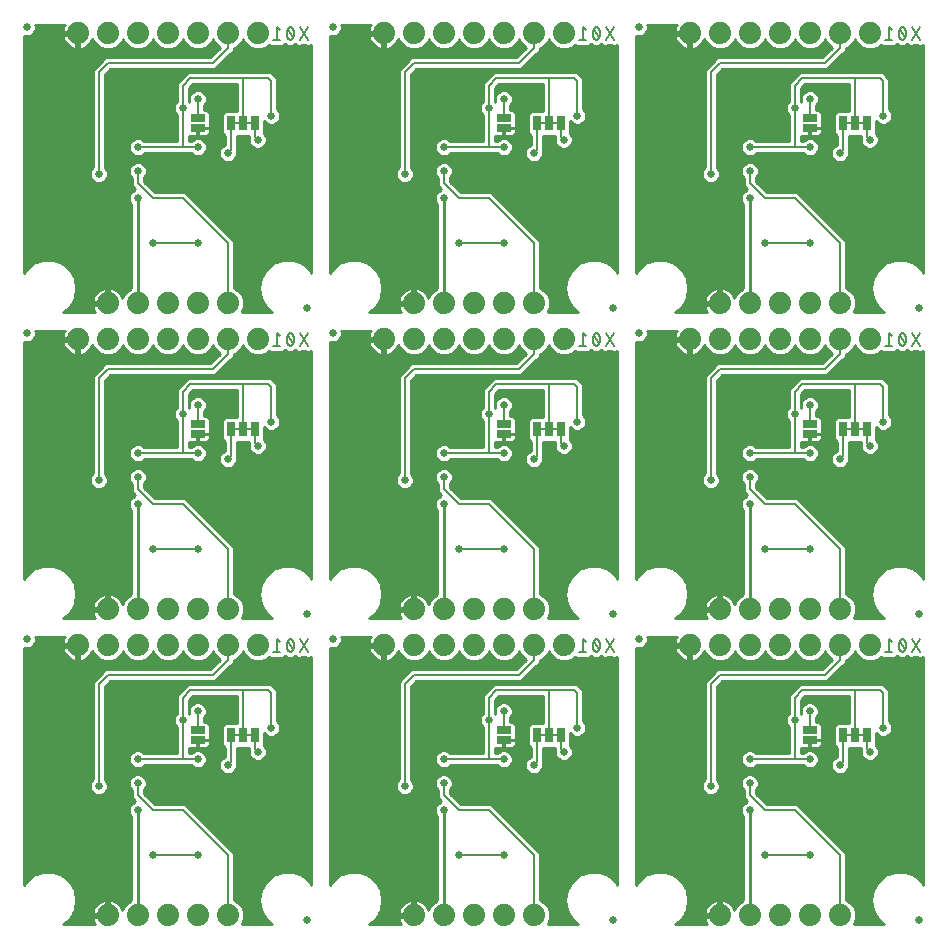
<source format=gbl>
G75*
%MOIN*%
%OFA0B0*%
%FSLAX25Y25*%
%IPPOS*%
%LPD*%
%AMOC8*
5,1,8,0,0,1.08239X$1,22.5*
%
%ADD10C,0.00800*%
%ADD11R,0.02500X0.05000*%
%ADD12R,0.01600X0.01000*%
%ADD13C,0.07400*%
%ADD14C,0.02500*%
%ADD15R,0.05000X0.02500*%
%ADD16C,0.02600*%
%ADD17C,0.00600*%
%ADD18C,0.01000*%
D10*
X0113967Y0121650D02*
X0116300Y0121650D01*
X0115133Y0121650D02*
X0115133Y0125850D01*
X0116300Y0124917D01*
X0120800Y0123750D02*
X0120798Y0123638D01*
X0120793Y0123526D01*
X0120784Y0123414D01*
X0120771Y0123303D01*
X0120755Y0123192D01*
X0120735Y0123081D01*
X0120711Y0122972D01*
X0120684Y0122863D01*
X0120654Y0122755D01*
X0120620Y0122648D01*
X0120583Y0122542D01*
X0120542Y0122438D01*
X0120498Y0122335D01*
X0120450Y0122233D01*
X0120567Y0122583D02*
X0118700Y0124917D01*
X0118817Y0125267D02*
X0118837Y0125320D01*
X0118860Y0125371D01*
X0118887Y0125420D01*
X0118917Y0125468D01*
X0118950Y0125514D01*
X0118985Y0125557D01*
X0119024Y0125598D01*
X0119065Y0125637D01*
X0119109Y0125673D01*
X0119155Y0125705D01*
X0119202Y0125735D01*
X0119252Y0125761D01*
X0119304Y0125785D01*
X0119356Y0125804D01*
X0119410Y0125821D01*
X0119465Y0125833D01*
X0119521Y0125843D01*
X0119577Y0125848D01*
X0119633Y0125850D01*
X0119689Y0125848D01*
X0119745Y0125843D01*
X0119801Y0125833D01*
X0119856Y0125821D01*
X0119910Y0125804D01*
X0119962Y0125785D01*
X0120014Y0125761D01*
X0120064Y0125735D01*
X0120111Y0125705D01*
X0120157Y0125672D01*
X0120201Y0125637D01*
X0120242Y0125598D01*
X0120281Y0125557D01*
X0120316Y0125514D01*
X0120349Y0125468D01*
X0120379Y0125420D01*
X0120406Y0125371D01*
X0120429Y0125320D01*
X0120449Y0125267D01*
X0118817Y0125267D02*
X0118769Y0125165D01*
X0118725Y0125062D01*
X0118684Y0124958D01*
X0118647Y0124852D01*
X0118613Y0124745D01*
X0118583Y0124637D01*
X0118556Y0124528D01*
X0118532Y0124419D01*
X0118512Y0124308D01*
X0118496Y0124197D01*
X0118483Y0124086D01*
X0118474Y0123974D01*
X0118469Y0123862D01*
X0118467Y0123750D01*
X0120800Y0123750D02*
X0120798Y0123862D01*
X0120793Y0123974D01*
X0120784Y0124086D01*
X0120771Y0124197D01*
X0120755Y0124308D01*
X0120735Y0124419D01*
X0120711Y0124528D01*
X0120684Y0124637D01*
X0120654Y0124745D01*
X0120620Y0124852D01*
X0120583Y0124958D01*
X0120542Y0125062D01*
X0120498Y0125165D01*
X0120450Y0125267D01*
X0118467Y0123750D02*
X0118469Y0123638D01*
X0118474Y0123526D01*
X0118483Y0123414D01*
X0118496Y0123303D01*
X0118512Y0123192D01*
X0118532Y0123081D01*
X0118556Y0122972D01*
X0118583Y0122863D01*
X0118613Y0122755D01*
X0118647Y0122648D01*
X0118684Y0122542D01*
X0118725Y0122438D01*
X0118769Y0122335D01*
X0118817Y0122233D01*
X0119633Y0121650D02*
X0119689Y0121652D01*
X0119745Y0121657D01*
X0119801Y0121667D01*
X0119856Y0121679D01*
X0119910Y0121696D01*
X0119962Y0121715D01*
X0120014Y0121739D01*
X0120064Y0121765D01*
X0120111Y0121795D01*
X0120157Y0121827D01*
X0120201Y0121863D01*
X0120242Y0121902D01*
X0120281Y0121943D01*
X0120316Y0121986D01*
X0120349Y0122032D01*
X0120379Y0122080D01*
X0120406Y0122129D01*
X0120429Y0122180D01*
X0120449Y0122233D01*
X0119633Y0121650D02*
X0119577Y0121652D01*
X0119521Y0121657D01*
X0119465Y0121667D01*
X0119410Y0121679D01*
X0119356Y0121696D01*
X0119304Y0121715D01*
X0119252Y0121739D01*
X0119202Y0121765D01*
X0119155Y0121795D01*
X0119109Y0121827D01*
X0119065Y0121863D01*
X0119024Y0121902D01*
X0118985Y0121943D01*
X0118950Y0121986D01*
X0118917Y0122032D01*
X0118887Y0122080D01*
X0118860Y0122129D01*
X0118837Y0122180D01*
X0118817Y0122233D01*
X0122733Y0121650D02*
X0125533Y0125850D01*
X0122733Y0125850D02*
X0125533Y0121650D01*
X0215967Y0121650D02*
X0218300Y0121650D01*
X0217133Y0121650D02*
X0217133Y0125850D01*
X0218300Y0124917D01*
X0222800Y0123750D02*
X0222798Y0123638D01*
X0222793Y0123526D01*
X0222784Y0123414D01*
X0222771Y0123303D01*
X0222755Y0123192D01*
X0222735Y0123081D01*
X0222711Y0122972D01*
X0222684Y0122863D01*
X0222654Y0122755D01*
X0222620Y0122648D01*
X0222583Y0122542D01*
X0222542Y0122438D01*
X0222498Y0122335D01*
X0222450Y0122233D01*
X0222567Y0122583D02*
X0220700Y0124917D01*
X0220817Y0125267D02*
X0220837Y0125320D01*
X0220860Y0125371D01*
X0220887Y0125420D01*
X0220917Y0125468D01*
X0220950Y0125514D01*
X0220985Y0125557D01*
X0221024Y0125598D01*
X0221065Y0125637D01*
X0221109Y0125673D01*
X0221155Y0125705D01*
X0221202Y0125735D01*
X0221252Y0125761D01*
X0221304Y0125785D01*
X0221356Y0125804D01*
X0221410Y0125821D01*
X0221465Y0125833D01*
X0221521Y0125843D01*
X0221577Y0125848D01*
X0221633Y0125850D01*
X0221689Y0125848D01*
X0221745Y0125843D01*
X0221801Y0125833D01*
X0221856Y0125821D01*
X0221910Y0125804D01*
X0221962Y0125785D01*
X0222014Y0125761D01*
X0222064Y0125735D01*
X0222111Y0125705D01*
X0222157Y0125672D01*
X0222201Y0125637D01*
X0222242Y0125598D01*
X0222281Y0125557D01*
X0222316Y0125514D01*
X0222349Y0125468D01*
X0222379Y0125420D01*
X0222406Y0125371D01*
X0222429Y0125320D01*
X0222449Y0125267D01*
X0220817Y0125267D02*
X0220769Y0125165D01*
X0220725Y0125062D01*
X0220684Y0124958D01*
X0220647Y0124852D01*
X0220613Y0124745D01*
X0220583Y0124637D01*
X0220556Y0124528D01*
X0220532Y0124419D01*
X0220512Y0124308D01*
X0220496Y0124197D01*
X0220483Y0124086D01*
X0220474Y0123974D01*
X0220469Y0123862D01*
X0220467Y0123750D01*
X0222800Y0123750D02*
X0222798Y0123862D01*
X0222793Y0123974D01*
X0222784Y0124086D01*
X0222771Y0124197D01*
X0222755Y0124308D01*
X0222735Y0124419D01*
X0222711Y0124528D01*
X0222684Y0124637D01*
X0222654Y0124745D01*
X0222620Y0124852D01*
X0222583Y0124958D01*
X0222542Y0125062D01*
X0222498Y0125165D01*
X0222450Y0125267D01*
X0220467Y0123750D02*
X0220469Y0123638D01*
X0220474Y0123526D01*
X0220483Y0123414D01*
X0220496Y0123303D01*
X0220512Y0123192D01*
X0220532Y0123081D01*
X0220556Y0122972D01*
X0220583Y0122863D01*
X0220613Y0122755D01*
X0220647Y0122648D01*
X0220684Y0122542D01*
X0220725Y0122438D01*
X0220769Y0122335D01*
X0220817Y0122233D01*
X0221633Y0121650D02*
X0221689Y0121652D01*
X0221745Y0121657D01*
X0221801Y0121667D01*
X0221856Y0121679D01*
X0221910Y0121696D01*
X0221962Y0121715D01*
X0222014Y0121739D01*
X0222064Y0121765D01*
X0222111Y0121795D01*
X0222157Y0121827D01*
X0222201Y0121863D01*
X0222242Y0121902D01*
X0222281Y0121943D01*
X0222316Y0121986D01*
X0222349Y0122032D01*
X0222379Y0122080D01*
X0222406Y0122129D01*
X0222429Y0122180D01*
X0222449Y0122233D01*
X0221633Y0121650D02*
X0221577Y0121652D01*
X0221521Y0121657D01*
X0221465Y0121667D01*
X0221410Y0121679D01*
X0221356Y0121696D01*
X0221304Y0121715D01*
X0221252Y0121739D01*
X0221202Y0121765D01*
X0221155Y0121795D01*
X0221109Y0121827D01*
X0221065Y0121863D01*
X0221024Y0121902D01*
X0220985Y0121943D01*
X0220950Y0121986D01*
X0220917Y0122032D01*
X0220887Y0122080D01*
X0220860Y0122129D01*
X0220837Y0122180D01*
X0220817Y0122233D01*
X0224733Y0121650D02*
X0227533Y0125850D01*
X0224733Y0125850D02*
X0227533Y0121650D01*
X0317967Y0121650D02*
X0320300Y0121650D01*
X0319133Y0121650D02*
X0319133Y0125850D01*
X0320300Y0124917D01*
X0324800Y0123750D02*
X0324798Y0123638D01*
X0324793Y0123526D01*
X0324784Y0123414D01*
X0324771Y0123303D01*
X0324755Y0123192D01*
X0324735Y0123081D01*
X0324711Y0122972D01*
X0324684Y0122863D01*
X0324654Y0122755D01*
X0324620Y0122648D01*
X0324583Y0122542D01*
X0324542Y0122438D01*
X0324498Y0122335D01*
X0324450Y0122233D01*
X0324567Y0122583D02*
X0322700Y0124917D01*
X0322817Y0125267D02*
X0322837Y0125320D01*
X0322860Y0125371D01*
X0322887Y0125420D01*
X0322917Y0125468D01*
X0322950Y0125514D01*
X0322985Y0125557D01*
X0323024Y0125598D01*
X0323065Y0125637D01*
X0323109Y0125673D01*
X0323155Y0125705D01*
X0323202Y0125735D01*
X0323252Y0125761D01*
X0323304Y0125785D01*
X0323356Y0125804D01*
X0323410Y0125821D01*
X0323465Y0125833D01*
X0323521Y0125843D01*
X0323577Y0125848D01*
X0323633Y0125850D01*
X0323689Y0125848D01*
X0323745Y0125843D01*
X0323801Y0125833D01*
X0323856Y0125821D01*
X0323910Y0125804D01*
X0323962Y0125785D01*
X0324014Y0125761D01*
X0324064Y0125735D01*
X0324111Y0125705D01*
X0324157Y0125672D01*
X0324201Y0125637D01*
X0324242Y0125598D01*
X0324281Y0125557D01*
X0324316Y0125514D01*
X0324349Y0125468D01*
X0324379Y0125420D01*
X0324406Y0125371D01*
X0324429Y0125320D01*
X0324449Y0125267D01*
X0322817Y0125267D02*
X0322769Y0125165D01*
X0322725Y0125062D01*
X0322684Y0124958D01*
X0322647Y0124852D01*
X0322613Y0124745D01*
X0322583Y0124637D01*
X0322556Y0124528D01*
X0322532Y0124419D01*
X0322512Y0124308D01*
X0322496Y0124197D01*
X0322483Y0124086D01*
X0322474Y0123974D01*
X0322469Y0123862D01*
X0322467Y0123750D01*
X0324800Y0123750D02*
X0324798Y0123862D01*
X0324793Y0123974D01*
X0324784Y0124086D01*
X0324771Y0124197D01*
X0324755Y0124308D01*
X0324735Y0124419D01*
X0324711Y0124528D01*
X0324684Y0124637D01*
X0324654Y0124745D01*
X0324620Y0124852D01*
X0324583Y0124958D01*
X0324542Y0125062D01*
X0324498Y0125165D01*
X0324450Y0125267D01*
X0322467Y0123750D02*
X0322469Y0123638D01*
X0322474Y0123526D01*
X0322483Y0123414D01*
X0322496Y0123303D01*
X0322512Y0123192D01*
X0322532Y0123081D01*
X0322556Y0122972D01*
X0322583Y0122863D01*
X0322613Y0122755D01*
X0322647Y0122648D01*
X0322684Y0122542D01*
X0322725Y0122438D01*
X0322769Y0122335D01*
X0322817Y0122233D01*
X0323633Y0121650D02*
X0323689Y0121652D01*
X0323745Y0121657D01*
X0323801Y0121667D01*
X0323856Y0121679D01*
X0323910Y0121696D01*
X0323962Y0121715D01*
X0324014Y0121739D01*
X0324064Y0121765D01*
X0324111Y0121795D01*
X0324157Y0121827D01*
X0324201Y0121863D01*
X0324242Y0121902D01*
X0324281Y0121943D01*
X0324316Y0121986D01*
X0324349Y0122032D01*
X0324379Y0122080D01*
X0324406Y0122129D01*
X0324429Y0122180D01*
X0324449Y0122233D01*
X0323633Y0121650D02*
X0323577Y0121652D01*
X0323521Y0121657D01*
X0323465Y0121667D01*
X0323410Y0121679D01*
X0323356Y0121696D01*
X0323304Y0121715D01*
X0323252Y0121739D01*
X0323202Y0121765D01*
X0323155Y0121795D01*
X0323109Y0121827D01*
X0323065Y0121863D01*
X0323024Y0121902D01*
X0322985Y0121943D01*
X0322950Y0121986D01*
X0322917Y0122032D01*
X0322887Y0122080D01*
X0322860Y0122129D01*
X0322837Y0122180D01*
X0322817Y0122233D01*
X0326733Y0121650D02*
X0329533Y0125850D01*
X0326733Y0125850D02*
X0329533Y0121650D01*
X0329533Y0223650D02*
X0326733Y0227850D01*
X0322467Y0225750D02*
X0322469Y0225638D01*
X0322474Y0225526D01*
X0322483Y0225414D01*
X0322496Y0225303D01*
X0322512Y0225192D01*
X0322532Y0225081D01*
X0322556Y0224972D01*
X0322583Y0224863D01*
X0322613Y0224755D01*
X0322647Y0224648D01*
X0322684Y0224542D01*
X0322725Y0224438D01*
X0322769Y0224335D01*
X0322817Y0224233D01*
X0323633Y0223650D02*
X0323689Y0223652D01*
X0323745Y0223657D01*
X0323801Y0223667D01*
X0323856Y0223679D01*
X0323910Y0223696D01*
X0323962Y0223715D01*
X0324014Y0223739D01*
X0324064Y0223765D01*
X0324111Y0223795D01*
X0324157Y0223827D01*
X0324201Y0223863D01*
X0324242Y0223902D01*
X0324281Y0223943D01*
X0324316Y0223986D01*
X0324349Y0224032D01*
X0324379Y0224080D01*
X0324406Y0224129D01*
X0324429Y0224180D01*
X0324449Y0224233D01*
X0324567Y0224583D02*
X0322700Y0226917D01*
X0322817Y0227267D02*
X0322837Y0227320D01*
X0322860Y0227371D01*
X0322887Y0227420D01*
X0322917Y0227468D01*
X0322950Y0227514D01*
X0322985Y0227557D01*
X0323024Y0227598D01*
X0323065Y0227637D01*
X0323109Y0227673D01*
X0323155Y0227705D01*
X0323202Y0227735D01*
X0323252Y0227761D01*
X0323304Y0227785D01*
X0323356Y0227804D01*
X0323410Y0227821D01*
X0323465Y0227833D01*
X0323521Y0227843D01*
X0323577Y0227848D01*
X0323633Y0227850D01*
X0323689Y0227848D01*
X0323745Y0227843D01*
X0323801Y0227833D01*
X0323856Y0227821D01*
X0323910Y0227804D01*
X0323962Y0227785D01*
X0324014Y0227761D01*
X0324064Y0227735D01*
X0324111Y0227705D01*
X0324157Y0227672D01*
X0324201Y0227637D01*
X0324242Y0227598D01*
X0324281Y0227557D01*
X0324316Y0227514D01*
X0324349Y0227468D01*
X0324379Y0227420D01*
X0324406Y0227371D01*
X0324429Y0227320D01*
X0324449Y0227267D01*
X0322817Y0227267D02*
X0322769Y0227165D01*
X0322725Y0227062D01*
X0322684Y0226958D01*
X0322647Y0226852D01*
X0322613Y0226745D01*
X0322583Y0226637D01*
X0322556Y0226528D01*
X0322532Y0226419D01*
X0322512Y0226308D01*
X0322496Y0226197D01*
X0322483Y0226086D01*
X0322474Y0225974D01*
X0322469Y0225862D01*
X0322467Y0225750D01*
X0324800Y0225750D02*
X0324798Y0225862D01*
X0324793Y0225974D01*
X0324784Y0226086D01*
X0324771Y0226197D01*
X0324755Y0226308D01*
X0324735Y0226419D01*
X0324711Y0226528D01*
X0324684Y0226637D01*
X0324654Y0226745D01*
X0324620Y0226852D01*
X0324583Y0226958D01*
X0324542Y0227062D01*
X0324498Y0227165D01*
X0324450Y0227267D01*
X0322817Y0224233D02*
X0322837Y0224180D01*
X0322860Y0224129D01*
X0322887Y0224080D01*
X0322917Y0224032D01*
X0322950Y0223986D01*
X0322985Y0223943D01*
X0323024Y0223902D01*
X0323065Y0223863D01*
X0323109Y0223827D01*
X0323155Y0223795D01*
X0323202Y0223765D01*
X0323252Y0223739D01*
X0323304Y0223715D01*
X0323356Y0223696D01*
X0323410Y0223679D01*
X0323465Y0223667D01*
X0323521Y0223657D01*
X0323577Y0223652D01*
X0323633Y0223650D01*
X0326733Y0223650D02*
X0329533Y0227850D01*
X0324800Y0225750D02*
X0324798Y0225638D01*
X0324793Y0225526D01*
X0324784Y0225414D01*
X0324771Y0225303D01*
X0324755Y0225192D01*
X0324735Y0225081D01*
X0324711Y0224972D01*
X0324684Y0224863D01*
X0324654Y0224755D01*
X0324620Y0224648D01*
X0324583Y0224542D01*
X0324542Y0224438D01*
X0324498Y0224335D01*
X0324450Y0224233D01*
X0320300Y0223650D02*
X0317967Y0223650D01*
X0319133Y0223650D02*
X0319133Y0227850D01*
X0320300Y0226917D01*
X0227533Y0227850D02*
X0224733Y0223650D01*
X0220817Y0224233D02*
X0220769Y0224335D01*
X0220725Y0224438D01*
X0220684Y0224542D01*
X0220647Y0224648D01*
X0220613Y0224755D01*
X0220583Y0224863D01*
X0220556Y0224972D01*
X0220532Y0225081D01*
X0220512Y0225192D01*
X0220496Y0225303D01*
X0220483Y0225414D01*
X0220474Y0225526D01*
X0220469Y0225638D01*
X0220467Y0225750D01*
X0222800Y0225750D02*
X0222798Y0225862D01*
X0222793Y0225974D01*
X0222784Y0226086D01*
X0222771Y0226197D01*
X0222755Y0226308D01*
X0222735Y0226419D01*
X0222711Y0226528D01*
X0222684Y0226637D01*
X0222654Y0226745D01*
X0222620Y0226852D01*
X0222583Y0226958D01*
X0222542Y0227062D01*
X0222498Y0227165D01*
X0222450Y0227267D01*
X0222449Y0227267D02*
X0222429Y0227320D01*
X0222406Y0227371D01*
X0222379Y0227420D01*
X0222349Y0227468D01*
X0222316Y0227514D01*
X0222281Y0227557D01*
X0222242Y0227598D01*
X0222201Y0227637D01*
X0222157Y0227672D01*
X0222111Y0227705D01*
X0222064Y0227735D01*
X0222014Y0227761D01*
X0221962Y0227785D01*
X0221910Y0227804D01*
X0221856Y0227821D01*
X0221801Y0227833D01*
X0221745Y0227843D01*
X0221689Y0227848D01*
X0221633Y0227850D01*
X0221577Y0227848D01*
X0221521Y0227843D01*
X0221465Y0227833D01*
X0221410Y0227821D01*
X0221356Y0227804D01*
X0221304Y0227785D01*
X0221252Y0227761D01*
X0221202Y0227735D01*
X0221155Y0227705D01*
X0221109Y0227673D01*
X0221065Y0227637D01*
X0221024Y0227598D01*
X0220985Y0227557D01*
X0220950Y0227514D01*
X0220917Y0227468D01*
X0220887Y0227420D01*
X0220860Y0227371D01*
X0220837Y0227320D01*
X0220817Y0227267D01*
X0220700Y0226917D02*
X0222567Y0224583D01*
X0221633Y0223650D02*
X0221577Y0223652D01*
X0221521Y0223657D01*
X0221465Y0223667D01*
X0221410Y0223679D01*
X0221356Y0223696D01*
X0221304Y0223715D01*
X0221252Y0223739D01*
X0221202Y0223765D01*
X0221155Y0223795D01*
X0221109Y0223827D01*
X0221065Y0223863D01*
X0221024Y0223902D01*
X0220985Y0223943D01*
X0220950Y0223986D01*
X0220917Y0224032D01*
X0220887Y0224080D01*
X0220860Y0224129D01*
X0220837Y0224180D01*
X0220817Y0224233D01*
X0221633Y0223650D02*
X0221689Y0223652D01*
X0221745Y0223657D01*
X0221801Y0223667D01*
X0221856Y0223679D01*
X0221910Y0223696D01*
X0221962Y0223715D01*
X0222014Y0223739D01*
X0222064Y0223765D01*
X0222111Y0223795D01*
X0222157Y0223827D01*
X0222201Y0223863D01*
X0222242Y0223902D01*
X0222281Y0223943D01*
X0222316Y0223986D01*
X0222349Y0224032D01*
X0222379Y0224080D01*
X0222406Y0224129D01*
X0222429Y0224180D01*
X0222449Y0224233D01*
X0220467Y0225750D02*
X0220469Y0225862D01*
X0220474Y0225974D01*
X0220483Y0226086D01*
X0220496Y0226197D01*
X0220512Y0226308D01*
X0220532Y0226419D01*
X0220556Y0226528D01*
X0220583Y0226637D01*
X0220613Y0226745D01*
X0220647Y0226852D01*
X0220684Y0226958D01*
X0220725Y0227062D01*
X0220769Y0227165D01*
X0220817Y0227267D01*
X0222800Y0225750D02*
X0222798Y0225638D01*
X0222793Y0225526D01*
X0222784Y0225414D01*
X0222771Y0225303D01*
X0222755Y0225192D01*
X0222735Y0225081D01*
X0222711Y0224972D01*
X0222684Y0224863D01*
X0222654Y0224755D01*
X0222620Y0224648D01*
X0222583Y0224542D01*
X0222542Y0224438D01*
X0222498Y0224335D01*
X0222450Y0224233D01*
X0218300Y0223650D02*
X0215967Y0223650D01*
X0217133Y0223650D02*
X0217133Y0227850D01*
X0218300Y0226917D01*
X0224733Y0227850D02*
X0227533Y0223650D01*
X0125533Y0223650D02*
X0122733Y0227850D01*
X0118467Y0225750D02*
X0118469Y0225638D01*
X0118474Y0225526D01*
X0118483Y0225414D01*
X0118496Y0225303D01*
X0118512Y0225192D01*
X0118532Y0225081D01*
X0118556Y0224972D01*
X0118583Y0224863D01*
X0118613Y0224755D01*
X0118647Y0224648D01*
X0118684Y0224542D01*
X0118725Y0224438D01*
X0118769Y0224335D01*
X0118817Y0224233D01*
X0119633Y0223650D02*
X0119689Y0223652D01*
X0119745Y0223657D01*
X0119801Y0223667D01*
X0119856Y0223679D01*
X0119910Y0223696D01*
X0119962Y0223715D01*
X0120014Y0223739D01*
X0120064Y0223765D01*
X0120111Y0223795D01*
X0120157Y0223827D01*
X0120201Y0223863D01*
X0120242Y0223902D01*
X0120281Y0223943D01*
X0120316Y0223986D01*
X0120349Y0224032D01*
X0120379Y0224080D01*
X0120406Y0224129D01*
X0120429Y0224180D01*
X0120449Y0224233D01*
X0120567Y0224583D02*
X0118700Y0226917D01*
X0118817Y0227267D02*
X0118837Y0227320D01*
X0118860Y0227371D01*
X0118887Y0227420D01*
X0118917Y0227468D01*
X0118950Y0227514D01*
X0118985Y0227557D01*
X0119024Y0227598D01*
X0119065Y0227637D01*
X0119109Y0227673D01*
X0119155Y0227705D01*
X0119202Y0227735D01*
X0119252Y0227761D01*
X0119304Y0227785D01*
X0119356Y0227804D01*
X0119410Y0227821D01*
X0119465Y0227833D01*
X0119521Y0227843D01*
X0119577Y0227848D01*
X0119633Y0227850D01*
X0119689Y0227848D01*
X0119745Y0227843D01*
X0119801Y0227833D01*
X0119856Y0227821D01*
X0119910Y0227804D01*
X0119962Y0227785D01*
X0120014Y0227761D01*
X0120064Y0227735D01*
X0120111Y0227705D01*
X0120157Y0227672D01*
X0120201Y0227637D01*
X0120242Y0227598D01*
X0120281Y0227557D01*
X0120316Y0227514D01*
X0120349Y0227468D01*
X0120379Y0227420D01*
X0120406Y0227371D01*
X0120429Y0227320D01*
X0120449Y0227267D01*
X0118817Y0227267D02*
X0118769Y0227165D01*
X0118725Y0227062D01*
X0118684Y0226958D01*
X0118647Y0226852D01*
X0118613Y0226745D01*
X0118583Y0226637D01*
X0118556Y0226528D01*
X0118532Y0226419D01*
X0118512Y0226308D01*
X0118496Y0226197D01*
X0118483Y0226086D01*
X0118474Y0225974D01*
X0118469Y0225862D01*
X0118467Y0225750D01*
X0120800Y0225750D02*
X0120798Y0225862D01*
X0120793Y0225974D01*
X0120784Y0226086D01*
X0120771Y0226197D01*
X0120755Y0226308D01*
X0120735Y0226419D01*
X0120711Y0226528D01*
X0120684Y0226637D01*
X0120654Y0226745D01*
X0120620Y0226852D01*
X0120583Y0226958D01*
X0120542Y0227062D01*
X0120498Y0227165D01*
X0120450Y0227267D01*
X0118817Y0224233D02*
X0118837Y0224180D01*
X0118860Y0224129D01*
X0118887Y0224080D01*
X0118917Y0224032D01*
X0118950Y0223986D01*
X0118985Y0223943D01*
X0119024Y0223902D01*
X0119065Y0223863D01*
X0119109Y0223827D01*
X0119155Y0223795D01*
X0119202Y0223765D01*
X0119252Y0223739D01*
X0119304Y0223715D01*
X0119356Y0223696D01*
X0119410Y0223679D01*
X0119465Y0223667D01*
X0119521Y0223657D01*
X0119577Y0223652D01*
X0119633Y0223650D01*
X0122733Y0223650D02*
X0125533Y0227850D01*
X0120800Y0225750D02*
X0120798Y0225638D01*
X0120793Y0225526D01*
X0120784Y0225414D01*
X0120771Y0225303D01*
X0120755Y0225192D01*
X0120735Y0225081D01*
X0120711Y0224972D01*
X0120684Y0224863D01*
X0120654Y0224755D01*
X0120620Y0224648D01*
X0120583Y0224542D01*
X0120542Y0224438D01*
X0120498Y0224335D01*
X0120450Y0224233D01*
X0116300Y0223650D02*
X0113967Y0223650D01*
X0115133Y0223650D02*
X0115133Y0227850D01*
X0116300Y0226917D01*
X0116300Y0325650D02*
X0113967Y0325650D01*
X0115133Y0325650D02*
X0115133Y0329850D01*
X0116300Y0328917D01*
X0120800Y0327750D02*
X0120798Y0327638D01*
X0120793Y0327526D01*
X0120784Y0327414D01*
X0120771Y0327303D01*
X0120755Y0327192D01*
X0120735Y0327081D01*
X0120711Y0326972D01*
X0120684Y0326863D01*
X0120654Y0326755D01*
X0120620Y0326648D01*
X0120583Y0326542D01*
X0120542Y0326438D01*
X0120498Y0326335D01*
X0120450Y0326233D01*
X0120567Y0326583D02*
X0118700Y0328917D01*
X0118817Y0329267D02*
X0118837Y0329320D01*
X0118860Y0329371D01*
X0118887Y0329420D01*
X0118917Y0329468D01*
X0118950Y0329514D01*
X0118985Y0329557D01*
X0119024Y0329598D01*
X0119065Y0329637D01*
X0119109Y0329673D01*
X0119155Y0329705D01*
X0119202Y0329735D01*
X0119252Y0329761D01*
X0119304Y0329785D01*
X0119356Y0329804D01*
X0119410Y0329821D01*
X0119465Y0329833D01*
X0119521Y0329843D01*
X0119577Y0329848D01*
X0119633Y0329850D01*
X0119689Y0329848D01*
X0119745Y0329843D01*
X0119801Y0329833D01*
X0119856Y0329821D01*
X0119910Y0329804D01*
X0119962Y0329785D01*
X0120014Y0329761D01*
X0120064Y0329735D01*
X0120111Y0329705D01*
X0120157Y0329672D01*
X0120201Y0329637D01*
X0120242Y0329598D01*
X0120281Y0329557D01*
X0120316Y0329514D01*
X0120349Y0329468D01*
X0120379Y0329420D01*
X0120406Y0329371D01*
X0120429Y0329320D01*
X0120449Y0329267D01*
X0118817Y0329267D02*
X0118769Y0329165D01*
X0118725Y0329062D01*
X0118684Y0328958D01*
X0118647Y0328852D01*
X0118613Y0328745D01*
X0118583Y0328637D01*
X0118556Y0328528D01*
X0118532Y0328419D01*
X0118512Y0328308D01*
X0118496Y0328197D01*
X0118483Y0328086D01*
X0118474Y0327974D01*
X0118469Y0327862D01*
X0118467Y0327750D01*
X0120800Y0327750D02*
X0120798Y0327862D01*
X0120793Y0327974D01*
X0120784Y0328086D01*
X0120771Y0328197D01*
X0120755Y0328308D01*
X0120735Y0328419D01*
X0120711Y0328528D01*
X0120684Y0328637D01*
X0120654Y0328745D01*
X0120620Y0328852D01*
X0120583Y0328958D01*
X0120542Y0329062D01*
X0120498Y0329165D01*
X0120450Y0329267D01*
X0118467Y0327750D02*
X0118469Y0327638D01*
X0118474Y0327526D01*
X0118483Y0327414D01*
X0118496Y0327303D01*
X0118512Y0327192D01*
X0118532Y0327081D01*
X0118556Y0326972D01*
X0118583Y0326863D01*
X0118613Y0326755D01*
X0118647Y0326648D01*
X0118684Y0326542D01*
X0118725Y0326438D01*
X0118769Y0326335D01*
X0118817Y0326233D01*
X0119633Y0325650D02*
X0119689Y0325652D01*
X0119745Y0325657D01*
X0119801Y0325667D01*
X0119856Y0325679D01*
X0119910Y0325696D01*
X0119962Y0325715D01*
X0120014Y0325739D01*
X0120064Y0325765D01*
X0120111Y0325795D01*
X0120157Y0325827D01*
X0120201Y0325863D01*
X0120242Y0325902D01*
X0120281Y0325943D01*
X0120316Y0325986D01*
X0120349Y0326032D01*
X0120379Y0326080D01*
X0120406Y0326129D01*
X0120429Y0326180D01*
X0120449Y0326233D01*
X0119633Y0325650D02*
X0119577Y0325652D01*
X0119521Y0325657D01*
X0119465Y0325667D01*
X0119410Y0325679D01*
X0119356Y0325696D01*
X0119304Y0325715D01*
X0119252Y0325739D01*
X0119202Y0325765D01*
X0119155Y0325795D01*
X0119109Y0325827D01*
X0119065Y0325863D01*
X0119024Y0325902D01*
X0118985Y0325943D01*
X0118950Y0325986D01*
X0118917Y0326032D01*
X0118887Y0326080D01*
X0118860Y0326129D01*
X0118837Y0326180D01*
X0118817Y0326233D01*
X0122733Y0325650D02*
X0125533Y0329850D01*
X0122733Y0329850D02*
X0125533Y0325650D01*
X0215967Y0325650D02*
X0218300Y0325650D01*
X0217133Y0325650D02*
X0217133Y0329850D01*
X0218300Y0328917D01*
X0222800Y0327750D02*
X0222798Y0327638D01*
X0222793Y0327526D01*
X0222784Y0327414D01*
X0222771Y0327303D01*
X0222755Y0327192D01*
X0222735Y0327081D01*
X0222711Y0326972D01*
X0222684Y0326863D01*
X0222654Y0326755D01*
X0222620Y0326648D01*
X0222583Y0326542D01*
X0222542Y0326438D01*
X0222498Y0326335D01*
X0222450Y0326233D01*
X0222567Y0326583D02*
X0220700Y0328917D01*
X0220817Y0329267D02*
X0220837Y0329320D01*
X0220860Y0329371D01*
X0220887Y0329420D01*
X0220917Y0329468D01*
X0220950Y0329514D01*
X0220985Y0329557D01*
X0221024Y0329598D01*
X0221065Y0329637D01*
X0221109Y0329673D01*
X0221155Y0329705D01*
X0221202Y0329735D01*
X0221252Y0329761D01*
X0221304Y0329785D01*
X0221356Y0329804D01*
X0221410Y0329821D01*
X0221465Y0329833D01*
X0221521Y0329843D01*
X0221577Y0329848D01*
X0221633Y0329850D01*
X0221689Y0329848D01*
X0221745Y0329843D01*
X0221801Y0329833D01*
X0221856Y0329821D01*
X0221910Y0329804D01*
X0221962Y0329785D01*
X0222014Y0329761D01*
X0222064Y0329735D01*
X0222111Y0329705D01*
X0222157Y0329672D01*
X0222201Y0329637D01*
X0222242Y0329598D01*
X0222281Y0329557D01*
X0222316Y0329514D01*
X0222349Y0329468D01*
X0222379Y0329420D01*
X0222406Y0329371D01*
X0222429Y0329320D01*
X0222449Y0329267D01*
X0220817Y0329267D02*
X0220769Y0329165D01*
X0220725Y0329062D01*
X0220684Y0328958D01*
X0220647Y0328852D01*
X0220613Y0328745D01*
X0220583Y0328637D01*
X0220556Y0328528D01*
X0220532Y0328419D01*
X0220512Y0328308D01*
X0220496Y0328197D01*
X0220483Y0328086D01*
X0220474Y0327974D01*
X0220469Y0327862D01*
X0220467Y0327750D01*
X0222800Y0327750D02*
X0222798Y0327862D01*
X0222793Y0327974D01*
X0222784Y0328086D01*
X0222771Y0328197D01*
X0222755Y0328308D01*
X0222735Y0328419D01*
X0222711Y0328528D01*
X0222684Y0328637D01*
X0222654Y0328745D01*
X0222620Y0328852D01*
X0222583Y0328958D01*
X0222542Y0329062D01*
X0222498Y0329165D01*
X0222450Y0329267D01*
X0220467Y0327750D02*
X0220469Y0327638D01*
X0220474Y0327526D01*
X0220483Y0327414D01*
X0220496Y0327303D01*
X0220512Y0327192D01*
X0220532Y0327081D01*
X0220556Y0326972D01*
X0220583Y0326863D01*
X0220613Y0326755D01*
X0220647Y0326648D01*
X0220684Y0326542D01*
X0220725Y0326438D01*
X0220769Y0326335D01*
X0220817Y0326233D01*
X0221633Y0325650D02*
X0221689Y0325652D01*
X0221745Y0325657D01*
X0221801Y0325667D01*
X0221856Y0325679D01*
X0221910Y0325696D01*
X0221962Y0325715D01*
X0222014Y0325739D01*
X0222064Y0325765D01*
X0222111Y0325795D01*
X0222157Y0325827D01*
X0222201Y0325863D01*
X0222242Y0325902D01*
X0222281Y0325943D01*
X0222316Y0325986D01*
X0222349Y0326032D01*
X0222379Y0326080D01*
X0222406Y0326129D01*
X0222429Y0326180D01*
X0222449Y0326233D01*
X0221633Y0325650D02*
X0221577Y0325652D01*
X0221521Y0325657D01*
X0221465Y0325667D01*
X0221410Y0325679D01*
X0221356Y0325696D01*
X0221304Y0325715D01*
X0221252Y0325739D01*
X0221202Y0325765D01*
X0221155Y0325795D01*
X0221109Y0325827D01*
X0221065Y0325863D01*
X0221024Y0325902D01*
X0220985Y0325943D01*
X0220950Y0325986D01*
X0220917Y0326032D01*
X0220887Y0326080D01*
X0220860Y0326129D01*
X0220837Y0326180D01*
X0220817Y0326233D01*
X0224733Y0325650D02*
X0227533Y0329850D01*
X0224733Y0329850D02*
X0227533Y0325650D01*
X0317967Y0325650D02*
X0320300Y0325650D01*
X0319133Y0325650D02*
X0319133Y0329850D01*
X0320300Y0328917D01*
X0324800Y0327750D02*
X0324798Y0327638D01*
X0324793Y0327526D01*
X0324784Y0327414D01*
X0324771Y0327303D01*
X0324755Y0327192D01*
X0324735Y0327081D01*
X0324711Y0326972D01*
X0324684Y0326863D01*
X0324654Y0326755D01*
X0324620Y0326648D01*
X0324583Y0326542D01*
X0324542Y0326438D01*
X0324498Y0326335D01*
X0324450Y0326233D01*
X0324567Y0326583D02*
X0322700Y0328917D01*
X0322817Y0329267D02*
X0322837Y0329320D01*
X0322860Y0329371D01*
X0322887Y0329420D01*
X0322917Y0329468D01*
X0322950Y0329514D01*
X0322985Y0329557D01*
X0323024Y0329598D01*
X0323065Y0329637D01*
X0323109Y0329673D01*
X0323155Y0329705D01*
X0323202Y0329735D01*
X0323252Y0329761D01*
X0323304Y0329785D01*
X0323356Y0329804D01*
X0323410Y0329821D01*
X0323465Y0329833D01*
X0323521Y0329843D01*
X0323577Y0329848D01*
X0323633Y0329850D01*
X0323689Y0329848D01*
X0323745Y0329843D01*
X0323801Y0329833D01*
X0323856Y0329821D01*
X0323910Y0329804D01*
X0323962Y0329785D01*
X0324014Y0329761D01*
X0324064Y0329735D01*
X0324111Y0329705D01*
X0324157Y0329672D01*
X0324201Y0329637D01*
X0324242Y0329598D01*
X0324281Y0329557D01*
X0324316Y0329514D01*
X0324349Y0329468D01*
X0324379Y0329420D01*
X0324406Y0329371D01*
X0324429Y0329320D01*
X0324449Y0329267D01*
X0322817Y0329267D02*
X0322769Y0329165D01*
X0322725Y0329062D01*
X0322684Y0328958D01*
X0322647Y0328852D01*
X0322613Y0328745D01*
X0322583Y0328637D01*
X0322556Y0328528D01*
X0322532Y0328419D01*
X0322512Y0328308D01*
X0322496Y0328197D01*
X0322483Y0328086D01*
X0322474Y0327974D01*
X0322469Y0327862D01*
X0322467Y0327750D01*
X0324800Y0327750D02*
X0324798Y0327862D01*
X0324793Y0327974D01*
X0324784Y0328086D01*
X0324771Y0328197D01*
X0324755Y0328308D01*
X0324735Y0328419D01*
X0324711Y0328528D01*
X0324684Y0328637D01*
X0324654Y0328745D01*
X0324620Y0328852D01*
X0324583Y0328958D01*
X0324542Y0329062D01*
X0324498Y0329165D01*
X0324450Y0329267D01*
X0322467Y0327750D02*
X0322469Y0327638D01*
X0322474Y0327526D01*
X0322483Y0327414D01*
X0322496Y0327303D01*
X0322512Y0327192D01*
X0322532Y0327081D01*
X0322556Y0326972D01*
X0322583Y0326863D01*
X0322613Y0326755D01*
X0322647Y0326648D01*
X0322684Y0326542D01*
X0322725Y0326438D01*
X0322769Y0326335D01*
X0322817Y0326233D01*
X0323633Y0325650D02*
X0323689Y0325652D01*
X0323745Y0325657D01*
X0323801Y0325667D01*
X0323856Y0325679D01*
X0323910Y0325696D01*
X0323962Y0325715D01*
X0324014Y0325739D01*
X0324064Y0325765D01*
X0324111Y0325795D01*
X0324157Y0325827D01*
X0324201Y0325863D01*
X0324242Y0325902D01*
X0324281Y0325943D01*
X0324316Y0325986D01*
X0324349Y0326032D01*
X0324379Y0326080D01*
X0324406Y0326129D01*
X0324429Y0326180D01*
X0324449Y0326233D01*
X0323633Y0325650D02*
X0323577Y0325652D01*
X0323521Y0325657D01*
X0323465Y0325667D01*
X0323410Y0325679D01*
X0323356Y0325696D01*
X0323304Y0325715D01*
X0323252Y0325739D01*
X0323202Y0325765D01*
X0323155Y0325795D01*
X0323109Y0325827D01*
X0323065Y0325863D01*
X0323024Y0325902D01*
X0322985Y0325943D01*
X0322950Y0325986D01*
X0322917Y0326032D01*
X0322887Y0326080D01*
X0322860Y0326129D01*
X0322837Y0326180D01*
X0322817Y0326233D01*
X0326733Y0325650D02*
X0329533Y0329850D01*
X0326733Y0329850D02*
X0329533Y0325650D01*
D11*
X0311750Y0297750D03*
X0307750Y0297750D03*
X0303750Y0297750D03*
X0209750Y0297750D03*
X0205750Y0297750D03*
X0201750Y0297750D03*
X0107750Y0297750D03*
X0103750Y0297750D03*
X0099750Y0297750D03*
X0099750Y0195750D03*
X0103750Y0195750D03*
X0107750Y0195750D03*
X0201750Y0195750D03*
X0205750Y0195750D03*
X0209750Y0195750D03*
X0303750Y0195750D03*
X0307750Y0195750D03*
X0311750Y0195750D03*
X0311750Y0093750D03*
X0307750Y0093750D03*
X0303750Y0093750D03*
X0209750Y0093750D03*
X0205750Y0093750D03*
X0201750Y0093750D03*
X0107750Y0093750D03*
X0103750Y0093750D03*
X0099750Y0093750D03*
D12*
X0101750Y0093750D03*
X0105750Y0093750D03*
X0203750Y0093750D03*
X0207750Y0093750D03*
X0305750Y0093750D03*
X0309750Y0093750D03*
X0309750Y0195750D03*
X0305750Y0195750D03*
X0207750Y0195750D03*
X0203750Y0195750D03*
X0105750Y0195750D03*
X0101750Y0195750D03*
X0101750Y0297750D03*
X0105750Y0297750D03*
X0203750Y0297750D03*
X0207750Y0297750D03*
X0305750Y0297750D03*
X0309750Y0297750D03*
D13*
X0312750Y0327750D03*
X0302750Y0327750D03*
X0292750Y0327750D03*
X0282750Y0327750D03*
X0272750Y0327750D03*
X0262750Y0327750D03*
X0252750Y0327750D03*
X0210750Y0327750D03*
X0200750Y0327750D03*
X0190750Y0327750D03*
X0180750Y0327750D03*
X0170750Y0327750D03*
X0160750Y0327750D03*
X0150750Y0327750D03*
X0108750Y0327750D03*
X0098750Y0327750D03*
X0088750Y0327750D03*
X0078750Y0327750D03*
X0068750Y0327750D03*
X0058750Y0327750D03*
X0048750Y0327750D03*
X0058750Y0237750D03*
X0068750Y0237750D03*
X0078750Y0237750D03*
X0088750Y0237750D03*
X0098750Y0237750D03*
X0098750Y0225750D03*
X0088750Y0225750D03*
X0078750Y0225750D03*
X0068750Y0225750D03*
X0058750Y0225750D03*
X0048750Y0225750D03*
X0108750Y0225750D03*
X0150750Y0225750D03*
X0160750Y0225750D03*
X0170750Y0225750D03*
X0180750Y0225750D03*
X0190750Y0225750D03*
X0200750Y0225750D03*
X0210750Y0225750D03*
X0200750Y0237750D03*
X0190750Y0237750D03*
X0180750Y0237750D03*
X0170750Y0237750D03*
X0160750Y0237750D03*
X0252750Y0225750D03*
X0262750Y0225750D03*
X0272750Y0225750D03*
X0282750Y0225750D03*
X0292750Y0225750D03*
X0302750Y0225750D03*
X0312750Y0225750D03*
X0302750Y0237750D03*
X0292750Y0237750D03*
X0282750Y0237750D03*
X0272750Y0237750D03*
X0262750Y0237750D03*
X0262750Y0135750D03*
X0272750Y0135750D03*
X0282750Y0135750D03*
X0292750Y0135750D03*
X0302750Y0135750D03*
X0302750Y0123750D03*
X0292750Y0123750D03*
X0282750Y0123750D03*
X0272750Y0123750D03*
X0262750Y0123750D03*
X0252750Y0123750D03*
X0210750Y0123750D03*
X0200750Y0123750D03*
X0190750Y0123750D03*
X0180750Y0123750D03*
X0170750Y0123750D03*
X0160750Y0123750D03*
X0150750Y0123750D03*
X0160750Y0135750D03*
X0170750Y0135750D03*
X0180750Y0135750D03*
X0190750Y0135750D03*
X0200750Y0135750D03*
X0108750Y0123750D03*
X0098750Y0123750D03*
X0088750Y0123750D03*
X0078750Y0123750D03*
X0068750Y0123750D03*
X0058750Y0123750D03*
X0048750Y0123750D03*
X0058750Y0135750D03*
X0068750Y0135750D03*
X0078750Y0135750D03*
X0088750Y0135750D03*
X0098750Y0135750D03*
X0098750Y0033750D03*
X0088750Y0033750D03*
X0078750Y0033750D03*
X0068750Y0033750D03*
X0058750Y0033750D03*
X0160750Y0033750D03*
X0170750Y0033750D03*
X0180750Y0033750D03*
X0190750Y0033750D03*
X0200750Y0033750D03*
X0262750Y0033750D03*
X0272750Y0033750D03*
X0282750Y0033750D03*
X0292750Y0033750D03*
X0302750Y0033750D03*
X0312750Y0123750D03*
D14*
X0329250Y0134250D03*
X0235750Y0125750D03*
X0227250Y0134250D03*
X0133750Y0125750D03*
X0125250Y0134250D03*
X0031750Y0125750D03*
X0125250Y0032250D03*
X0227250Y0032250D03*
X0329250Y0032250D03*
X0235750Y0227750D03*
X0227250Y0236250D03*
X0133750Y0227750D03*
X0125250Y0236250D03*
X0031750Y0227750D03*
X0031750Y0329750D03*
X0133750Y0329750D03*
X0235750Y0329750D03*
X0329250Y0236250D03*
D15*
X0292750Y0197350D03*
X0292750Y0194150D03*
X0190750Y0194150D03*
X0190750Y0197350D03*
X0088750Y0197350D03*
X0088750Y0194150D03*
X0088750Y0095350D03*
X0088750Y0092150D03*
X0190750Y0092150D03*
X0190750Y0095350D03*
X0292750Y0095350D03*
X0292750Y0092150D03*
X0292750Y0296150D03*
X0292750Y0299350D03*
X0190750Y0299350D03*
X0190750Y0296150D03*
X0088750Y0296150D03*
X0088750Y0299350D03*
D16*
X0083750Y0302750D03*
X0088750Y0305750D03*
X0088750Y0289750D03*
X0094750Y0290250D03*
X0098750Y0287750D03*
X0108750Y0292250D03*
X0113250Y0300250D03*
X0118750Y0316250D03*
X0157719Y0280781D03*
X0165750Y0290750D03*
X0170750Y0289750D03*
X0170750Y0281750D03*
X0173750Y0278250D03*
X0170750Y0272750D03*
X0175750Y0257750D03*
X0190750Y0257750D03*
X0205750Y0276250D03*
X0200750Y0287750D03*
X0196750Y0290250D03*
X0190750Y0289750D03*
X0185750Y0302750D03*
X0190750Y0305750D03*
X0210750Y0292250D03*
X0215250Y0300250D03*
X0220750Y0316250D03*
X0259719Y0280781D03*
X0267750Y0290750D03*
X0272750Y0289750D03*
X0272750Y0281750D03*
X0275750Y0278250D03*
X0272750Y0272750D03*
X0277750Y0257750D03*
X0292750Y0257750D03*
X0307750Y0276250D03*
X0302750Y0287750D03*
X0298750Y0290250D03*
X0292750Y0289750D03*
X0287750Y0302750D03*
X0292750Y0305750D03*
X0312750Y0292250D03*
X0317250Y0300250D03*
X0322750Y0316250D03*
X0322750Y0214250D03*
X0317250Y0198250D03*
X0312750Y0190250D03*
X0302750Y0185750D03*
X0298750Y0188250D03*
X0292750Y0187750D03*
X0307750Y0174250D03*
X0292750Y0155750D03*
X0277750Y0155750D03*
X0272750Y0170750D03*
X0275750Y0176250D03*
X0272750Y0179750D03*
X0272750Y0187750D03*
X0267750Y0188750D03*
X0259719Y0178781D03*
X0287750Y0200750D03*
X0292750Y0203750D03*
X0220750Y0214250D03*
X0215250Y0198250D03*
X0210750Y0190250D03*
X0200750Y0185750D03*
X0196750Y0188250D03*
X0190750Y0187750D03*
X0185750Y0200750D03*
X0190750Y0203750D03*
X0170750Y0187750D03*
X0165750Y0188750D03*
X0170750Y0179750D03*
X0173750Y0176250D03*
X0170750Y0170750D03*
X0157719Y0178781D03*
X0175750Y0155750D03*
X0190750Y0155750D03*
X0205750Y0174250D03*
X0220750Y0112250D03*
X0215250Y0096250D03*
X0210750Y0088250D03*
X0200750Y0083750D03*
X0196750Y0086250D03*
X0190750Y0085750D03*
X0185750Y0098750D03*
X0190750Y0101750D03*
X0170750Y0085750D03*
X0165750Y0086750D03*
X0170750Y0077750D03*
X0173750Y0074250D03*
X0170750Y0068750D03*
X0157719Y0076781D03*
X0175750Y0053750D03*
X0190750Y0053750D03*
X0205750Y0072250D03*
X0259719Y0076781D03*
X0267750Y0086750D03*
X0272750Y0085750D03*
X0272750Y0077750D03*
X0275750Y0074250D03*
X0272750Y0068750D03*
X0277750Y0053750D03*
X0292750Y0053750D03*
X0307750Y0072250D03*
X0302750Y0083750D03*
X0298750Y0086250D03*
X0292750Y0085750D03*
X0287750Y0098750D03*
X0292750Y0101750D03*
X0312750Y0088250D03*
X0317250Y0096250D03*
X0322750Y0112250D03*
X0118750Y0112250D03*
X0113250Y0096250D03*
X0108750Y0088250D03*
X0098750Y0083750D03*
X0094750Y0086250D03*
X0088750Y0085750D03*
X0083750Y0098750D03*
X0088750Y0101750D03*
X0068750Y0085750D03*
X0063750Y0086750D03*
X0068750Y0077750D03*
X0071750Y0074250D03*
X0068750Y0068750D03*
X0055719Y0076781D03*
X0073750Y0053750D03*
X0088750Y0053750D03*
X0103750Y0072250D03*
X0088750Y0155750D03*
X0073750Y0155750D03*
X0068750Y0170750D03*
X0071750Y0176250D03*
X0068750Y0179750D03*
X0068750Y0187750D03*
X0063750Y0188750D03*
X0055719Y0178781D03*
X0083750Y0200750D03*
X0088750Y0203750D03*
X0088750Y0187750D03*
X0094750Y0188250D03*
X0098750Y0185750D03*
X0108750Y0190250D03*
X0113250Y0198250D03*
X0118750Y0214250D03*
X0103750Y0174250D03*
X0088750Y0257750D03*
X0073750Y0257750D03*
X0068750Y0272750D03*
X0071750Y0278250D03*
X0068750Y0281750D03*
X0068750Y0289750D03*
X0063750Y0290750D03*
X0055719Y0280781D03*
X0103750Y0276250D03*
D17*
X0098750Y0287750D02*
X0099750Y0288750D01*
X0099750Y0297750D01*
X0103750Y0297750D02*
X0103750Y0312750D01*
X0086250Y0312750D01*
X0083750Y0310250D01*
X0083750Y0302750D01*
X0083750Y0289750D01*
X0068750Y0289750D01*
X0068750Y0281750D02*
X0068750Y0277750D01*
X0073750Y0272750D01*
X0083750Y0272750D01*
X0098750Y0257750D01*
X0098750Y0237750D01*
X0098750Y0225750D02*
X0098750Y0220750D01*
X0093750Y0215750D01*
X0058750Y0215750D01*
X0055719Y0212719D01*
X0055719Y0178781D01*
X0068750Y0179750D02*
X0068750Y0175750D01*
X0073750Y0170750D01*
X0083750Y0170750D01*
X0098750Y0155750D01*
X0098750Y0135750D01*
X0098750Y0123750D02*
X0098750Y0118750D01*
X0093750Y0113750D01*
X0058750Y0113750D01*
X0055719Y0110719D01*
X0055719Y0076781D01*
X0068750Y0077750D02*
X0068750Y0073750D01*
X0073750Y0068750D01*
X0083750Y0068750D01*
X0098750Y0053750D01*
X0098750Y0033750D01*
X0088750Y0053750D02*
X0073750Y0053750D01*
X0098750Y0083750D02*
X0099750Y0084750D01*
X0099750Y0093750D01*
X0103750Y0093750D02*
X0103750Y0108750D01*
X0086250Y0108750D01*
X0083750Y0106250D01*
X0083750Y0098750D01*
X0083750Y0085750D01*
X0068750Y0085750D01*
X0083750Y0085750D02*
X0088750Y0085750D01*
X0088750Y0095350D02*
X0088750Y0101750D01*
X0103750Y0108750D02*
X0112250Y0108750D01*
X0113250Y0107750D01*
X0113250Y0096250D01*
X0107750Y0093750D02*
X0107750Y0089250D01*
X0108750Y0088250D01*
X0157719Y0076781D02*
X0157719Y0110719D01*
X0160750Y0113750D01*
X0195750Y0113750D01*
X0200750Y0118750D01*
X0200750Y0123750D01*
X0200750Y0135750D02*
X0200750Y0155750D01*
X0185750Y0170750D01*
X0175750Y0170750D01*
X0170750Y0175750D01*
X0170750Y0179750D01*
X0170750Y0187750D02*
X0185750Y0187750D01*
X0185750Y0200750D01*
X0185750Y0208250D01*
X0188250Y0210750D01*
X0205750Y0210750D01*
X0205750Y0195750D01*
X0209750Y0195750D02*
X0209750Y0191250D01*
X0210750Y0190250D01*
X0215250Y0198250D02*
X0215250Y0209750D01*
X0214250Y0210750D01*
X0205750Y0210750D01*
X0200750Y0220750D02*
X0200750Y0225750D01*
X0200750Y0220750D02*
X0195750Y0215750D01*
X0160750Y0215750D01*
X0157719Y0212719D01*
X0157719Y0178781D01*
X0175750Y0155750D02*
X0190750Y0155750D01*
X0200750Y0185750D02*
X0201750Y0186750D01*
X0201750Y0195750D01*
X0190750Y0197350D02*
X0190750Y0203750D01*
X0190750Y0187750D02*
X0185750Y0187750D01*
X0200750Y0237750D02*
X0200750Y0257750D01*
X0185750Y0272750D01*
X0175750Y0272750D01*
X0170750Y0277750D01*
X0170750Y0281750D01*
X0170750Y0289750D02*
X0185750Y0289750D01*
X0185750Y0302750D01*
X0185750Y0310250D01*
X0188250Y0312750D01*
X0205750Y0312750D01*
X0205750Y0297750D01*
X0209750Y0297750D02*
X0209750Y0293250D01*
X0210750Y0292250D01*
X0215250Y0300250D02*
X0215250Y0311750D01*
X0214250Y0312750D01*
X0205750Y0312750D01*
X0200750Y0322750D02*
X0200750Y0327750D01*
X0200750Y0322750D02*
X0195750Y0317750D01*
X0160750Y0317750D01*
X0157719Y0314719D01*
X0157719Y0280781D01*
X0175750Y0257750D02*
X0190750Y0257750D01*
X0200750Y0287750D02*
X0201750Y0288750D01*
X0201750Y0297750D01*
X0190750Y0299350D02*
X0190750Y0305750D01*
X0190750Y0289750D02*
X0185750Y0289750D01*
X0113250Y0300250D02*
X0113250Y0311750D01*
X0112250Y0312750D01*
X0103750Y0312750D01*
X0093750Y0317750D02*
X0098750Y0322750D01*
X0098750Y0327750D01*
X0093750Y0317750D02*
X0058750Y0317750D01*
X0055719Y0314719D01*
X0055719Y0280781D01*
X0073750Y0257750D02*
X0088750Y0257750D01*
X0088750Y0289750D02*
X0083750Y0289750D01*
X0088750Y0299350D02*
X0088750Y0305750D01*
X0107750Y0297750D02*
X0107750Y0293250D01*
X0108750Y0292250D01*
X0112250Y0210750D02*
X0103750Y0210750D01*
X0103750Y0195750D01*
X0107750Y0195750D02*
X0107750Y0191250D01*
X0108750Y0190250D01*
X0113250Y0198250D02*
X0113250Y0209750D01*
X0112250Y0210750D01*
X0103750Y0210750D02*
X0086250Y0210750D01*
X0083750Y0208250D01*
X0083750Y0200750D01*
X0083750Y0187750D01*
X0068750Y0187750D01*
X0083750Y0187750D02*
X0088750Y0187750D01*
X0098750Y0185750D02*
X0099750Y0186750D01*
X0099750Y0195750D01*
X0088750Y0197350D02*
X0088750Y0203750D01*
X0088750Y0155750D02*
X0073750Y0155750D01*
X0170750Y0085750D02*
X0185750Y0085750D01*
X0185750Y0098750D01*
X0185750Y0106250D01*
X0188250Y0108750D01*
X0205750Y0108750D01*
X0205750Y0093750D01*
X0209750Y0093750D02*
X0209750Y0089250D01*
X0210750Y0088250D01*
X0215250Y0096250D02*
X0215250Y0107750D01*
X0214250Y0108750D01*
X0205750Y0108750D01*
X0201750Y0093750D02*
X0201750Y0084750D01*
X0200750Y0083750D01*
X0190750Y0085750D02*
X0185750Y0085750D01*
X0190750Y0095350D02*
X0190750Y0101750D01*
X0170750Y0077750D02*
X0170750Y0073750D01*
X0175750Y0068750D01*
X0185750Y0068750D01*
X0200750Y0053750D01*
X0200750Y0033750D01*
X0190750Y0053750D02*
X0175750Y0053750D01*
X0259719Y0076781D02*
X0259719Y0110719D01*
X0262750Y0113750D01*
X0297750Y0113750D01*
X0302750Y0118750D01*
X0302750Y0123750D01*
X0302750Y0135750D02*
X0302750Y0155750D01*
X0287750Y0170750D01*
X0277750Y0170750D01*
X0272750Y0175750D01*
X0272750Y0179750D01*
X0272750Y0187750D02*
X0287750Y0187750D01*
X0287750Y0200750D01*
X0287750Y0208250D01*
X0290250Y0210750D01*
X0307750Y0210750D01*
X0307750Y0195750D01*
X0311750Y0195750D02*
X0311750Y0191250D01*
X0312750Y0190250D01*
X0317250Y0198250D02*
X0317250Y0209750D01*
X0316250Y0210750D01*
X0307750Y0210750D01*
X0297750Y0215750D02*
X0302750Y0220750D01*
X0302750Y0225750D01*
X0297750Y0215750D02*
X0262750Y0215750D01*
X0259719Y0212719D01*
X0259719Y0178781D01*
X0277750Y0155750D02*
X0292750Y0155750D01*
X0302750Y0185750D02*
X0303750Y0186750D01*
X0303750Y0195750D01*
X0292750Y0197350D02*
X0292750Y0203750D01*
X0292750Y0187750D02*
X0287750Y0187750D01*
X0302750Y0237750D02*
X0302750Y0257750D01*
X0287750Y0272750D01*
X0277750Y0272750D01*
X0272750Y0277750D01*
X0272750Y0281750D01*
X0272750Y0289750D02*
X0287750Y0289750D01*
X0287750Y0302750D01*
X0287750Y0310250D01*
X0290250Y0312750D01*
X0307750Y0312750D01*
X0307750Y0297750D01*
X0311750Y0297750D02*
X0311750Y0293250D01*
X0312750Y0292250D01*
X0317250Y0300250D02*
X0317250Y0311750D01*
X0316250Y0312750D01*
X0307750Y0312750D01*
X0297750Y0317750D02*
X0302750Y0322750D01*
X0302750Y0327750D01*
X0297750Y0317750D02*
X0262750Y0317750D01*
X0259719Y0314719D01*
X0259719Y0280781D01*
X0277750Y0257750D02*
X0292750Y0257750D01*
X0302750Y0287750D02*
X0303750Y0288750D01*
X0303750Y0297750D01*
X0292750Y0299350D02*
X0292750Y0305750D01*
X0292750Y0289750D02*
X0287750Y0289750D01*
X0290250Y0108750D02*
X0287750Y0106250D01*
X0287750Y0098750D01*
X0287750Y0085750D01*
X0272750Y0085750D01*
X0272750Y0077750D02*
X0272750Y0073750D01*
X0277750Y0068750D01*
X0287750Y0068750D01*
X0302750Y0053750D01*
X0302750Y0033750D01*
X0292750Y0053750D02*
X0277750Y0053750D01*
X0302750Y0083750D02*
X0303750Y0084750D01*
X0303750Y0093750D01*
X0307750Y0093750D02*
X0307750Y0108750D01*
X0290250Y0108750D01*
X0292750Y0101750D02*
X0292750Y0095350D01*
X0292750Y0085750D02*
X0287750Y0085750D01*
X0311750Y0089250D02*
X0312750Y0088250D01*
X0311750Y0089250D02*
X0311750Y0093750D01*
X0317250Y0096250D02*
X0317250Y0107750D01*
X0316250Y0108750D01*
X0307750Y0108750D01*
D18*
X0030850Y0122930D02*
X0030850Y0043867D01*
X0031438Y0044885D01*
X0031438Y0044885D01*
X0031438Y0044885D01*
X0033977Y0047016D01*
X0033977Y0047016D01*
X0037093Y0048150D01*
X0040407Y0048150D01*
X0043522Y0047016D01*
X0043523Y0047016D01*
X0046062Y0044885D01*
X0046062Y0044885D01*
X0047719Y0042015D01*
X0047719Y0042015D01*
X0048295Y0038750D01*
X0048295Y0038750D01*
X0047719Y0035485D01*
X0046062Y0032615D01*
X0046062Y0032615D01*
X0043959Y0030850D01*
X0054429Y0030850D01*
X0054303Y0031025D01*
X0053931Y0031754D01*
X0053678Y0032532D01*
X0053564Y0033250D01*
X0058250Y0033250D01*
X0058250Y0034250D01*
X0058250Y0038936D01*
X0057532Y0038822D01*
X0056754Y0038569D01*
X0056025Y0038197D01*
X0055362Y0037716D01*
X0054784Y0037138D01*
X0054303Y0036475D01*
X0053931Y0035746D01*
X0053678Y0034968D01*
X0053564Y0034250D01*
X0058250Y0034250D01*
X0059250Y0034250D01*
X0059250Y0038936D01*
X0059968Y0038822D01*
X0060746Y0038569D01*
X0061475Y0038197D01*
X0062138Y0037716D01*
X0062716Y0037138D01*
X0063197Y0036475D01*
X0063569Y0035746D01*
X0063641Y0035526D01*
X0064172Y0036809D01*
X0065691Y0038328D01*
X0066550Y0038684D01*
X0066550Y0066707D01*
X0066207Y0067051D01*
X0065750Y0068153D01*
X0065750Y0069347D01*
X0066207Y0070449D01*
X0067051Y0071293D01*
X0067989Y0071682D01*
X0067922Y0071750D01*
X0066750Y0072922D01*
X0066750Y0075507D01*
X0066207Y0076051D01*
X0065750Y0077153D01*
X0065750Y0078347D01*
X0066207Y0079449D01*
X0067051Y0080293D01*
X0068153Y0080750D01*
X0069347Y0080750D01*
X0070449Y0080293D01*
X0071293Y0079449D01*
X0071750Y0078347D01*
X0071750Y0077153D01*
X0071293Y0076051D01*
X0070750Y0075507D01*
X0070750Y0074578D01*
X0074578Y0070750D01*
X0084578Y0070750D01*
X0085750Y0069578D01*
X0100750Y0054578D01*
X0100750Y0038766D01*
X0101809Y0038328D01*
X0103328Y0036809D01*
X0104150Y0034824D01*
X0104150Y0032676D01*
X0103394Y0030850D01*
X0113541Y0030850D01*
X0111438Y0032615D01*
X0111438Y0032615D01*
X0109781Y0035485D01*
X0109781Y0035485D01*
X0109205Y0038750D01*
X0109205Y0038750D01*
X0109781Y0042015D01*
X0109781Y0042015D01*
X0111438Y0044885D01*
X0111438Y0044885D01*
X0113977Y0047016D01*
X0117093Y0048150D01*
X0117093Y0048150D01*
X0120407Y0048150D01*
X0123522Y0047016D01*
X0123523Y0047016D01*
X0126062Y0044885D01*
X0126062Y0044885D01*
X0126650Y0043867D01*
X0126650Y0119871D01*
X0125974Y0119420D01*
X0124269Y0119761D01*
X0124133Y0119964D01*
X0123998Y0119761D01*
X0122292Y0119420D01*
X0121314Y0120072D01*
X0120583Y0119550D01*
X0118684Y0119550D01*
X0117801Y0120181D01*
X0117170Y0119550D01*
X0113097Y0119550D01*
X0112642Y0120005D01*
X0111809Y0119172D01*
X0109824Y0118350D01*
X0107676Y0118350D01*
X0105691Y0119172D01*
X0104172Y0120691D01*
X0103750Y0121710D01*
X0103328Y0120691D01*
X0101809Y0119172D01*
X0100750Y0118734D01*
X0100750Y0117922D01*
X0099578Y0116750D01*
X0094578Y0111750D01*
X0059578Y0111750D01*
X0057718Y0109890D01*
X0057718Y0079024D01*
X0058262Y0078481D01*
X0058718Y0077378D01*
X0058718Y0076185D01*
X0058262Y0075082D01*
X0057418Y0074238D01*
X0056315Y0073781D01*
X0055122Y0073781D01*
X0054019Y0074238D01*
X0053175Y0075082D01*
X0052719Y0076185D01*
X0052719Y0077378D01*
X0053175Y0078481D01*
X0053719Y0079024D01*
X0053719Y0111547D01*
X0056750Y0114578D01*
X0057922Y0115750D01*
X0092922Y0115750D01*
X0096153Y0118981D01*
X0095691Y0119172D01*
X0094172Y0120691D01*
X0093750Y0121710D01*
X0093328Y0120691D01*
X0091809Y0119172D01*
X0089824Y0118350D01*
X0087676Y0118350D01*
X0085691Y0119172D01*
X0084172Y0120691D01*
X0083750Y0121710D01*
X0083328Y0120691D01*
X0081809Y0119172D01*
X0079824Y0118350D01*
X0077676Y0118350D01*
X0075691Y0119172D01*
X0074172Y0120691D01*
X0073750Y0121710D01*
X0073328Y0120691D01*
X0071809Y0119172D01*
X0069824Y0118350D01*
X0067676Y0118350D01*
X0065691Y0119172D01*
X0064172Y0120691D01*
X0063750Y0121710D01*
X0063328Y0120691D01*
X0061809Y0119172D01*
X0059824Y0118350D01*
X0057676Y0118350D01*
X0055691Y0119172D01*
X0054172Y0120691D01*
X0053641Y0121974D01*
X0053569Y0121754D01*
X0053197Y0121025D01*
X0052716Y0120362D01*
X0052138Y0119784D01*
X0051475Y0119303D01*
X0050746Y0118931D01*
X0049968Y0118678D01*
X0049250Y0118564D01*
X0049250Y0123250D01*
X0048250Y0123250D01*
X0048250Y0118564D01*
X0047532Y0118678D01*
X0046754Y0118931D01*
X0046025Y0119303D01*
X0045362Y0119784D01*
X0044784Y0120362D01*
X0044303Y0121025D01*
X0043931Y0121754D01*
X0043678Y0122532D01*
X0043564Y0123250D01*
X0048250Y0123250D01*
X0048250Y0124250D01*
X0043564Y0124250D01*
X0043678Y0124968D01*
X0043931Y0125746D01*
X0044303Y0126475D01*
X0044429Y0126650D01*
X0034570Y0126650D01*
X0034700Y0126337D01*
X0034700Y0125163D01*
X0034251Y0124079D01*
X0033421Y0123249D01*
X0032337Y0122800D01*
X0031163Y0122800D01*
X0030850Y0122930D01*
X0030850Y0122610D02*
X0043666Y0122610D01*
X0044003Y0121612D02*
X0030850Y0121612D01*
X0030850Y0120613D02*
X0044602Y0120613D01*
X0045595Y0119615D02*
X0030850Y0119615D01*
X0030850Y0118616D02*
X0047924Y0118616D01*
X0048250Y0118616D02*
X0049250Y0118616D01*
X0049576Y0118616D02*
X0057034Y0118616D01*
X0055249Y0119615D02*
X0051905Y0119615D01*
X0052898Y0120613D02*
X0054250Y0120613D01*
X0053791Y0121612D02*
X0053496Y0121612D01*
X0049250Y0121612D02*
X0048250Y0121612D01*
X0048250Y0122610D02*
X0049250Y0122610D01*
X0048250Y0123609D02*
X0033780Y0123609D01*
X0034470Y0124607D02*
X0043621Y0124607D01*
X0043885Y0125606D02*
X0034700Y0125606D01*
X0034589Y0126604D02*
X0044396Y0126604D01*
X0048250Y0120613D02*
X0049250Y0120613D01*
X0049250Y0119615D02*
X0048250Y0119615D01*
X0054797Y0112625D02*
X0030850Y0112625D01*
X0030850Y0113623D02*
X0055795Y0113623D01*
X0056794Y0114622D02*
X0030850Y0114622D01*
X0030850Y0115620D02*
X0057792Y0115620D01*
X0060466Y0118616D02*
X0067034Y0118616D01*
X0065249Y0119615D02*
X0062251Y0119615D01*
X0063250Y0120613D02*
X0064250Y0120613D01*
X0063791Y0121612D02*
X0063709Y0121612D01*
X0070466Y0118616D02*
X0077034Y0118616D01*
X0075249Y0119615D02*
X0072251Y0119615D01*
X0073250Y0120613D02*
X0074250Y0120613D01*
X0073791Y0121612D02*
X0073709Y0121612D01*
X0080466Y0118616D02*
X0087034Y0118616D01*
X0085249Y0119615D02*
X0082251Y0119615D01*
X0083250Y0120613D02*
X0084250Y0120613D01*
X0083791Y0121612D02*
X0083709Y0121612D01*
X0090466Y0118616D02*
X0095788Y0118616D01*
X0095249Y0119615D02*
X0092251Y0119615D01*
X0093250Y0120613D02*
X0094250Y0120613D01*
X0093791Y0121612D02*
X0093709Y0121612D01*
X0094789Y0117618D02*
X0030850Y0117618D01*
X0030850Y0116619D02*
X0093791Y0116619D01*
X0096452Y0113623D02*
X0126650Y0113623D01*
X0126650Y0112625D02*
X0095453Y0112625D01*
X0097450Y0114622D02*
X0126650Y0114622D01*
X0126650Y0115620D02*
X0098449Y0115620D01*
X0099447Y0116619D02*
X0126650Y0116619D01*
X0126650Y0117618D02*
X0100446Y0117618D01*
X0100750Y0118616D02*
X0107034Y0118616D01*
X0105249Y0119615D02*
X0102251Y0119615D01*
X0103250Y0120613D02*
X0104250Y0120613D01*
X0103791Y0121612D02*
X0103709Y0121612D01*
X0110466Y0118616D02*
X0126650Y0118616D01*
X0126650Y0119615D02*
X0126266Y0119615D01*
X0125003Y0119615D02*
X0123264Y0119615D01*
X0122001Y0119615D02*
X0120673Y0119615D01*
X0118593Y0119615D02*
X0117234Y0119615D01*
X0113032Y0119615D02*
X0112251Y0119615D01*
X0113078Y0110750D02*
X0102922Y0110750D01*
X0087078Y0110750D01*
X0085422Y0110750D01*
X0082922Y0108250D01*
X0081750Y0107078D01*
X0081750Y0100993D01*
X0081207Y0100449D01*
X0080750Y0099347D01*
X0080750Y0098153D01*
X0081207Y0097051D01*
X0081750Y0096507D01*
X0081750Y0087750D01*
X0070993Y0087750D01*
X0070449Y0088293D01*
X0069347Y0088750D01*
X0068153Y0088750D01*
X0067051Y0088293D01*
X0066207Y0087449D01*
X0065750Y0086347D01*
X0065750Y0085153D01*
X0066207Y0084051D01*
X0067051Y0083207D01*
X0068153Y0082750D01*
X0069347Y0082750D01*
X0070449Y0083207D01*
X0070993Y0083750D01*
X0086507Y0083750D01*
X0087051Y0083207D01*
X0088153Y0082750D01*
X0089347Y0082750D01*
X0090449Y0083207D01*
X0091293Y0084051D01*
X0091750Y0085153D01*
X0091750Y0086347D01*
X0091293Y0087449D01*
X0090449Y0088293D01*
X0089347Y0088750D01*
X0088153Y0088750D01*
X0087051Y0088293D01*
X0086507Y0087750D01*
X0085750Y0087750D01*
X0085750Y0089481D01*
X0086053Y0089400D01*
X0088625Y0089400D01*
X0088625Y0092025D01*
X0088875Y0092025D01*
X0088875Y0092275D01*
X0092750Y0092275D01*
X0092750Y0093196D01*
X0092950Y0093396D01*
X0092950Y0097304D01*
X0091954Y0098300D01*
X0090750Y0098300D01*
X0090750Y0099507D01*
X0091293Y0100051D01*
X0091750Y0101153D01*
X0091750Y0102347D01*
X0091293Y0103449D01*
X0090449Y0104293D01*
X0089347Y0104750D01*
X0088153Y0104750D01*
X0087051Y0104293D01*
X0086207Y0103449D01*
X0085750Y0102347D01*
X0085750Y0101153D01*
X0085864Y0100879D01*
X0085750Y0100993D01*
X0085750Y0105422D01*
X0087078Y0106750D01*
X0101750Y0106750D01*
X0101750Y0097904D01*
X0101704Y0097950D01*
X0097796Y0097950D01*
X0096800Y0096954D01*
X0096800Y0090546D01*
X0097750Y0089596D01*
X0097750Y0086583D01*
X0097051Y0086293D01*
X0096207Y0085449D01*
X0095750Y0084347D01*
X0095750Y0083153D01*
X0096207Y0082051D01*
X0097051Y0081207D01*
X0098153Y0080750D01*
X0099347Y0080750D01*
X0100449Y0081207D01*
X0101293Y0082051D01*
X0101750Y0083153D01*
X0101750Y0089596D01*
X0101796Y0089550D01*
X0105704Y0089550D01*
X0105750Y0089596D01*
X0105750Y0087653D01*
X0106207Y0086551D01*
X0107051Y0085707D01*
X0108153Y0085250D01*
X0109347Y0085250D01*
X0110449Y0085707D01*
X0111293Y0086551D01*
X0111750Y0087653D01*
X0111750Y0088847D01*
X0111293Y0089949D01*
X0110698Y0090544D01*
X0110700Y0090546D01*
X0110700Y0094567D01*
X0110707Y0094551D01*
X0111551Y0093707D01*
X0112653Y0093250D01*
X0113847Y0093250D01*
X0114949Y0093707D01*
X0115793Y0094551D01*
X0116250Y0095653D01*
X0116250Y0096847D01*
X0115793Y0097949D01*
X0115250Y0098493D01*
X0115250Y0108578D01*
X0113078Y0110750D01*
X0113200Y0110628D02*
X0126650Y0110628D01*
X0126650Y0111626D02*
X0059455Y0111626D01*
X0058456Y0110628D02*
X0085300Y0110628D01*
X0084301Y0109629D02*
X0057718Y0109629D01*
X0057718Y0108631D02*
X0083302Y0108631D01*
X0082304Y0107632D02*
X0057718Y0107632D01*
X0057718Y0106634D02*
X0081750Y0106634D01*
X0081750Y0105635D02*
X0057718Y0105635D01*
X0057718Y0104637D02*
X0081750Y0104637D01*
X0081750Y0103638D02*
X0057718Y0103638D01*
X0057718Y0102640D02*
X0081750Y0102640D01*
X0081750Y0101641D02*
X0057718Y0101641D01*
X0057718Y0100643D02*
X0081400Y0100643D01*
X0080873Y0099644D02*
X0057718Y0099644D01*
X0057718Y0098646D02*
X0080750Y0098646D01*
X0080960Y0097647D02*
X0057718Y0097647D01*
X0057718Y0096649D02*
X0081609Y0096649D01*
X0081750Y0095650D02*
X0057718Y0095650D01*
X0057718Y0094652D02*
X0081750Y0094652D01*
X0081750Y0093653D02*
X0057718Y0093653D01*
X0057718Y0092655D02*
X0081750Y0092655D01*
X0081750Y0091656D02*
X0057718Y0091656D01*
X0057718Y0090658D02*
X0081750Y0090658D01*
X0081750Y0089659D02*
X0057718Y0089659D01*
X0057718Y0088661D02*
X0067938Y0088661D01*
X0069562Y0088661D02*
X0081750Y0088661D01*
X0085750Y0088661D02*
X0087938Y0088661D01*
X0088875Y0089400D02*
X0091447Y0089400D01*
X0091829Y0089502D01*
X0092171Y0089700D01*
X0092450Y0089979D01*
X0092648Y0090321D01*
X0092750Y0090703D01*
X0092750Y0092025D01*
X0088875Y0092025D01*
X0088875Y0089400D01*
X0088875Y0089659D02*
X0088625Y0089659D01*
X0088625Y0090658D02*
X0088875Y0090658D01*
X0088875Y0091656D02*
X0088625Y0091656D01*
X0089562Y0088661D02*
X0097750Y0088661D01*
X0097750Y0087662D02*
X0091080Y0087662D01*
X0091619Y0086664D02*
X0097750Y0086664D01*
X0096423Y0085665D02*
X0091750Y0085665D01*
X0091548Y0084667D02*
X0095883Y0084667D01*
X0095750Y0083668D02*
X0090911Y0083668D01*
X0086589Y0083668D02*
X0070911Y0083668D01*
X0069534Y0080673D02*
X0126650Y0080673D01*
X0126650Y0081671D02*
X0100914Y0081671D01*
X0101550Y0082670D02*
X0126650Y0082670D01*
X0126650Y0083668D02*
X0101750Y0083668D01*
X0101750Y0084667D02*
X0126650Y0084667D01*
X0126650Y0085665D02*
X0110349Y0085665D01*
X0111340Y0086664D02*
X0126650Y0086664D01*
X0126650Y0087662D02*
X0111750Y0087662D01*
X0111750Y0088661D02*
X0126650Y0088661D01*
X0126650Y0089659D02*
X0111413Y0089659D01*
X0110700Y0090658D02*
X0126650Y0090658D01*
X0126650Y0091656D02*
X0110700Y0091656D01*
X0110700Y0092655D02*
X0126650Y0092655D01*
X0126650Y0093653D02*
X0114820Y0093653D01*
X0115835Y0094652D02*
X0126650Y0094652D01*
X0126650Y0095650D02*
X0116249Y0095650D01*
X0116250Y0096649D02*
X0126650Y0096649D01*
X0126650Y0097647D02*
X0115918Y0097647D01*
X0115250Y0098646D02*
X0126650Y0098646D01*
X0126650Y0099644D02*
X0115250Y0099644D01*
X0115250Y0100643D02*
X0126650Y0100643D01*
X0126650Y0101641D02*
X0115250Y0101641D01*
X0115250Y0102640D02*
X0126650Y0102640D01*
X0126650Y0103638D02*
X0115250Y0103638D01*
X0115250Y0104637D02*
X0126650Y0104637D01*
X0126650Y0105635D02*
X0115250Y0105635D01*
X0115250Y0106634D02*
X0126650Y0106634D01*
X0126650Y0107632D02*
X0115250Y0107632D01*
X0115198Y0108631D02*
X0126650Y0108631D01*
X0126650Y0109629D02*
X0114199Y0109629D01*
X0101750Y0106634D02*
X0086962Y0106634D01*
X0085964Y0105635D02*
X0101750Y0105635D01*
X0101750Y0104637D02*
X0089620Y0104637D01*
X0087880Y0104637D02*
X0085750Y0104637D01*
X0085750Y0103638D02*
X0086396Y0103638D01*
X0085871Y0102640D02*
X0085750Y0102640D01*
X0085750Y0101641D02*
X0085750Y0101641D01*
X0090887Y0099644D02*
X0101750Y0099644D01*
X0101750Y0098646D02*
X0090750Y0098646D01*
X0092607Y0097647D02*
X0097493Y0097647D01*
X0096800Y0096649D02*
X0092950Y0096649D01*
X0092950Y0095650D02*
X0096800Y0095650D01*
X0096800Y0094652D02*
X0092950Y0094652D01*
X0092950Y0093653D02*
X0096800Y0093653D01*
X0096800Y0092655D02*
X0092750Y0092655D01*
X0092750Y0091656D02*
X0096800Y0091656D01*
X0096800Y0090658D02*
X0092738Y0090658D01*
X0092101Y0089659D02*
X0097687Y0089659D01*
X0101750Y0089596D02*
X0101750Y0089596D01*
X0101750Y0088661D02*
X0105750Y0088661D01*
X0105750Y0087662D02*
X0101750Y0087662D01*
X0101750Y0086664D02*
X0106160Y0086664D01*
X0107151Y0085665D02*
X0101750Y0085665D01*
X0095950Y0082670D02*
X0057718Y0082670D01*
X0057718Y0083668D02*
X0066589Y0083668D01*
X0065952Y0084667D02*
X0057718Y0084667D01*
X0057718Y0085665D02*
X0065750Y0085665D01*
X0065881Y0086664D02*
X0057718Y0086664D01*
X0057718Y0087662D02*
X0066420Y0087662D01*
X0067966Y0080673D02*
X0057718Y0080673D01*
X0057718Y0081671D02*
X0096586Y0081671D01*
X0084641Y0070687D02*
X0126650Y0070687D01*
X0126650Y0069689D02*
X0085639Y0069689D01*
X0086638Y0068690D02*
X0126650Y0068690D01*
X0126650Y0067692D02*
X0087636Y0067692D01*
X0088635Y0066693D02*
X0126650Y0066693D01*
X0126650Y0065695D02*
X0089633Y0065695D01*
X0090632Y0064696D02*
X0126650Y0064696D01*
X0126650Y0063698D02*
X0091631Y0063698D01*
X0092629Y0062699D02*
X0126650Y0062699D01*
X0126650Y0061701D02*
X0093628Y0061701D01*
X0094626Y0060702D02*
X0126650Y0060702D01*
X0126650Y0059704D02*
X0095625Y0059704D01*
X0096623Y0058705D02*
X0126650Y0058705D01*
X0126650Y0057707D02*
X0097622Y0057707D01*
X0098620Y0056708D02*
X0126650Y0056708D01*
X0126650Y0055710D02*
X0099619Y0055710D01*
X0100617Y0054711D02*
X0126650Y0054711D01*
X0126650Y0053713D02*
X0100750Y0053713D01*
X0100750Y0052714D02*
X0126650Y0052714D01*
X0126650Y0051716D02*
X0100750Y0051716D01*
X0100750Y0050717D02*
X0126650Y0050717D01*
X0126650Y0049719D02*
X0100750Y0049719D01*
X0100750Y0048720D02*
X0126650Y0048720D01*
X0126650Y0047722D02*
X0121584Y0047722D01*
X0123872Y0046723D02*
X0126650Y0046723D01*
X0126650Y0045725D02*
X0125062Y0045725D01*
X0126154Y0044726D02*
X0126650Y0044726D01*
X0132850Y0044726D02*
X0133346Y0044726D01*
X0133438Y0044885D02*
X0132850Y0043867D01*
X0132850Y0122930D01*
X0133163Y0122800D01*
X0134337Y0122800D01*
X0135421Y0123249D01*
X0136251Y0124079D01*
X0136700Y0125163D01*
X0136700Y0126337D01*
X0136570Y0126650D01*
X0146429Y0126650D01*
X0146303Y0126475D01*
X0145931Y0125746D01*
X0145678Y0124968D01*
X0145564Y0124250D01*
X0150250Y0124250D01*
X0150250Y0123250D01*
X0151250Y0123250D01*
X0151250Y0118564D01*
X0151968Y0118678D01*
X0152746Y0118931D01*
X0153475Y0119303D01*
X0154138Y0119784D01*
X0154716Y0120362D01*
X0155197Y0121025D01*
X0155569Y0121754D01*
X0155641Y0121974D01*
X0156172Y0120691D01*
X0157691Y0119172D01*
X0159676Y0118350D01*
X0161824Y0118350D01*
X0163809Y0119172D01*
X0165328Y0120691D01*
X0165750Y0121710D01*
X0166172Y0120691D01*
X0167691Y0119172D01*
X0169676Y0118350D01*
X0171824Y0118350D01*
X0173809Y0119172D01*
X0175328Y0120691D01*
X0175750Y0121710D01*
X0176172Y0120691D01*
X0177691Y0119172D01*
X0179676Y0118350D01*
X0181824Y0118350D01*
X0183809Y0119172D01*
X0185328Y0120691D01*
X0185750Y0121710D01*
X0186172Y0120691D01*
X0187691Y0119172D01*
X0189676Y0118350D01*
X0191824Y0118350D01*
X0193809Y0119172D01*
X0195328Y0120691D01*
X0195750Y0121710D01*
X0196172Y0120691D01*
X0197691Y0119172D01*
X0198153Y0118981D01*
X0194922Y0115750D01*
X0159922Y0115750D01*
X0155719Y0111547D01*
X0155719Y0079024D01*
X0155175Y0078481D01*
X0154719Y0077378D01*
X0154719Y0076185D01*
X0155175Y0075082D01*
X0156019Y0074238D01*
X0157122Y0073781D01*
X0158315Y0073781D01*
X0159418Y0074238D01*
X0160262Y0075082D01*
X0160718Y0076185D01*
X0160718Y0077378D01*
X0160262Y0078481D01*
X0159718Y0079024D01*
X0159718Y0109890D01*
X0161578Y0111750D01*
X0196578Y0111750D01*
X0201578Y0116750D01*
X0201578Y0116750D01*
X0202750Y0117922D01*
X0202750Y0118734D01*
X0203809Y0119172D01*
X0205328Y0120691D01*
X0205750Y0121710D01*
X0206172Y0120691D01*
X0207691Y0119172D01*
X0209676Y0118350D01*
X0211824Y0118350D01*
X0213809Y0119172D01*
X0214642Y0120005D01*
X0215097Y0119550D01*
X0219170Y0119550D01*
X0219801Y0120181D01*
X0220684Y0119550D01*
X0222583Y0119550D01*
X0223314Y0120072D01*
X0224292Y0119420D01*
X0225998Y0119761D01*
X0226133Y0119964D01*
X0226269Y0119761D01*
X0227974Y0119420D01*
X0228650Y0119871D01*
X0228650Y0043867D01*
X0228062Y0044885D01*
X0228062Y0044885D01*
X0225523Y0047016D01*
X0225522Y0047016D01*
X0222407Y0048150D01*
X0219093Y0048150D01*
X0215977Y0047016D01*
X0213438Y0044885D01*
X0211781Y0042015D01*
X0211205Y0038750D01*
X0211205Y0038750D01*
X0211781Y0035485D01*
X0213438Y0032615D01*
X0213438Y0032615D01*
X0215541Y0030850D01*
X0205394Y0030850D01*
X0206150Y0032676D01*
X0206150Y0034824D01*
X0205328Y0036809D01*
X0203809Y0038328D01*
X0202750Y0038766D01*
X0202750Y0054578D01*
X0187750Y0069578D01*
X0186578Y0070750D01*
X0176578Y0070750D01*
X0172750Y0074578D01*
X0172750Y0075507D01*
X0173293Y0076051D01*
X0173750Y0077153D01*
X0173750Y0078347D01*
X0173293Y0079449D01*
X0172449Y0080293D01*
X0171347Y0080750D01*
X0170153Y0080750D01*
X0169051Y0080293D01*
X0168207Y0079449D01*
X0167750Y0078347D01*
X0167750Y0077153D01*
X0168207Y0076051D01*
X0168750Y0075507D01*
X0168750Y0072922D01*
X0169922Y0071750D01*
X0169989Y0071682D01*
X0169051Y0071293D01*
X0168207Y0070449D01*
X0167750Y0069347D01*
X0167750Y0068153D01*
X0168207Y0067051D01*
X0168550Y0066707D01*
X0168550Y0038684D01*
X0167691Y0038328D01*
X0166172Y0036809D01*
X0165641Y0035526D01*
X0165569Y0035746D01*
X0165197Y0036475D01*
X0164716Y0037138D01*
X0164138Y0037716D01*
X0163475Y0038197D01*
X0162746Y0038569D01*
X0161968Y0038822D01*
X0161250Y0038936D01*
X0161250Y0034250D01*
X0160250Y0034250D01*
X0160250Y0038936D01*
X0159532Y0038822D01*
X0158754Y0038569D01*
X0158025Y0038197D01*
X0157362Y0037716D01*
X0156784Y0037138D01*
X0156303Y0036475D01*
X0155931Y0035746D01*
X0155678Y0034968D01*
X0155564Y0034250D01*
X0160250Y0034250D01*
X0160250Y0033250D01*
X0155564Y0033250D01*
X0155678Y0032532D01*
X0155931Y0031754D01*
X0156303Y0031025D01*
X0156429Y0030850D01*
X0145959Y0030850D01*
X0148062Y0032615D01*
X0149719Y0035485D01*
X0149719Y0035485D01*
X0150295Y0038750D01*
X0149719Y0042015D01*
X0148062Y0044885D01*
X0148062Y0044885D01*
X0145523Y0047016D01*
X0145522Y0047016D01*
X0142407Y0048150D01*
X0139093Y0048150D01*
X0135977Y0047016D01*
X0133438Y0044885D01*
X0133438Y0044885D01*
X0133438Y0044885D01*
X0132850Y0045725D02*
X0134438Y0045725D01*
X0135628Y0046723D02*
X0132850Y0046723D01*
X0132850Y0047722D02*
X0137916Y0047722D01*
X0135977Y0047016D02*
X0135977Y0047016D01*
X0132850Y0048720D02*
X0168550Y0048720D01*
X0168550Y0047722D02*
X0143584Y0047722D01*
X0145872Y0046723D02*
X0168550Y0046723D01*
X0168550Y0045725D02*
X0147062Y0045725D01*
X0148154Y0044726D02*
X0168550Y0044726D01*
X0168550Y0043728D02*
X0148730Y0043728D01*
X0149307Y0042729D02*
X0168550Y0042729D01*
X0168550Y0041731D02*
X0149769Y0041731D01*
X0149719Y0042015D02*
X0149719Y0042015D01*
X0149945Y0040732D02*
X0168550Y0040732D01*
X0168550Y0039734D02*
X0150122Y0039734D01*
X0150292Y0038735D02*
X0159265Y0038735D01*
X0160250Y0038735D02*
X0161250Y0038735D01*
X0162235Y0038735D02*
X0168550Y0038735D01*
X0167100Y0037737D02*
X0164110Y0037737D01*
X0165007Y0036738D02*
X0166143Y0036738D01*
X0165729Y0035740D02*
X0165571Y0035740D01*
X0161250Y0035740D02*
X0160250Y0035740D01*
X0160250Y0036738D02*
X0161250Y0036738D01*
X0161250Y0037737D02*
X0160250Y0037737D01*
X0157390Y0037737D02*
X0150116Y0037737D01*
X0149940Y0036738D02*
X0156493Y0036738D01*
X0155929Y0035740D02*
X0149764Y0035740D01*
X0149290Y0034741D02*
X0155642Y0034741D01*
X0155645Y0032744D02*
X0148137Y0032744D01*
X0148713Y0033743D02*
X0160250Y0033743D01*
X0160250Y0034741D02*
X0161250Y0034741D01*
X0155935Y0031746D02*
X0147026Y0031746D01*
X0132850Y0049719D02*
X0168550Y0049719D01*
X0168550Y0050717D02*
X0132850Y0050717D01*
X0132850Y0051716D02*
X0168550Y0051716D01*
X0168550Y0052714D02*
X0132850Y0052714D01*
X0132850Y0053713D02*
X0168550Y0053713D01*
X0168550Y0054711D02*
X0132850Y0054711D01*
X0132850Y0055710D02*
X0168550Y0055710D01*
X0168550Y0056708D02*
X0132850Y0056708D01*
X0132850Y0057707D02*
X0168550Y0057707D01*
X0168550Y0058705D02*
X0132850Y0058705D01*
X0132850Y0059704D02*
X0168550Y0059704D01*
X0168550Y0060702D02*
X0132850Y0060702D01*
X0132850Y0061701D02*
X0168550Y0061701D01*
X0168550Y0062699D02*
X0132850Y0062699D01*
X0132850Y0063698D02*
X0168550Y0063698D01*
X0168550Y0064696D02*
X0132850Y0064696D01*
X0132850Y0065695D02*
X0168550Y0065695D01*
X0168550Y0066693D02*
X0132850Y0066693D01*
X0132850Y0067692D02*
X0167941Y0067692D01*
X0167750Y0068690D02*
X0132850Y0068690D01*
X0132850Y0069689D02*
X0167892Y0069689D01*
X0168445Y0070687D02*
X0132850Y0070687D01*
X0132850Y0071686D02*
X0169986Y0071686D01*
X0168987Y0072684D02*
X0132850Y0072684D01*
X0132850Y0073683D02*
X0168750Y0073683D01*
X0168750Y0074682D02*
X0159861Y0074682D01*
X0160509Y0075680D02*
X0168577Y0075680D01*
X0167947Y0076679D02*
X0160718Y0076679D01*
X0160595Y0077677D02*
X0167750Y0077677D01*
X0167886Y0078676D02*
X0160067Y0078676D01*
X0159718Y0079674D02*
X0168431Y0079674D01*
X0169966Y0080673D02*
X0159718Y0080673D01*
X0159718Y0081671D02*
X0198586Y0081671D01*
X0198207Y0082051D02*
X0199051Y0081207D01*
X0200153Y0080750D01*
X0201347Y0080750D01*
X0202449Y0081207D01*
X0203293Y0082051D01*
X0203750Y0083153D01*
X0203750Y0089596D01*
X0203796Y0089550D01*
X0207704Y0089550D01*
X0207750Y0089596D01*
X0207750Y0087653D01*
X0208207Y0086551D01*
X0209051Y0085707D01*
X0210153Y0085250D01*
X0211347Y0085250D01*
X0212449Y0085707D01*
X0213293Y0086551D01*
X0213750Y0087653D01*
X0213750Y0088847D01*
X0213293Y0089949D01*
X0212698Y0090544D01*
X0212700Y0090546D01*
X0212700Y0094567D01*
X0212707Y0094551D01*
X0213551Y0093707D01*
X0214653Y0093250D01*
X0215847Y0093250D01*
X0216949Y0093707D01*
X0217793Y0094551D01*
X0218250Y0095653D01*
X0218250Y0096847D01*
X0217793Y0097949D01*
X0217250Y0098493D01*
X0217250Y0108578D01*
X0215078Y0110750D01*
X0204922Y0110750D01*
X0189078Y0110750D01*
X0187422Y0110750D01*
X0184922Y0108250D01*
X0183750Y0107078D01*
X0183750Y0100993D01*
X0183207Y0100449D01*
X0182750Y0099347D01*
X0182750Y0098153D01*
X0183207Y0097051D01*
X0183750Y0096507D01*
X0183750Y0087750D01*
X0172993Y0087750D01*
X0172449Y0088293D01*
X0171347Y0088750D01*
X0170153Y0088750D01*
X0169051Y0088293D01*
X0168207Y0087449D01*
X0167750Y0086347D01*
X0167750Y0085153D01*
X0168207Y0084051D01*
X0169051Y0083207D01*
X0170153Y0082750D01*
X0171347Y0082750D01*
X0172449Y0083207D01*
X0172993Y0083750D01*
X0188507Y0083750D01*
X0189051Y0083207D01*
X0190153Y0082750D01*
X0191347Y0082750D01*
X0192449Y0083207D01*
X0193293Y0084051D01*
X0193750Y0085153D01*
X0193750Y0086347D01*
X0193293Y0087449D01*
X0192449Y0088293D01*
X0191347Y0088750D01*
X0190153Y0088750D01*
X0189051Y0088293D01*
X0188507Y0087750D01*
X0187750Y0087750D01*
X0187750Y0089481D01*
X0188053Y0089400D01*
X0190625Y0089400D01*
X0190625Y0092025D01*
X0190875Y0092025D01*
X0190875Y0092275D01*
X0194750Y0092275D01*
X0194750Y0093196D01*
X0194950Y0093396D01*
X0194950Y0097304D01*
X0193954Y0098300D01*
X0192750Y0098300D01*
X0192750Y0099507D01*
X0193293Y0100051D01*
X0193750Y0101153D01*
X0193750Y0102347D01*
X0193293Y0103449D01*
X0192449Y0104293D01*
X0191347Y0104750D01*
X0190153Y0104750D01*
X0189051Y0104293D01*
X0188207Y0103449D01*
X0187750Y0102347D01*
X0187750Y0101153D01*
X0187864Y0100879D01*
X0187750Y0100993D01*
X0187750Y0105422D01*
X0189078Y0106750D01*
X0203750Y0106750D01*
X0203750Y0097904D01*
X0203704Y0097950D01*
X0199796Y0097950D01*
X0198800Y0096954D01*
X0198800Y0090546D01*
X0199750Y0089596D01*
X0199750Y0086583D01*
X0199051Y0086293D01*
X0198207Y0085449D01*
X0197750Y0084347D01*
X0197750Y0083153D01*
X0198207Y0082051D01*
X0197950Y0082670D02*
X0159718Y0082670D01*
X0159718Y0083668D02*
X0168589Y0083668D01*
X0167952Y0084667D02*
X0159718Y0084667D01*
X0159718Y0085665D02*
X0167750Y0085665D01*
X0167881Y0086664D02*
X0159718Y0086664D01*
X0159718Y0087662D02*
X0168420Y0087662D01*
X0169938Y0088661D02*
X0159718Y0088661D01*
X0159718Y0089659D02*
X0183750Y0089659D01*
X0183750Y0088661D02*
X0171562Y0088661D01*
X0172911Y0083668D02*
X0188589Y0083668D01*
X0192911Y0083668D02*
X0197750Y0083668D01*
X0197883Y0084667D02*
X0193548Y0084667D01*
X0193750Y0085665D02*
X0198423Y0085665D01*
X0199750Y0086664D02*
X0193619Y0086664D01*
X0193080Y0087662D02*
X0199750Y0087662D01*
X0199750Y0088661D02*
X0191562Y0088661D01*
X0190875Y0089400D02*
X0193447Y0089400D01*
X0193829Y0089502D01*
X0194171Y0089700D01*
X0194450Y0089979D01*
X0194648Y0090321D01*
X0194750Y0090703D01*
X0194750Y0092025D01*
X0190875Y0092025D01*
X0190875Y0089400D01*
X0190875Y0089659D02*
X0190625Y0089659D01*
X0190625Y0090658D02*
X0190875Y0090658D01*
X0190875Y0091656D02*
X0190625Y0091656D01*
X0189938Y0088661D02*
X0187750Y0088661D01*
X0183750Y0090658D02*
X0159718Y0090658D01*
X0159718Y0091656D02*
X0183750Y0091656D01*
X0183750Y0092655D02*
X0159718Y0092655D01*
X0159718Y0093653D02*
X0183750Y0093653D01*
X0183750Y0094652D02*
X0159718Y0094652D01*
X0159718Y0095650D02*
X0183750Y0095650D01*
X0183609Y0096649D02*
X0159718Y0096649D01*
X0159718Y0097647D02*
X0182960Y0097647D01*
X0182750Y0098646D02*
X0159718Y0098646D01*
X0159718Y0099644D02*
X0182873Y0099644D01*
X0183400Y0100643D02*
X0159718Y0100643D01*
X0159718Y0101641D02*
X0183750Y0101641D01*
X0183750Y0102640D02*
X0159718Y0102640D01*
X0159718Y0103638D02*
X0183750Y0103638D01*
X0183750Y0104637D02*
X0159718Y0104637D01*
X0159718Y0105635D02*
X0183750Y0105635D01*
X0183750Y0106634D02*
X0159718Y0106634D01*
X0159718Y0107632D02*
X0184304Y0107632D01*
X0185302Y0108631D02*
X0159718Y0108631D01*
X0159718Y0109629D02*
X0186301Y0109629D01*
X0187300Y0110628D02*
X0160456Y0110628D01*
X0161455Y0111626D02*
X0228650Y0111626D01*
X0228650Y0110628D02*
X0215200Y0110628D01*
X0216199Y0109629D02*
X0228650Y0109629D01*
X0228650Y0108631D02*
X0217198Y0108631D01*
X0217250Y0107632D02*
X0228650Y0107632D01*
X0228650Y0106634D02*
X0217250Y0106634D01*
X0217250Y0105635D02*
X0228650Y0105635D01*
X0228650Y0104637D02*
X0217250Y0104637D01*
X0217250Y0103638D02*
X0228650Y0103638D01*
X0228650Y0102640D02*
X0217250Y0102640D01*
X0217250Y0101641D02*
X0228650Y0101641D01*
X0228650Y0100643D02*
X0217250Y0100643D01*
X0217250Y0099644D02*
X0228650Y0099644D01*
X0228650Y0098646D02*
X0217250Y0098646D01*
X0217918Y0097647D02*
X0228650Y0097647D01*
X0228650Y0096649D02*
X0218250Y0096649D01*
X0218249Y0095650D02*
X0228650Y0095650D01*
X0228650Y0094652D02*
X0217835Y0094652D01*
X0216820Y0093653D02*
X0228650Y0093653D01*
X0228650Y0092655D02*
X0212700Y0092655D01*
X0212700Y0093653D02*
X0213680Y0093653D01*
X0212700Y0091656D02*
X0228650Y0091656D01*
X0228650Y0090658D02*
X0212700Y0090658D01*
X0213413Y0089659D02*
X0228650Y0089659D01*
X0228650Y0088661D02*
X0213750Y0088661D01*
X0213750Y0087662D02*
X0228650Y0087662D01*
X0228650Y0086664D02*
X0213340Y0086664D01*
X0212349Y0085665D02*
X0228650Y0085665D01*
X0228650Y0084667D02*
X0203750Y0084667D01*
X0203750Y0085665D02*
X0209151Y0085665D01*
X0208160Y0086664D02*
X0203750Y0086664D01*
X0203750Y0087662D02*
X0207750Y0087662D01*
X0207750Y0088661D02*
X0203750Y0088661D01*
X0203750Y0089596D02*
X0203750Y0089596D01*
X0199687Y0089659D02*
X0194101Y0089659D01*
X0194738Y0090658D02*
X0198800Y0090658D01*
X0198800Y0091656D02*
X0194750Y0091656D01*
X0194750Y0092655D02*
X0198800Y0092655D01*
X0198800Y0093653D02*
X0194950Y0093653D01*
X0194950Y0094652D02*
X0198800Y0094652D01*
X0198800Y0095650D02*
X0194950Y0095650D01*
X0194950Y0096649D02*
X0198800Y0096649D01*
X0199493Y0097647D02*
X0194607Y0097647D01*
X0192750Y0098646D02*
X0203750Y0098646D01*
X0203750Y0099644D02*
X0192887Y0099644D01*
X0193539Y0100643D02*
X0203750Y0100643D01*
X0203750Y0101641D02*
X0193750Y0101641D01*
X0193629Y0102640D02*
X0203750Y0102640D01*
X0203750Y0103638D02*
X0193104Y0103638D01*
X0191620Y0104637D02*
X0203750Y0104637D01*
X0203750Y0105635D02*
X0187964Y0105635D01*
X0187750Y0104637D02*
X0189880Y0104637D01*
X0188396Y0103638D02*
X0187750Y0103638D01*
X0187750Y0102640D02*
X0187871Y0102640D01*
X0187750Y0101641D02*
X0187750Y0101641D01*
X0188962Y0106634D02*
X0203750Y0106634D01*
X0197453Y0112625D02*
X0228650Y0112625D01*
X0228650Y0113623D02*
X0198452Y0113623D01*
X0199450Y0114622D02*
X0228650Y0114622D01*
X0228650Y0115620D02*
X0200449Y0115620D01*
X0201447Y0116619D02*
X0228650Y0116619D01*
X0228650Y0117618D02*
X0202446Y0117618D01*
X0202750Y0118616D02*
X0209034Y0118616D01*
X0207249Y0119615D02*
X0204251Y0119615D01*
X0205250Y0120613D02*
X0206250Y0120613D01*
X0205791Y0121612D02*
X0205709Y0121612D01*
X0212466Y0118616D02*
X0228650Y0118616D01*
X0228650Y0119615D02*
X0228266Y0119615D01*
X0227003Y0119615D02*
X0225264Y0119615D01*
X0224001Y0119615D02*
X0222673Y0119615D01*
X0220593Y0119615D02*
X0219234Y0119615D01*
X0215032Y0119615D02*
X0214251Y0119615D01*
X0215541Y0132850D02*
X0205394Y0132850D01*
X0206150Y0134676D01*
X0206150Y0136824D01*
X0205328Y0138809D01*
X0203809Y0140328D01*
X0202750Y0140766D01*
X0202750Y0156578D01*
X0187750Y0171578D01*
X0186578Y0172750D01*
X0176578Y0172750D01*
X0172750Y0176578D01*
X0172750Y0177507D01*
X0173293Y0178051D01*
X0173750Y0179153D01*
X0173750Y0180347D01*
X0173293Y0181449D01*
X0172449Y0182293D01*
X0171347Y0182750D01*
X0170153Y0182750D01*
X0169051Y0182293D01*
X0168207Y0181449D01*
X0167750Y0180347D01*
X0167750Y0179153D01*
X0168207Y0178051D01*
X0168750Y0177507D01*
X0168750Y0174922D01*
X0169922Y0173750D01*
X0169989Y0173682D01*
X0169051Y0173293D01*
X0168207Y0172449D01*
X0167750Y0171347D01*
X0167750Y0170153D01*
X0168207Y0169051D01*
X0168550Y0168707D01*
X0168550Y0140684D01*
X0167691Y0140328D01*
X0166172Y0138809D01*
X0165641Y0137526D01*
X0165569Y0137746D01*
X0165197Y0138475D01*
X0164716Y0139138D01*
X0164138Y0139716D01*
X0163475Y0140197D01*
X0162746Y0140569D01*
X0161968Y0140822D01*
X0161250Y0140936D01*
X0161250Y0136250D01*
X0160250Y0136250D01*
X0160250Y0140936D01*
X0159532Y0140822D01*
X0158754Y0140569D01*
X0158025Y0140197D01*
X0157362Y0139716D01*
X0156784Y0139138D01*
X0156303Y0138475D01*
X0155931Y0137746D01*
X0155678Y0136968D01*
X0155564Y0136250D01*
X0160250Y0136250D01*
X0160250Y0135250D01*
X0155564Y0135250D01*
X0155678Y0134532D01*
X0155931Y0133754D01*
X0156303Y0133025D01*
X0156429Y0132850D01*
X0145959Y0132850D01*
X0148062Y0134615D01*
X0149719Y0137485D01*
X0149719Y0137485D01*
X0150295Y0140750D01*
X0149719Y0144015D01*
X0148062Y0146885D01*
X0145523Y0149016D01*
X0142407Y0150150D01*
X0139093Y0150150D01*
X0135977Y0149016D01*
X0133438Y0146885D01*
X0132850Y0145867D01*
X0132850Y0224930D01*
X0133163Y0224800D01*
X0134337Y0224800D01*
X0135421Y0225249D01*
X0136251Y0226079D01*
X0136700Y0227163D01*
X0136700Y0228337D01*
X0136570Y0228650D01*
X0146429Y0228650D01*
X0146303Y0228475D01*
X0145931Y0227746D01*
X0145678Y0226968D01*
X0145564Y0226250D01*
X0150250Y0226250D01*
X0150250Y0225250D01*
X0151250Y0225250D01*
X0151250Y0220564D01*
X0151968Y0220678D01*
X0152746Y0220931D01*
X0153475Y0221303D01*
X0154138Y0221784D01*
X0154716Y0222362D01*
X0155197Y0223025D01*
X0155569Y0223754D01*
X0155641Y0223974D01*
X0156172Y0222691D01*
X0157691Y0221172D01*
X0159676Y0220350D01*
X0161824Y0220350D01*
X0163809Y0221172D01*
X0165328Y0222691D01*
X0165750Y0223710D01*
X0166172Y0222691D01*
X0167691Y0221172D01*
X0169676Y0220350D01*
X0171824Y0220350D01*
X0173809Y0221172D01*
X0175328Y0222691D01*
X0175750Y0223710D01*
X0176172Y0222691D01*
X0177691Y0221172D01*
X0179676Y0220350D01*
X0181824Y0220350D01*
X0183809Y0221172D01*
X0185328Y0222691D01*
X0185750Y0223710D01*
X0186172Y0222691D01*
X0187691Y0221172D01*
X0189676Y0220350D01*
X0191824Y0220350D01*
X0193809Y0221172D01*
X0195328Y0222691D01*
X0195750Y0223710D01*
X0196172Y0222691D01*
X0197691Y0221172D01*
X0198153Y0220981D01*
X0194922Y0217750D01*
X0159922Y0217750D01*
X0158750Y0216578D01*
X0155719Y0213547D01*
X0155719Y0181024D01*
X0155175Y0180481D01*
X0154719Y0179378D01*
X0154719Y0178185D01*
X0155175Y0177082D01*
X0156019Y0176238D01*
X0157122Y0175781D01*
X0158315Y0175781D01*
X0159418Y0176238D01*
X0160262Y0177082D01*
X0160718Y0178185D01*
X0160718Y0179378D01*
X0160262Y0180481D01*
X0159718Y0181024D01*
X0159718Y0211890D01*
X0161578Y0213750D01*
X0196578Y0213750D01*
X0201578Y0218750D01*
X0202750Y0219922D01*
X0202750Y0220734D01*
X0203809Y0221172D01*
X0205328Y0222691D01*
X0205750Y0223710D01*
X0206172Y0222691D01*
X0207691Y0221172D01*
X0209676Y0220350D01*
X0211824Y0220350D01*
X0213809Y0221172D01*
X0214642Y0222005D01*
X0215097Y0221550D01*
X0219170Y0221550D01*
X0219801Y0222181D01*
X0220684Y0221550D01*
X0222583Y0221550D01*
X0223314Y0222072D01*
X0224292Y0221420D01*
X0225998Y0221761D01*
X0226133Y0221964D01*
X0226269Y0221761D01*
X0227974Y0221420D01*
X0228650Y0221871D01*
X0228650Y0145867D01*
X0228062Y0146885D01*
X0228062Y0146885D01*
X0225523Y0149016D01*
X0225522Y0149016D01*
X0222407Y0150150D01*
X0219093Y0150150D01*
X0215977Y0149016D01*
X0213438Y0146885D01*
X0211781Y0144015D01*
X0211205Y0140750D01*
X0211781Y0137485D01*
X0213438Y0134615D01*
X0215541Y0132850D01*
X0214655Y0133594D02*
X0205702Y0133594D01*
X0206115Y0134592D02*
X0213465Y0134592D01*
X0212875Y0135591D02*
X0206150Y0135591D01*
X0206150Y0136589D02*
X0212298Y0136589D01*
X0211763Y0137588D02*
X0205834Y0137588D01*
X0205420Y0138586D02*
X0211587Y0138586D01*
X0211410Y0139585D02*
X0204552Y0139585D01*
X0203192Y0140583D02*
X0211234Y0140583D01*
X0211205Y0140750D02*
X0211205Y0140750D01*
X0211352Y0141582D02*
X0202750Y0141582D01*
X0202750Y0142580D02*
X0211528Y0142580D01*
X0211704Y0143579D02*
X0202750Y0143579D01*
X0202750Y0144577D02*
X0212106Y0144577D01*
X0211781Y0144015D02*
X0211781Y0144015D01*
X0212682Y0145576D02*
X0202750Y0145576D01*
X0202750Y0146574D02*
X0213259Y0146574D01*
X0213438Y0146885D02*
X0213438Y0146885D01*
X0213438Y0146885D01*
X0214257Y0147573D02*
X0202750Y0147573D01*
X0202750Y0148571D02*
X0215447Y0148571D01*
X0215977Y0149016D02*
X0215977Y0149016D01*
X0217499Y0149570D02*
X0202750Y0149570D01*
X0202750Y0150568D02*
X0228650Y0150568D01*
X0228650Y0149570D02*
X0224001Y0149570D01*
X0226053Y0148571D02*
X0228650Y0148571D01*
X0228650Y0147573D02*
X0227243Y0147573D01*
X0228241Y0146574D02*
X0228650Y0146574D01*
X0228650Y0151567D02*
X0202750Y0151567D01*
X0202750Y0152565D02*
X0228650Y0152565D01*
X0228650Y0153564D02*
X0202750Y0153564D01*
X0202750Y0154562D02*
X0228650Y0154562D01*
X0228650Y0155561D02*
X0202750Y0155561D01*
X0202750Y0156559D02*
X0228650Y0156559D01*
X0228650Y0157558D02*
X0201770Y0157558D01*
X0200772Y0158556D02*
X0228650Y0158556D01*
X0228650Y0159555D02*
X0199773Y0159555D01*
X0198775Y0160553D02*
X0228650Y0160553D01*
X0228650Y0161552D02*
X0197776Y0161552D01*
X0196778Y0162551D02*
X0228650Y0162551D01*
X0228650Y0163549D02*
X0195779Y0163549D01*
X0194781Y0164548D02*
X0228650Y0164548D01*
X0228650Y0165546D02*
X0193782Y0165546D01*
X0192784Y0166545D02*
X0228650Y0166545D01*
X0228650Y0167543D02*
X0191785Y0167543D01*
X0190787Y0168542D02*
X0228650Y0168542D01*
X0228650Y0169540D02*
X0189788Y0169540D01*
X0188790Y0170539D02*
X0228650Y0170539D01*
X0228650Y0171537D02*
X0187791Y0171537D01*
X0186793Y0172536D02*
X0228650Y0172536D01*
X0228650Y0173534D02*
X0175794Y0173534D01*
X0174796Y0174533D02*
X0228650Y0174533D01*
X0228650Y0175531D02*
X0173797Y0175531D01*
X0172799Y0176530D02*
X0228650Y0176530D01*
X0228650Y0177528D02*
X0172771Y0177528D01*
X0173490Y0178527D02*
X0228650Y0178527D01*
X0228650Y0179525D02*
X0173750Y0179525D01*
X0173677Y0180524D02*
X0228650Y0180524D01*
X0228650Y0181522D02*
X0173220Y0181522D01*
X0171900Y0182521D02*
X0228650Y0182521D01*
X0228650Y0183519D02*
X0202762Y0183519D01*
X0202449Y0183207D02*
X0203293Y0184051D01*
X0203750Y0185153D01*
X0203750Y0191596D01*
X0203796Y0191550D01*
X0207704Y0191550D01*
X0207750Y0191596D01*
X0207750Y0189653D01*
X0208207Y0188551D01*
X0209051Y0187707D01*
X0210153Y0187250D01*
X0211347Y0187250D01*
X0212449Y0187707D01*
X0213293Y0188551D01*
X0213750Y0189653D01*
X0213750Y0190847D01*
X0213293Y0191949D01*
X0212698Y0192544D01*
X0212700Y0192546D01*
X0212700Y0196567D01*
X0212707Y0196551D01*
X0213551Y0195707D01*
X0214653Y0195250D01*
X0215847Y0195250D01*
X0216949Y0195707D01*
X0217793Y0196551D01*
X0218250Y0197653D01*
X0218250Y0198847D01*
X0217793Y0199949D01*
X0217250Y0200493D01*
X0217250Y0210578D01*
X0215078Y0212750D01*
X0204922Y0212750D01*
X0189078Y0212750D01*
X0187422Y0212750D01*
X0184922Y0210250D01*
X0183750Y0209078D01*
X0183750Y0202993D01*
X0183207Y0202449D01*
X0182750Y0201347D01*
X0182750Y0200153D01*
X0183207Y0199051D01*
X0183750Y0198507D01*
X0183750Y0189750D01*
X0172993Y0189750D01*
X0172449Y0190293D01*
X0171347Y0190750D01*
X0170153Y0190750D01*
X0169051Y0190293D01*
X0168207Y0189449D01*
X0167750Y0188347D01*
X0167750Y0187153D01*
X0168207Y0186051D01*
X0169051Y0185207D01*
X0170153Y0184750D01*
X0171347Y0184750D01*
X0172449Y0185207D01*
X0172993Y0185750D01*
X0188507Y0185750D01*
X0189051Y0185207D01*
X0190153Y0184750D01*
X0191347Y0184750D01*
X0192449Y0185207D01*
X0193293Y0186051D01*
X0193750Y0187153D01*
X0193750Y0188347D01*
X0193293Y0189449D01*
X0192449Y0190293D01*
X0191347Y0190750D01*
X0190153Y0190750D01*
X0189051Y0190293D01*
X0188507Y0189750D01*
X0187750Y0189750D01*
X0187750Y0191481D01*
X0188053Y0191400D01*
X0190625Y0191400D01*
X0190625Y0194025D01*
X0190875Y0194025D01*
X0190875Y0194275D01*
X0194750Y0194275D01*
X0194750Y0195196D01*
X0194950Y0195396D01*
X0194950Y0199304D01*
X0193954Y0200300D01*
X0192750Y0200300D01*
X0192750Y0201507D01*
X0193293Y0202051D01*
X0193750Y0203153D01*
X0193750Y0204347D01*
X0193293Y0205449D01*
X0192449Y0206293D01*
X0191347Y0206750D01*
X0190153Y0206750D01*
X0189051Y0206293D01*
X0188207Y0205449D01*
X0187750Y0204347D01*
X0187750Y0203153D01*
X0187864Y0202879D01*
X0187750Y0202993D01*
X0187750Y0207422D01*
X0189078Y0208750D01*
X0203750Y0208750D01*
X0203750Y0199904D01*
X0203704Y0199950D01*
X0199796Y0199950D01*
X0198800Y0198954D01*
X0198800Y0192546D01*
X0199750Y0191596D01*
X0199750Y0188583D01*
X0199051Y0188293D01*
X0198207Y0187449D01*
X0197750Y0186347D01*
X0197750Y0185153D01*
X0198207Y0184051D01*
X0199051Y0183207D01*
X0200153Y0182750D01*
X0201347Y0182750D01*
X0202449Y0183207D01*
X0203487Y0184518D02*
X0228650Y0184518D01*
X0228650Y0185516D02*
X0203750Y0185516D01*
X0203750Y0186515D02*
X0228650Y0186515D01*
X0228650Y0187513D02*
X0211982Y0187513D01*
X0213254Y0188512D02*
X0228650Y0188512D01*
X0228650Y0189510D02*
X0213691Y0189510D01*
X0213750Y0190509D02*
X0228650Y0190509D01*
X0228650Y0191507D02*
X0213476Y0191507D01*
X0212737Y0192506D02*
X0228650Y0192506D01*
X0228650Y0193504D02*
X0212700Y0193504D01*
X0212700Y0194503D02*
X0228650Y0194503D01*
X0228650Y0195501D02*
X0216454Y0195501D01*
X0217743Y0196500D02*
X0228650Y0196500D01*
X0228650Y0197498D02*
X0218186Y0197498D01*
X0218250Y0198497D02*
X0228650Y0198497D01*
X0228650Y0199495D02*
X0217981Y0199495D01*
X0217250Y0200494D02*
X0228650Y0200494D01*
X0228650Y0201492D02*
X0217250Y0201492D01*
X0217250Y0202491D02*
X0228650Y0202491D01*
X0228650Y0203489D02*
X0217250Y0203489D01*
X0217250Y0204488D02*
X0228650Y0204488D01*
X0228650Y0205487D02*
X0217250Y0205487D01*
X0217250Y0206485D02*
X0228650Y0206485D01*
X0228650Y0207484D02*
X0217250Y0207484D01*
X0217250Y0208482D02*
X0228650Y0208482D01*
X0228650Y0209481D02*
X0217250Y0209481D01*
X0217250Y0210479D02*
X0228650Y0210479D01*
X0228650Y0211478D02*
X0216351Y0211478D01*
X0215352Y0212476D02*
X0228650Y0212476D01*
X0228650Y0213475D02*
X0161303Y0213475D01*
X0160305Y0212476D02*
X0187148Y0212476D01*
X0186149Y0211478D02*
X0159718Y0211478D01*
X0159718Y0210479D02*
X0185151Y0210479D01*
X0184152Y0209481D02*
X0159718Y0209481D01*
X0159718Y0208482D02*
X0183750Y0208482D01*
X0183750Y0207484D02*
X0159718Y0207484D01*
X0159718Y0206485D02*
X0183750Y0206485D01*
X0183750Y0205487D02*
X0159718Y0205487D01*
X0159718Y0204488D02*
X0183750Y0204488D01*
X0183750Y0203489D02*
X0159718Y0203489D01*
X0159718Y0202491D02*
X0183248Y0202491D01*
X0182810Y0201492D02*
X0159718Y0201492D01*
X0159718Y0200494D02*
X0182750Y0200494D01*
X0183022Y0199495D02*
X0159718Y0199495D01*
X0159718Y0198497D02*
X0183750Y0198497D01*
X0183750Y0197498D02*
X0159718Y0197498D01*
X0159718Y0196500D02*
X0183750Y0196500D01*
X0183750Y0195501D02*
X0159718Y0195501D01*
X0159718Y0194503D02*
X0183750Y0194503D01*
X0183750Y0193504D02*
X0159718Y0193504D01*
X0159718Y0192506D02*
X0183750Y0192506D01*
X0183750Y0191507D02*
X0159718Y0191507D01*
X0159718Y0190509D02*
X0169571Y0190509D01*
X0168268Y0189510D02*
X0159718Y0189510D01*
X0159718Y0188512D02*
X0167818Y0188512D01*
X0167750Y0187513D02*
X0159718Y0187513D01*
X0159718Y0186515D02*
X0168014Y0186515D01*
X0168741Y0185516D02*
X0159718Y0185516D01*
X0159718Y0184518D02*
X0198013Y0184518D01*
X0197750Y0185516D02*
X0192759Y0185516D01*
X0193486Y0186515D02*
X0197820Y0186515D01*
X0198271Y0187513D02*
X0193750Y0187513D01*
X0193682Y0188512D02*
X0199578Y0188512D01*
X0199750Y0189510D02*
X0193232Y0189510D01*
X0191929Y0190509D02*
X0199750Y0190509D01*
X0199750Y0191507D02*
X0193838Y0191507D01*
X0193829Y0191502D02*
X0194171Y0191700D01*
X0194450Y0191979D01*
X0194648Y0192321D01*
X0194750Y0192703D01*
X0194750Y0194025D01*
X0190875Y0194025D01*
X0190875Y0191400D01*
X0193447Y0191400D01*
X0193829Y0191502D01*
X0194697Y0192506D02*
X0198840Y0192506D01*
X0198800Y0193504D02*
X0194750Y0193504D01*
X0194750Y0194503D02*
X0198800Y0194503D01*
X0198800Y0195501D02*
X0194950Y0195501D01*
X0194950Y0196500D02*
X0198800Y0196500D01*
X0198800Y0197498D02*
X0194950Y0197498D01*
X0194950Y0198497D02*
X0198800Y0198497D01*
X0199341Y0199495D02*
X0194759Y0199495D01*
X0192750Y0200494D02*
X0203750Y0200494D01*
X0203750Y0201492D02*
X0192750Y0201492D01*
X0193476Y0202491D02*
X0203750Y0202491D01*
X0203750Y0203489D02*
X0193750Y0203489D01*
X0193691Y0204488D02*
X0203750Y0204488D01*
X0203750Y0205487D02*
X0193256Y0205487D01*
X0191986Y0206485D02*
X0203750Y0206485D01*
X0203750Y0207484D02*
X0187812Y0207484D01*
X0187750Y0206485D02*
X0189514Y0206485D01*
X0188244Y0205487D02*
X0187750Y0205487D01*
X0187750Y0204488D02*
X0187809Y0204488D01*
X0187750Y0203489D02*
X0187750Y0203489D01*
X0188810Y0208482D02*
X0203750Y0208482D01*
X0197302Y0214473D02*
X0228650Y0214473D01*
X0228650Y0215472D02*
X0198300Y0215472D01*
X0199299Y0216470D02*
X0228650Y0216470D01*
X0228650Y0217469D02*
X0200297Y0217469D01*
X0201296Y0218467D02*
X0228650Y0218467D01*
X0228650Y0219466D02*
X0202294Y0219466D01*
X0202750Y0220464D02*
X0209400Y0220464D01*
X0207401Y0221463D02*
X0204099Y0221463D01*
X0205098Y0222461D02*
X0206402Y0222461D01*
X0205854Y0223460D02*
X0205646Y0223460D01*
X0212100Y0220464D02*
X0228650Y0220464D01*
X0228650Y0221463D02*
X0228038Y0221463D01*
X0227762Y0221463D02*
X0224505Y0221463D01*
X0224228Y0221463D02*
X0214099Y0221463D01*
X0215541Y0234850D02*
X0205394Y0234850D01*
X0206150Y0236676D01*
X0206150Y0238824D01*
X0205328Y0240809D01*
X0203809Y0242328D01*
X0202750Y0242766D01*
X0202750Y0258578D01*
X0187750Y0273578D01*
X0186578Y0274750D01*
X0176578Y0274750D01*
X0172750Y0278578D01*
X0172750Y0279507D01*
X0173293Y0280051D01*
X0173750Y0281153D01*
X0173750Y0282347D01*
X0173293Y0283449D01*
X0172449Y0284293D01*
X0171347Y0284750D01*
X0170153Y0284750D01*
X0169051Y0284293D01*
X0168207Y0283449D01*
X0167750Y0282347D01*
X0167750Y0281153D01*
X0168207Y0280051D01*
X0168750Y0279507D01*
X0168750Y0276922D01*
X0169922Y0275750D01*
X0169989Y0275682D01*
X0169051Y0275293D01*
X0168207Y0274449D01*
X0167750Y0273347D01*
X0167750Y0272153D01*
X0168207Y0271051D01*
X0168550Y0270707D01*
X0168550Y0242684D01*
X0167691Y0242328D01*
X0166172Y0240809D01*
X0165641Y0239526D01*
X0165569Y0239746D01*
X0165197Y0240475D01*
X0164716Y0241138D01*
X0164138Y0241716D01*
X0163475Y0242197D01*
X0162746Y0242569D01*
X0161968Y0242822D01*
X0161250Y0242936D01*
X0161250Y0238250D01*
X0160250Y0238250D01*
X0160250Y0242936D01*
X0159532Y0242822D01*
X0158754Y0242569D01*
X0158025Y0242197D01*
X0157362Y0241716D01*
X0156784Y0241138D01*
X0156303Y0240475D01*
X0155931Y0239746D01*
X0155678Y0238968D01*
X0155564Y0238250D01*
X0160250Y0238250D01*
X0160250Y0237250D01*
X0155564Y0237250D01*
X0155678Y0236532D01*
X0155931Y0235754D01*
X0156303Y0235025D01*
X0156429Y0234850D01*
X0145959Y0234850D01*
X0148062Y0236615D01*
X0149719Y0239485D01*
X0149719Y0239485D01*
X0150295Y0242750D01*
X0149719Y0246015D01*
X0148062Y0248885D01*
X0148062Y0248885D01*
X0145523Y0251016D01*
X0145522Y0251016D01*
X0142407Y0252150D01*
X0139093Y0252150D01*
X0135977Y0251016D01*
X0133438Y0248885D01*
X0132850Y0247867D01*
X0132850Y0326930D01*
X0133163Y0326800D01*
X0134337Y0326800D01*
X0135421Y0327249D01*
X0136251Y0328079D01*
X0136700Y0329163D01*
X0136700Y0330337D01*
X0136570Y0330650D01*
X0146429Y0330650D01*
X0146303Y0330475D01*
X0145931Y0329746D01*
X0145678Y0328968D01*
X0145564Y0328250D01*
X0150250Y0328250D01*
X0150250Y0327250D01*
X0151250Y0327250D01*
X0151250Y0322564D01*
X0151968Y0322678D01*
X0152746Y0322931D01*
X0153475Y0323303D01*
X0154138Y0323784D01*
X0154716Y0324362D01*
X0155197Y0325025D01*
X0155569Y0325754D01*
X0155641Y0325974D01*
X0156172Y0324691D01*
X0157691Y0323172D01*
X0159676Y0322350D01*
X0161824Y0322350D01*
X0163809Y0323172D01*
X0165328Y0324691D01*
X0165750Y0325710D01*
X0166172Y0324691D01*
X0167691Y0323172D01*
X0169676Y0322350D01*
X0171824Y0322350D01*
X0173809Y0323172D01*
X0175328Y0324691D01*
X0175750Y0325710D01*
X0176172Y0324691D01*
X0177691Y0323172D01*
X0179676Y0322350D01*
X0181824Y0322350D01*
X0183809Y0323172D01*
X0185328Y0324691D01*
X0185750Y0325710D01*
X0186172Y0324691D01*
X0187691Y0323172D01*
X0189676Y0322350D01*
X0191824Y0322350D01*
X0193809Y0323172D01*
X0195328Y0324691D01*
X0195750Y0325710D01*
X0196172Y0324691D01*
X0197691Y0323172D01*
X0198153Y0322981D01*
X0194922Y0319750D01*
X0159922Y0319750D01*
X0158750Y0318578D01*
X0155719Y0315547D01*
X0155719Y0283024D01*
X0155175Y0282481D01*
X0154719Y0281378D01*
X0154719Y0280185D01*
X0155175Y0279082D01*
X0156019Y0278238D01*
X0157122Y0277781D01*
X0158315Y0277781D01*
X0159418Y0278238D01*
X0160262Y0279082D01*
X0160718Y0280185D01*
X0160718Y0281378D01*
X0160262Y0282481D01*
X0159718Y0283024D01*
X0159718Y0313890D01*
X0161578Y0315750D01*
X0196578Y0315750D01*
X0201578Y0320750D01*
X0202750Y0321922D01*
X0202750Y0322734D01*
X0203809Y0323172D01*
X0205328Y0324691D01*
X0205750Y0325710D01*
X0206172Y0324691D01*
X0207691Y0323172D01*
X0209676Y0322350D01*
X0211824Y0322350D01*
X0213809Y0323172D01*
X0214642Y0324005D01*
X0215097Y0323550D01*
X0219170Y0323550D01*
X0219801Y0324181D01*
X0220684Y0323550D01*
X0222583Y0323550D01*
X0223314Y0324072D01*
X0224292Y0323420D01*
X0225998Y0323761D01*
X0226133Y0323964D01*
X0226269Y0323761D01*
X0227974Y0323420D01*
X0228650Y0323871D01*
X0228650Y0247867D01*
X0228062Y0248885D01*
X0228062Y0248885D01*
X0225523Y0251016D01*
X0225522Y0251016D01*
X0222407Y0252150D01*
X0219093Y0252150D01*
X0215977Y0251016D01*
X0213438Y0248885D01*
X0211781Y0246015D01*
X0211205Y0242750D01*
X0211205Y0242750D01*
X0211781Y0239485D01*
X0213438Y0236615D01*
X0213438Y0236615D01*
X0215541Y0234850D01*
X0214836Y0235442D02*
X0205639Y0235442D01*
X0206052Y0236440D02*
X0213646Y0236440D01*
X0212962Y0237439D02*
X0206150Y0237439D01*
X0206150Y0238437D02*
X0212386Y0238437D01*
X0211809Y0239436D02*
X0205897Y0239436D01*
X0205483Y0240434D02*
X0211613Y0240434D01*
X0211781Y0239485D02*
X0211781Y0239485D01*
X0211437Y0241433D02*
X0204704Y0241433D01*
X0203559Y0242431D02*
X0211261Y0242431D01*
X0211325Y0243430D02*
X0202750Y0243430D01*
X0202750Y0244428D02*
X0211501Y0244428D01*
X0211677Y0245427D02*
X0202750Y0245427D01*
X0202750Y0246425D02*
X0212018Y0246425D01*
X0211781Y0246015D02*
X0211781Y0246015D01*
X0212594Y0247424D02*
X0202750Y0247424D01*
X0202750Y0248422D02*
X0213171Y0248422D01*
X0213438Y0248885D02*
X0213438Y0248885D01*
X0213438Y0248885D01*
X0214076Y0249421D02*
X0202750Y0249421D01*
X0202750Y0250420D02*
X0215266Y0250420D01*
X0215977Y0251016D02*
X0215977Y0251016D01*
X0217081Y0251418D02*
X0202750Y0251418D01*
X0202750Y0252417D02*
X0228650Y0252417D01*
X0228650Y0253415D02*
X0202750Y0253415D01*
X0202750Y0254414D02*
X0228650Y0254414D01*
X0228650Y0255412D02*
X0202750Y0255412D01*
X0202750Y0256411D02*
X0228650Y0256411D01*
X0228650Y0257409D02*
X0202750Y0257409D01*
X0202750Y0258408D02*
X0228650Y0258408D01*
X0228650Y0259406D02*
X0201922Y0259406D01*
X0200924Y0260405D02*
X0228650Y0260405D01*
X0228650Y0261403D02*
X0199925Y0261403D01*
X0198927Y0262402D02*
X0228650Y0262402D01*
X0228650Y0263400D02*
X0197928Y0263400D01*
X0196930Y0264399D02*
X0228650Y0264399D01*
X0228650Y0265397D02*
X0195931Y0265397D01*
X0194933Y0266396D02*
X0228650Y0266396D01*
X0228650Y0267394D02*
X0193934Y0267394D01*
X0192936Y0268393D02*
X0228650Y0268393D01*
X0228650Y0269391D02*
X0191937Y0269391D01*
X0190939Y0270390D02*
X0228650Y0270390D01*
X0228650Y0271388D02*
X0189940Y0271388D01*
X0188942Y0272387D02*
X0228650Y0272387D01*
X0228650Y0273385D02*
X0187943Y0273385D01*
X0186945Y0274384D02*
X0228650Y0274384D01*
X0228650Y0275382D02*
X0175946Y0275382D01*
X0174948Y0276381D02*
X0228650Y0276381D01*
X0228650Y0277379D02*
X0173949Y0277379D01*
X0172951Y0278378D02*
X0228650Y0278378D01*
X0228650Y0279376D02*
X0172750Y0279376D01*
X0173428Y0280375D02*
X0228650Y0280375D01*
X0228650Y0281373D02*
X0173750Y0281373D01*
X0173740Y0282372D02*
X0228650Y0282372D01*
X0228650Y0283370D02*
X0173326Y0283370D01*
X0172267Y0284369D02*
X0228650Y0284369D01*
X0228650Y0285367D02*
X0202610Y0285367D01*
X0202449Y0285207D02*
X0203293Y0286051D01*
X0203750Y0287153D01*
X0203750Y0293596D01*
X0203796Y0293550D01*
X0207704Y0293550D01*
X0207750Y0293596D01*
X0207750Y0291653D01*
X0208207Y0290551D01*
X0209051Y0289707D01*
X0210153Y0289250D01*
X0211347Y0289250D01*
X0212449Y0289707D01*
X0213293Y0290551D01*
X0213750Y0291653D01*
X0213750Y0292847D01*
X0213293Y0293949D01*
X0212698Y0294544D01*
X0212700Y0294546D01*
X0212700Y0298567D01*
X0212707Y0298551D01*
X0213551Y0297707D01*
X0214653Y0297250D01*
X0215847Y0297250D01*
X0216949Y0297707D01*
X0217793Y0298551D01*
X0218250Y0299653D01*
X0218250Y0300847D01*
X0217793Y0301949D01*
X0217250Y0302493D01*
X0217250Y0312578D01*
X0215078Y0314750D01*
X0204922Y0314750D01*
X0189078Y0314750D01*
X0187422Y0314750D01*
X0184922Y0312250D01*
X0183750Y0311078D01*
X0183750Y0304993D01*
X0183207Y0304449D01*
X0182750Y0303347D01*
X0182750Y0302153D01*
X0183207Y0301051D01*
X0183750Y0300507D01*
X0183750Y0291750D01*
X0172993Y0291750D01*
X0172449Y0292293D01*
X0171347Y0292750D01*
X0170153Y0292750D01*
X0169051Y0292293D01*
X0168207Y0291449D01*
X0167750Y0290347D01*
X0167750Y0289153D01*
X0168207Y0288051D01*
X0169051Y0287207D01*
X0170153Y0286750D01*
X0171347Y0286750D01*
X0172449Y0287207D01*
X0172993Y0287750D01*
X0188507Y0287750D01*
X0189051Y0287207D01*
X0190153Y0286750D01*
X0191347Y0286750D01*
X0192449Y0287207D01*
X0193293Y0288051D01*
X0193750Y0289153D01*
X0193750Y0290347D01*
X0193293Y0291449D01*
X0192449Y0292293D01*
X0191347Y0292750D01*
X0190153Y0292750D01*
X0189051Y0292293D01*
X0188507Y0291750D01*
X0187750Y0291750D01*
X0187750Y0293481D01*
X0188053Y0293400D01*
X0190625Y0293400D01*
X0190625Y0296025D01*
X0190875Y0296025D01*
X0190875Y0296275D01*
X0194750Y0296275D01*
X0194750Y0297196D01*
X0194950Y0297396D01*
X0194950Y0301304D01*
X0193954Y0302300D01*
X0192750Y0302300D01*
X0192750Y0303507D01*
X0193293Y0304051D01*
X0193750Y0305153D01*
X0193750Y0306347D01*
X0193293Y0307449D01*
X0192449Y0308293D01*
X0191347Y0308750D01*
X0190153Y0308750D01*
X0189051Y0308293D01*
X0188207Y0307449D01*
X0187750Y0306347D01*
X0187750Y0305153D01*
X0187864Y0304879D01*
X0187750Y0304993D01*
X0187750Y0309422D01*
X0189078Y0310750D01*
X0203750Y0310750D01*
X0203750Y0301904D01*
X0203704Y0301950D01*
X0199796Y0301950D01*
X0198800Y0300954D01*
X0198800Y0294546D01*
X0199750Y0293596D01*
X0199750Y0290583D01*
X0199051Y0290293D01*
X0198207Y0289449D01*
X0197750Y0288347D01*
X0197750Y0287153D01*
X0198207Y0286051D01*
X0199051Y0285207D01*
X0200153Y0284750D01*
X0201347Y0284750D01*
X0202449Y0285207D01*
X0203424Y0286366D02*
X0228650Y0286366D01*
X0228650Y0287364D02*
X0203750Y0287364D01*
X0203750Y0288363D02*
X0228650Y0288363D01*
X0228650Y0289361D02*
X0211616Y0289361D01*
X0209884Y0289361D02*
X0203750Y0289361D01*
X0203750Y0290360D02*
X0208397Y0290360D01*
X0207872Y0291358D02*
X0203750Y0291358D01*
X0203750Y0292357D02*
X0207750Y0292357D01*
X0207750Y0293355D02*
X0203750Y0293355D01*
X0203750Y0293596D02*
X0203750Y0293596D01*
X0199750Y0293355D02*
X0187750Y0293355D01*
X0187750Y0292357D02*
X0189204Y0292357D01*
X0190875Y0293400D02*
X0193447Y0293400D01*
X0193829Y0293502D01*
X0194171Y0293700D01*
X0194450Y0293979D01*
X0194648Y0294321D01*
X0194750Y0294703D01*
X0194750Y0296025D01*
X0190875Y0296025D01*
X0190875Y0293400D01*
X0190875Y0294354D02*
X0190625Y0294354D01*
X0190625Y0295353D02*
X0190875Y0295353D01*
X0192296Y0292357D02*
X0199750Y0292357D01*
X0199750Y0291358D02*
X0193331Y0291358D01*
X0193745Y0290360D02*
X0199212Y0290360D01*
X0198170Y0289361D02*
X0193750Y0289361D01*
X0193423Y0288363D02*
X0197757Y0288363D01*
X0197750Y0287364D02*
X0192607Y0287364D01*
X0188893Y0287364D02*
X0172607Y0287364D01*
X0168893Y0287364D02*
X0159718Y0287364D01*
X0159718Y0286366D02*
X0198076Y0286366D01*
X0198890Y0285367D02*
X0159718Y0285367D01*
X0159718Y0284369D02*
X0169233Y0284369D01*
X0168174Y0283370D02*
X0159718Y0283370D01*
X0160307Y0282372D02*
X0167760Y0282372D01*
X0167750Y0281373D02*
X0160718Y0281373D01*
X0160718Y0280375D02*
X0168072Y0280375D01*
X0168750Y0279376D02*
X0160384Y0279376D01*
X0159557Y0278378D02*
X0168750Y0278378D01*
X0168750Y0277379D02*
X0132850Y0277379D01*
X0132850Y0276381D02*
X0169291Y0276381D01*
X0169266Y0275382D02*
X0132850Y0275382D01*
X0132850Y0274384D02*
X0168180Y0274384D01*
X0167766Y0273385D02*
X0132850Y0273385D01*
X0132850Y0272387D02*
X0167750Y0272387D01*
X0168067Y0271388D02*
X0132850Y0271388D01*
X0132850Y0270390D02*
X0168550Y0270390D01*
X0168550Y0269391D02*
X0132850Y0269391D01*
X0132850Y0268393D02*
X0168550Y0268393D01*
X0168550Y0267394D02*
X0132850Y0267394D01*
X0132850Y0266396D02*
X0168550Y0266396D01*
X0168550Y0265397D02*
X0132850Y0265397D01*
X0132850Y0264399D02*
X0168550Y0264399D01*
X0168550Y0263400D02*
X0132850Y0263400D01*
X0132850Y0262402D02*
X0168550Y0262402D01*
X0168550Y0261403D02*
X0132850Y0261403D01*
X0132850Y0260405D02*
X0168550Y0260405D01*
X0168550Y0259406D02*
X0132850Y0259406D01*
X0132850Y0258408D02*
X0168550Y0258408D01*
X0168550Y0257409D02*
X0132850Y0257409D01*
X0132850Y0256411D02*
X0168550Y0256411D01*
X0168550Y0255412D02*
X0132850Y0255412D01*
X0132850Y0254414D02*
X0168550Y0254414D01*
X0168550Y0253415D02*
X0132850Y0253415D01*
X0132850Y0252417D02*
X0168550Y0252417D01*
X0168550Y0251418D02*
X0144419Y0251418D01*
X0146234Y0250420D02*
X0168550Y0250420D01*
X0168550Y0249421D02*
X0147424Y0249421D01*
X0148329Y0248422D02*
X0168550Y0248422D01*
X0168550Y0247424D02*
X0148906Y0247424D01*
X0149482Y0246425D02*
X0168550Y0246425D01*
X0168550Y0245427D02*
X0149823Y0245427D01*
X0149719Y0246015D02*
X0149719Y0246015D01*
X0149999Y0244428D02*
X0168550Y0244428D01*
X0168550Y0243430D02*
X0150175Y0243430D01*
X0150295Y0242750D02*
X0150295Y0242750D01*
X0150239Y0242431D02*
X0158484Y0242431D01*
X0157079Y0241433D02*
X0150063Y0241433D01*
X0149887Y0240434D02*
X0156282Y0240434D01*
X0155830Y0239436D02*
X0149691Y0239436D01*
X0149114Y0238437D02*
X0155594Y0238437D01*
X0155708Y0236440D02*
X0147854Y0236440D01*
X0148062Y0236615D02*
X0148062Y0236615D01*
X0148062Y0236615D01*
X0148538Y0237439D02*
X0160250Y0237439D01*
X0160250Y0238437D02*
X0161250Y0238437D01*
X0161250Y0239436D02*
X0160250Y0239436D01*
X0160250Y0240434D02*
X0161250Y0240434D01*
X0161250Y0241433D02*
X0160250Y0241433D01*
X0160250Y0242431D02*
X0161250Y0242431D01*
X0163016Y0242431D02*
X0167941Y0242431D01*
X0166796Y0241433D02*
X0164421Y0241433D01*
X0165218Y0240434D02*
X0166017Y0240434D01*
X0170750Y0237750D02*
X0170750Y0272750D01*
X0168077Y0288363D02*
X0159718Y0288363D01*
X0159718Y0289361D02*
X0167750Y0289361D01*
X0167755Y0290360D02*
X0159718Y0290360D01*
X0159718Y0291358D02*
X0168169Y0291358D01*
X0169204Y0292357D02*
X0159718Y0292357D01*
X0159718Y0293355D02*
X0183750Y0293355D01*
X0183750Y0292357D02*
X0172296Y0292357D01*
X0183750Y0294354D02*
X0159718Y0294354D01*
X0159718Y0295353D02*
X0183750Y0295353D01*
X0183750Y0296351D02*
X0159718Y0296351D01*
X0159718Y0297350D02*
X0183750Y0297350D01*
X0183750Y0298348D02*
X0159718Y0298348D01*
X0159718Y0299347D02*
X0183750Y0299347D01*
X0183750Y0300345D02*
X0159718Y0300345D01*
X0159718Y0301344D02*
X0183085Y0301344D01*
X0182750Y0302342D02*
X0159718Y0302342D01*
X0159718Y0303341D02*
X0182750Y0303341D01*
X0183161Y0304339D02*
X0159718Y0304339D01*
X0159718Y0305338D02*
X0183750Y0305338D01*
X0183750Y0306336D02*
X0159718Y0306336D01*
X0159718Y0307335D02*
X0183750Y0307335D01*
X0183750Y0308333D02*
X0159718Y0308333D01*
X0159718Y0309332D02*
X0183750Y0309332D01*
X0183750Y0310330D02*
X0159718Y0310330D01*
X0159718Y0311329D02*
X0184000Y0311329D01*
X0184999Y0312327D02*
X0159718Y0312327D01*
X0159718Y0313326D02*
X0185997Y0313326D01*
X0186996Y0314324D02*
X0160153Y0314324D01*
X0161151Y0315323D02*
X0228650Y0315323D01*
X0228650Y0316321D02*
X0197150Y0316321D01*
X0198148Y0317320D02*
X0228650Y0317320D01*
X0228650Y0318318D02*
X0199147Y0318318D01*
X0200145Y0319317D02*
X0228650Y0319317D01*
X0228650Y0320315D02*
X0201144Y0320315D01*
X0202142Y0321314D02*
X0228650Y0321314D01*
X0228650Y0322312D02*
X0202750Y0322312D01*
X0203948Y0323311D02*
X0207552Y0323311D01*
X0206554Y0324309D02*
X0204946Y0324309D01*
X0205583Y0325308D02*
X0205917Y0325308D01*
X0213948Y0323311D02*
X0228650Y0323311D01*
X0234850Y0323311D02*
X0250013Y0323311D01*
X0250025Y0323303D02*
X0250754Y0322931D01*
X0251532Y0322678D01*
X0252250Y0322564D01*
X0252250Y0327250D01*
X0253250Y0327250D01*
X0253250Y0322564D01*
X0253968Y0322678D01*
X0254746Y0322931D01*
X0255475Y0323303D01*
X0256138Y0323784D01*
X0256716Y0324362D01*
X0257197Y0325025D01*
X0257569Y0325754D01*
X0257641Y0325974D01*
X0258172Y0324691D01*
X0259691Y0323172D01*
X0261676Y0322350D01*
X0263824Y0322350D01*
X0265809Y0323172D01*
X0267328Y0324691D01*
X0267750Y0325710D01*
X0268172Y0324691D01*
X0269691Y0323172D01*
X0271676Y0322350D01*
X0273824Y0322350D01*
X0275809Y0323172D01*
X0277328Y0324691D01*
X0277750Y0325710D01*
X0278172Y0324691D01*
X0279691Y0323172D01*
X0281676Y0322350D01*
X0283824Y0322350D01*
X0285809Y0323172D01*
X0287328Y0324691D01*
X0287750Y0325710D01*
X0288172Y0324691D01*
X0289691Y0323172D01*
X0291676Y0322350D01*
X0293824Y0322350D01*
X0295809Y0323172D01*
X0297328Y0324691D01*
X0297750Y0325710D01*
X0298172Y0324691D01*
X0299691Y0323172D01*
X0300153Y0322981D01*
X0296922Y0319750D01*
X0261922Y0319750D01*
X0260750Y0318578D01*
X0257719Y0315547D01*
X0257719Y0283024D01*
X0257175Y0282481D01*
X0256719Y0281378D01*
X0256719Y0280185D01*
X0257175Y0279082D01*
X0258019Y0278238D01*
X0259122Y0277781D01*
X0260315Y0277781D01*
X0261418Y0278238D01*
X0262262Y0279082D01*
X0262718Y0280185D01*
X0262718Y0281378D01*
X0262262Y0282481D01*
X0261718Y0283024D01*
X0261718Y0313890D01*
X0263578Y0315750D01*
X0298578Y0315750D01*
X0303578Y0320750D01*
X0304750Y0321922D01*
X0304750Y0322734D01*
X0305809Y0323172D01*
X0307328Y0324691D01*
X0307750Y0325710D01*
X0308172Y0324691D01*
X0309691Y0323172D01*
X0311676Y0322350D01*
X0313824Y0322350D01*
X0315809Y0323172D01*
X0316642Y0324005D01*
X0317097Y0323550D01*
X0321170Y0323550D01*
X0321801Y0324181D01*
X0322684Y0323550D01*
X0324583Y0323550D01*
X0325314Y0324072D01*
X0326292Y0323420D01*
X0327998Y0323761D01*
X0328133Y0323964D01*
X0328269Y0323761D01*
X0329974Y0323420D01*
X0330650Y0323871D01*
X0330650Y0247867D01*
X0330062Y0248885D01*
X0330062Y0248885D01*
X0327523Y0251016D01*
X0327522Y0251016D01*
X0324407Y0252150D01*
X0321093Y0252150D01*
X0317977Y0251016D01*
X0315438Y0248885D01*
X0313781Y0246015D01*
X0313205Y0242750D01*
X0313205Y0242750D01*
X0313781Y0239485D01*
X0315438Y0236615D01*
X0315438Y0236615D01*
X0317541Y0234850D01*
X0307394Y0234850D01*
X0308150Y0236676D01*
X0308150Y0238824D01*
X0307328Y0240809D01*
X0305809Y0242328D01*
X0304750Y0242766D01*
X0304750Y0258578D01*
X0289750Y0273578D01*
X0288578Y0274750D01*
X0278578Y0274750D01*
X0274750Y0278578D01*
X0274750Y0279507D01*
X0275293Y0280051D01*
X0275750Y0281153D01*
X0275750Y0282347D01*
X0275293Y0283449D01*
X0274449Y0284293D01*
X0273347Y0284750D01*
X0272153Y0284750D01*
X0271051Y0284293D01*
X0270207Y0283449D01*
X0269750Y0282347D01*
X0269750Y0281153D01*
X0270207Y0280051D01*
X0270750Y0279507D01*
X0270750Y0276922D01*
X0271922Y0275750D01*
X0271989Y0275682D01*
X0271051Y0275293D01*
X0270207Y0274449D01*
X0269750Y0273347D01*
X0269750Y0272153D01*
X0270207Y0271051D01*
X0270550Y0270707D01*
X0270550Y0242684D01*
X0269691Y0242328D01*
X0268172Y0240809D01*
X0267641Y0239526D01*
X0267569Y0239746D01*
X0267197Y0240475D01*
X0266716Y0241138D01*
X0266138Y0241716D01*
X0265475Y0242197D01*
X0264746Y0242569D01*
X0263968Y0242822D01*
X0263250Y0242936D01*
X0263250Y0238250D01*
X0262250Y0238250D01*
X0262250Y0242936D01*
X0261532Y0242822D01*
X0260754Y0242569D01*
X0260025Y0242197D01*
X0259362Y0241716D01*
X0258784Y0241138D01*
X0258303Y0240475D01*
X0257931Y0239746D01*
X0257678Y0238968D01*
X0257564Y0238250D01*
X0262250Y0238250D01*
X0262250Y0237250D01*
X0257564Y0237250D01*
X0257678Y0236532D01*
X0257931Y0235754D01*
X0258303Y0235025D01*
X0258429Y0234850D01*
X0247959Y0234850D01*
X0250062Y0236615D01*
X0251719Y0239485D01*
X0251719Y0239485D01*
X0252295Y0242750D01*
X0251719Y0246015D01*
X0250062Y0248885D01*
X0250062Y0248885D01*
X0247523Y0251016D01*
X0247522Y0251016D01*
X0244407Y0252150D01*
X0241093Y0252150D01*
X0237977Y0251016D01*
X0235438Y0248885D01*
X0234850Y0247867D01*
X0234850Y0326930D01*
X0235163Y0326800D01*
X0236337Y0326800D01*
X0237421Y0327249D01*
X0238251Y0328079D01*
X0238700Y0329163D01*
X0238700Y0330337D01*
X0238570Y0330650D01*
X0248429Y0330650D01*
X0248303Y0330475D01*
X0247931Y0329746D01*
X0247678Y0328968D01*
X0247564Y0328250D01*
X0252250Y0328250D01*
X0252250Y0327250D01*
X0247564Y0327250D01*
X0247678Y0326532D01*
X0247931Y0325754D01*
X0248303Y0325025D01*
X0248784Y0324362D01*
X0249362Y0323784D01*
X0250025Y0323303D01*
X0248837Y0324309D02*
X0234850Y0324309D01*
X0234850Y0325308D02*
X0248158Y0325308D01*
X0247751Y0326306D02*
X0234850Y0326306D01*
X0237477Y0327305D02*
X0252250Y0327305D01*
X0252250Y0326306D02*
X0253250Y0326306D01*
X0253250Y0325308D02*
X0252250Y0325308D01*
X0252250Y0324309D02*
X0253250Y0324309D01*
X0253250Y0323311D02*
X0252250Y0323311D01*
X0255487Y0323311D02*
X0259552Y0323311D01*
X0258554Y0324309D02*
X0256663Y0324309D01*
X0257342Y0325308D02*
X0257917Y0325308D01*
X0261488Y0319317D02*
X0234850Y0319317D01*
X0234850Y0320315D02*
X0297487Y0320315D01*
X0298485Y0321314D02*
X0234850Y0321314D01*
X0234850Y0322312D02*
X0299484Y0322312D01*
X0299552Y0323311D02*
X0295948Y0323311D01*
X0296946Y0324309D02*
X0298554Y0324309D01*
X0297917Y0325308D02*
X0297583Y0325308D01*
X0304142Y0321314D02*
X0330650Y0321314D01*
X0330650Y0322312D02*
X0304750Y0322312D01*
X0305948Y0323311D02*
X0309552Y0323311D01*
X0308554Y0324309D02*
X0306946Y0324309D01*
X0307583Y0325308D02*
X0307917Y0325308D01*
X0303144Y0320315D02*
X0330650Y0320315D01*
X0330650Y0319317D02*
X0302145Y0319317D01*
X0301147Y0318318D02*
X0330650Y0318318D01*
X0330650Y0317320D02*
X0300148Y0317320D01*
X0299150Y0316321D02*
X0330650Y0316321D01*
X0330650Y0315323D02*
X0263151Y0315323D01*
X0262153Y0314324D02*
X0288996Y0314324D01*
X0289422Y0314750D02*
X0288250Y0313578D01*
X0286922Y0312250D01*
X0286922Y0312250D01*
X0285750Y0311078D01*
X0285750Y0304993D01*
X0285207Y0304449D01*
X0284750Y0303347D01*
X0284750Y0302153D01*
X0285207Y0301051D01*
X0285750Y0300507D01*
X0285750Y0291750D01*
X0274993Y0291750D01*
X0274449Y0292293D01*
X0273347Y0292750D01*
X0272153Y0292750D01*
X0271051Y0292293D01*
X0270207Y0291449D01*
X0269750Y0290347D01*
X0269750Y0289153D01*
X0270207Y0288051D01*
X0271051Y0287207D01*
X0272153Y0286750D01*
X0273347Y0286750D01*
X0274449Y0287207D01*
X0274993Y0287750D01*
X0290507Y0287750D01*
X0291051Y0287207D01*
X0292153Y0286750D01*
X0293347Y0286750D01*
X0294449Y0287207D01*
X0295293Y0288051D01*
X0295750Y0289153D01*
X0295750Y0290347D01*
X0295293Y0291449D01*
X0294449Y0292293D01*
X0293347Y0292750D01*
X0292153Y0292750D01*
X0291051Y0292293D01*
X0290507Y0291750D01*
X0289750Y0291750D01*
X0289750Y0293481D01*
X0290053Y0293400D01*
X0292625Y0293400D01*
X0292625Y0296025D01*
X0292875Y0296025D01*
X0292875Y0296275D01*
X0296750Y0296275D01*
X0296750Y0297196D01*
X0296950Y0297396D01*
X0296950Y0301304D01*
X0295954Y0302300D01*
X0294750Y0302300D01*
X0294750Y0303507D01*
X0295293Y0304051D01*
X0295750Y0305153D01*
X0295750Y0306347D01*
X0295293Y0307449D01*
X0294449Y0308293D01*
X0293347Y0308750D01*
X0292153Y0308750D01*
X0291051Y0308293D01*
X0290207Y0307449D01*
X0289750Y0306347D01*
X0289750Y0305153D01*
X0289864Y0304879D01*
X0289750Y0304993D01*
X0289750Y0309422D01*
X0291078Y0310750D01*
X0305750Y0310750D01*
X0305750Y0301904D01*
X0305704Y0301950D01*
X0301796Y0301950D01*
X0300800Y0300954D01*
X0300800Y0294546D01*
X0301750Y0293596D01*
X0301750Y0290583D01*
X0301051Y0290293D01*
X0300207Y0289449D01*
X0299750Y0288347D01*
X0299750Y0287153D01*
X0300207Y0286051D01*
X0301051Y0285207D01*
X0302153Y0284750D01*
X0303347Y0284750D01*
X0304449Y0285207D01*
X0305293Y0286051D01*
X0305750Y0287153D01*
X0305750Y0293596D01*
X0305796Y0293550D01*
X0309704Y0293550D01*
X0309750Y0293596D01*
X0309750Y0291653D01*
X0310207Y0290551D01*
X0311051Y0289707D01*
X0312153Y0289250D01*
X0313347Y0289250D01*
X0314449Y0289707D01*
X0315293Y0290551D01*
X0315750Y0291653D01*
X0315750Y0292847D01*
X0315293Y0293949D01*
X0314698Y0294544D01*
X0314700Y0294546D01*
X0314700Y0298567D01*
X0314707Y0298551D01*
X0315551Y0297707D01*
X0316653Y0297250D01*
X0317847Y0297250D01*
X0318949Y0297707D01*
X0319793Y0298551D01*
X0320250Y0299653D01*
X0320250Y0300847D01*
X0319793Y0301949D01*
X0319250Y0302493D01*
X0319250Y0312578D01*
X0318250Y0313578D01*
X0318250Y0313578D01*
X0317078Y0314750D01*
X0289422Y0314750D01*
X0288250Y0313578D02*
X0288250Y0313578D01*
X0287997Y0313326D02*
X0261718Y0313326D01*
X0261718Y0312327D02*
X0286999Y0312327D01*
X0286000Y0311329D02*
X0261718Y0311329D01*
X0261718Y0310330D02*
X0285750Y0310330D01*
X0285750Y0309332D02*
X0261718Y0309332D01*
X0261718Y0308333D02*
X0285750Y0308333D01*
X0285750Y0307335D02*
X0261718Y0307335D01*
X0261718Y0306336D02*
X0285750Y0306336D01*
X0285750Y0305338D02*
X0261718Y0305338D01*
X0261718Y0304339D02*
X0285161Y0304339D01*
X0284750Y0303341D02*
X0261718Y0303341D01*
X0261718Y0302342D02*
X0284750Y0302342D01*
X0285085Y0301344D02*
X0261718Y0301344D01*
X0261718Y0300345D02*
X0285750Y0300345D01*
X0285750Y0299347D02*
X0261718Y0299347D01*
X0261718Y0298348D02*
X0285750Y0298348D01*
X0285750Y0297350D02*
X0261718Y0297350D01*
X0261718Y0296351D02*
X0285750Y0296351D01*
X0285750Y0295353D02*
X0261718Y0295353D01*
X0261718Y0294354D02*
X0285750Y0294354D01*
X0285750Y0293355D02*
X0261718Y0293355D01*
X0261718Y0292357D02*
X0271204Y0292357D01*
X0270169Y0291358D02*
X0261718Y0291358D01*
X0261718Y0290360D02*
X0269755Y0290360D01*
X0269750Y0289361D02*
X0261718Y0289361D01*
X0261718Y0288363D02*
X0270077Y0288363D01*
X0270893Y0287364D02*
X0261718Y0287364D01*
X0261718Y0286366D02*
X0300076Y0286366D01*
X0299750Y0287364D02*
X0294607Y0287364D01*
X0295423Y0288363D02*
X0299757Y0288363D01*
X0300170Y0289361D02*
X0295750Y0289361D01*
X0295745Y0290360D02*
X0301212Y0290360D01*
X0301750Y0291358D02*
X0295331Y0291358D01*
X0294296Y0292357D02*
X0301750Y0292357D01*
X0301750Y0293355D02*
X0289750Y0293355D01*
X0289750Y0292357D02*
X0291204Y0292357D01*
X0292875Y0293400D02*
X0295447Y0293400D01*
X0295829Y0293502D01*
X0296171Y0293700D01*
X0296450Y0293979D01*
X0296648Y0294321D01*
X0296750Y0294703D01*
X0296750Y0296025D01*
X0292875Y0296025D01*
X0292875Y0293400D01*
X0292875Y0294354D02*
X0292625Y0294354D01*
X0292625Y0295353D02*
X0292875Y0295353D01*
X0296750Y0295353D02*
X0300800Y0295353D01*
X0300800Y0296351D02*
X0296750Y0296351D01*
X0296904Y0297350D02*
X0300800Y0297350D01*
X0300800Y0298348D02*
X0296950Y0298348D01*
X0296950Y0299347D02*
X0300800Y0299347D01*
X0300800Y0300345D02*
X0296950Y0300345D01*
X0296911Y0301344D02*
X0301189Y0301344D01*
X0305750Y0302342D02*
X0294750Y0302342D01*
X0294750Y0303341D02*
X0305750Y0303341D01*
X0305750Y0304339D02*
X0295413Y0304339D01*
X0295750Y0305338D02*
X0305750Y0305338D01*
X0305750Y0306336D02*
X0295750Y0306336D01*
X0295341Y0307335D02*
X0305750Y0307335D01*
X0305750Y0308333D02*
X0294353Y0308333D01*
X0291147Y0308333D02*
X0289750Y0308333D01*
X0289750Y0307335D02*
X0290159Y0307335D01*
X0289750Y0306336D02*
X0289750Y0306336D01*
X0289750Y0305338D02*
X0289750Y0305338D01*
X0289750Y0309332D02*
X0305750Y0309332D01*
X0305750Y0310330D02*
X0290659Y0310330D01*
X0289552Y0323311D02*
X0285948Y0323311D01*
X0286946Y0324309D02*
X0288554Y0324309D01*
X0287917Y0325308D02*
X0287583Y0325308D01*
X0279552Y0323311D02*
X0275948Y0323311D01*
X0276946Y0324309D02*
X0278554Y0324309D01*
X0277917Y0325308D02*
X0277583Y0325308D01*
X0269552Y0323311D02*
X0265948Y0323311D01*
X0266946Y0324309D02*
X0268554Y0324309D01*
X0267917Y0325308D02*
X0267583Y0325308D01*
X0260490Y0318318D02*
X0234850Y0318318D01*
X0234850Y0317320D02*
X0259491Y0317320D01*
X0258493Y0316321D02*
X0234850Y0316321D01*
X0234850Y0315323D02*
X0257719Y0315323D01*
X0257719Y0314324D02*
X0234850Y0314324D01*
X0234850Y0313326D02*
X0257719Y0313326D01*
X0257719Y0312327D02*
X0234850Y0312327D01*
X0234850Y0311329D02*
X0257719Y0311329D01*
X0257719Y0310330D02*
X0234850Y0310330D01*
X0234850Y0309332D02*
X0257719Y0309332D01*
X0257719Y0308333D02*
X0234850Y0308333D01*
X0234850Y0307335D02*
X0257719Y0307335D01*
X0257719Y0306336D02*
X0234850Y0306336D01*
X0234850Y0305338D02*
X0257719Y0305338D01*
X0257719Y0304339D02*
X0234850Y0304339D01*
X0234850Y0303341D02*
X0257719Y0303341D01*
X0257719Y0302342D02*
X0234850Y0302342D01*
X0234850Y0301344D02*
X0257719Y0301344D01*
X0257719Y0300345D02*
X0234850Y0300345D01*
X0234850Y0299347D02*
X0257719Y0299347D01*
X0257719Y0298348D02*
X0234850Y0298348D01*
X0234850Y0297350D02*
X0257719Y0297350D01*
X0257719Y0296351D02*
X0234850Y0296351D01*
X0234850Y0295353D02*
X0257719Y0295353D01*
X0257719Y0294354D02*
X0234850Y0294354D01*
X0234850Y0293355D02*
X0257719Y0293355D01*
X0257719Y0292357D02*
X0234850Y0292357D01*
X0234850Y0291358D02*
X0257719Y0291358D01*
X0257719Y0290360D02*
X0234850Y0290360D01*
X0234850Y0289361D02*
X0257719Y0289361D01*
X0257719Y0288363D02*
X0234850Y0288363D01*
X0234850Y0287364D02*
X0257719Y0287364D01*
X0257719Y0286366D02*
X0234850Y0286366D01*
X0234850Y0285367D02*
X0257719Y0285367D01*
X0257719Y0284369D02*
X0234850Y0284369D01*
X0234850Y0283370D02*
X0257719Y0283370D01*
X0257130Y0282372D02*
X0234850Y0282372D01*
X0234850Y0281373D02*
X0256719Y0281373D01*
X0256719Y0280375D02*
X0234850Y0280375D01*
X0234850Y0279376D02*
X0257053Y0279376D01*
X0257880Y0278378D02*
X0234850Y0278378D01*
X0234850Y0277379D02*
X0270750Y0277379D01*
X0270750Y0278378D02*
X0261557Y0278378D01*
X0262384Y0279376D02*
X0270750Y0279376D01*
X0270072Y0280375D02*
X0262718Y0280375D01*
X0262718Y0281373D02*
X0269750Y0281373D01*
X0269760Y0282372D02*
X0262307Y0282372D01*
X0261718Y0283370D02*
X0270174Y0283370D01*
X0271233Y0284369D02*
X0261718Y0284369D01*
X0261718Y0285367D02*
X0300890Y0285367D01*
X0304610Y0285367D02*
X0330650Y0285367D01*
X0330650Y0284369D02*
X0274267Y0284369D01*
X0275326Y0283370D02*
X0330650Y0283370D01*
X0330650Y0282372D02*
X0275740Y0282372D01*
X0275750Y0281373D02*
X0330650Y0281373D01*
X0330650Y0280375D02*
X0275428Y0280375D01*
X0274750Y0279376D02*
X0330650Y0279376D01*
X0330650Y0278378D02*
X0274951Y0278378D01*
X0275949Y0277379D02*
X0330650Y0277379D01*
X0330650Y0276381D02*
X0276948Y0276381D01*
X0277946Y0275382D02*
X0330650Y0275382D01*
X0330650Y0274384D02*
X0288945Y0274384D01*
X0289943Y0273385D02*
X0330650Y0273385D01*
X0330650Y0272387D02*
X0290942Y0272387D01*
X0291940Y0271388D02*
X0330650Y0271388D01*
X0330650Y0270390D02*
X0292939Y0270390D01*
X0293937Y0269391D02*
X0330650Y0269391D01*
X0330650Y0268393D02*
X0294936Y0268393D01*
X0295934Y0267394D02*
X0330650Y0267394D01*
X0330650Y0266396D02*
X0296933Y0266396D01*
X0297931Y0265397D02*
X0330650Y0265397D01*
X0330650Y0264399D02*
X0298930Y0264399D01*
X0299928Y0263400D02*
X0330650Y0263400D01*
X0330650Y0262402D02*
X0300927Y0262402D01*
X0301925Y0261403D02*
X0330650Y0261403D01*
X0330650Y0260405D02*
X0302924Y0260405D01*
X0303922Y0259406D02*
X0330650Y0259406D01*
X0330650Y0258408D02*
X0304750Y0258408D01*
X0304750Y0257409D02*
X0330650Y0257409D01*
X0330650Y0256411D02*
X0304750Y0256411D01*
X0304750Y0255412D02*
X0330650Y0255412D01*
X0330650Y0254414D02*
X0304750Y0254414D01*
X0304750Y0253415D02*
X0330650Y0253415D01*
X0330650Y0252417D02*
X0304750Y0252417D01*
X0304750Y0251418D02*
X0319081Y0251418D01*
X0317977Y0251016D02*
X0317977Y0251016D01*
X0317266Y0250420D02*
X0304750Y0250420D01*
X0304750Y0249421D02*
X0316076Y0249421D01*
X0315438Y0248885D02*
X0315438Y0248885D01*
X0315438Y0248885D01*
X0315171Y0248422D02*
X0304750Y0248422D01*
X0304750Y0247424D02*
X0314594Y0247424D01*
X0314018Y0246425D02*
X0304750Y0246425D01*
X0304750Y0245427D02*
X0313677Y0245427D01*
X0313781Y0246015D02*
X0313781Y0246015D01*
X0313501Y0244428D02*
X0304750Y0244428D01*
X0304750Y0243430D02*
X0313325Y0243430D01*
X0313261Y0242431D02*
X0305559Y0242431D01*
X0306704Y0241433D02*
X0313437Y0241433D01*
X0313613Y0240434D02*
X0307483Y0240434D01*
X0307897Y0239436D02*
X0313809Y0239436D01*
X0313781Y0239485D02*
X0313781Y0239485D01*
X0314386Y0238437D02*
X0308150Y0238437D01*
X0308150Y0237439D02*
X0314962Y0237439D01*
X0315646Y0236440D02*
X0308052Y0236440D01*
X0307639Y0235442D02*
X0316836Y0235442D01*
X0316642Y0222005D02*
X0317097Y0221550D01*
X0321170Y0221550D01*
X0321801Y0222181D01*
X0322684Y0221550D01*
X0324583Y0221550D01*
X0325314Y0222072D01*
X0326292Y0221420D01*
X0327998Y0221761D01*
X0328133Y0221964D01*
X0328269Y0221761D01*
X0329974Y0221420D01*
X0330650Y0221871D01*
X0330650Y0145867D01*
X0330062Y0146885D01*
X0330062Y0146885D01*
X0327523Y0149016D01*
X0327522Y0149016D01*
X0324407Y0150150D01*
X0321093Y0150150D01*
X0317977Y0149016D01*
X0315438Y0146885D01*
X0313781Y0144015D01*
X0313205Y0140750D01*
X0313205Y0140750D01*
X0313781Y0137485D01*
X0315438Y0134615D01*
X0317541Y0132850D01*
X0307394Y0132850D01*
X0308150Y0134676D01*
X0308150Y0136824D01*
X0307328Y0138809D01*
X0305809Y0140328D01*
X0304750Y0140766D01*
X0304750Y0156578D01*
X0303578Y0157750D01*
X0289750Y0171578D01*
X0289750Y0171578D01*
X0288578Y0172750D01*
X0278578Y0172750D01*
X0274750Y0176578D01*
X0274750Y0177507D01*
X0275293Y0178051D01*
X0275750Y0179153D01*
X0275750Y0180347D01*
X0275293Y0181449D01*
X0274449Y0182293D01*
X0273347Y0182750D01*
X0272153Y0182750D01*
X0271051Y0182293D01*
X0270207Y0181449D01*
X0269750Y0180347D01*
X0269750Y0179153D01*
X0270207Y0178051D01*
X0270750Y0177507D01*
X0270750Y0174922D01*
X0271922Y0173750D01*
X0271989Y0173682D01*
X0271051Y0173293D01*
X0270207Y0172449D01*
X0269750Y0171347D01*
X0269750Y0170153D01*
X0270207Y0169051D01*
X0270550Y0168707D01*
X0270550Y0140684D01*
X0269691Y0140328D01*
X0268172Y0138809D01*
X0267641Y0137526D01*
X0267569Y0137746D01*
X0267197Y0138475D01*
X0266716Y0139138D01*
X0266138Y0139716D01*
X0265475Y0140197D01*
X0264746Y0140569D01*
X0263968Y0140822D01*
X0263250Y0140936D01*
X0263250Y0136250D01*
X0262250Y0136250D01*
X0262250Y0140936D01*
X0261532Y0140822D01*
X0260754Y0140569D01*
X0260025Y0140197D01*
X0259362Y0139716D01*
X0258784Y0139138D01*
X0258303Y0138475D01*
X0257931Y0137746D01*
X0257678Y0136968D01*
X0257564Y0136250D01*
X0262250Y0136250D01*
X0262250Y0135250D01*
X0257564Y0135250D01*
X0257678Y0134532D01*
X0257931Y0133754D01*
X0258303Y0133025D01*
X0258429Y0132850D01*
X0247959Y0132850D01*
X0250062Y0134615D01*
X0251719Y0137485D01*
X0251719Y0137485D01*
X0252295Y0140750D01*
X0251719Y0144015D01*
X0250062Y0146885D01*
X0250062Y0146885D01*
X0247523Y0149016D01*
X0244407Y0150150D01*
X0241093Y0150150D01*
X0237977Y0149016D01*
X0235438Y0146885D01*
X0234850Y0145867D01*
X0234850Y0224930D01*
X0235163Y0224800D01*
X0236337Y0224800D01*
X0237421Y0225249D01*
X0238251Y0226079D01*
X0238700Y0227163D01*
X0238700Y0228337D01*
X0238570Y0228650D01*
X0248429Y0228650D01*
X0248303Y0228475D01*
X0247931Y0227746D01*
X0247678Y0226968D01*
X0247564Y0226250D01*
X0252250Y0226250D01*
X0252250Y0225250D01*
X0253250Y0225250D01*
X0253250Y0220564D01*
X0253968Y0220678D01*
X0254746Y0220931D01*
X0255475Y0221303D01*
X0256138Y0221784D01*
X0256716Y0222362D01*
X0257197Y0223025D01*
X0257569Y0223754D01*
X0257641Y0223974D01*
X0258172Y0222691D01*
X0259691Y0221172D01*
X0261676Y0220350D01*
X0263824Y0220350D01*
X0265809Y0221172D01*
X0267328Y0222691D01*
X0267750Y0223710D01*
X0268172Y0222691D01*
X0269691Y0221172D01*
X0271676Y0220350D01*
X0273824Y0220350D01*
X0275809Y0221172D01*
X0277328Y0222691D01*
X0277750Y0223710D01*
X0278172Y0222691D01*
X0279691Y0221172D01*
X0281676Y0220350D01*
X0283824Y0220350D01*
X0285809Y0221172D01*
X0287328Y0222691D01*
X0287750Y0223710D01*
X0288172Y0222691D01*
X0289691Y0221172D01*
X0291676Y0220350D01*
X0293824Y0220350D01*
X0295809Y0221172D01*
X0297328Y0222691D01*
X0297750Y0223710D01*
X0298172Y0222691D01*
X0299691Y0221172D01*
X0300153Y0220981D01*
X0296922Y0217750D01*
X0261922Y0217750D01*
X0260750Y0216578D01*
X0257719Y0213547D01*
X0257719Y0181024D01*
X0257175Y0180481D01*
X0256719Y0179378D01*
X0256719Y0178185D01*
X0257175Y0177082D01*
X0258019Y0176238D01*
X0259122Y0175781D01*
X0260315Y0175781D01*
X0261418Y0176238D01*
X0262262Y0177082D01*
X0262718Y0178185D01*
X0262718Y0179378D01*
X0262262Y0180481D01*
X0261718Y0181024D01*
X0261718Y0211890D01*
X0263578Y0213750D01*
X0298578Y0213750D01*
X0303578Y0218750D01*
X0304750Y0219922D01*
X0304750Y0220734D01*
X0305809Y0221172D01*
X0307328Y0222691D01*
X0307750Y0223710D01*
X0308172Y0222691D01*
X0309691Y0221172D01*
X0311676Y0220350D01*
X0313824Y0220350D01*
X0315809Y0221172D01*
X0316642Y0222005D01*
X0316099Y0221463D02*
X0326228Y0221463D01*
X0326505Y0221463D02*
X0329762Y0221463D01*
X0330038Y0221463D02*
X0330650Y0221463D01*
X0330650Y0220464D02*
X0314100Y0220464D01*
X0311400Y0220464D02*
X0304750Y0220464D01*
X0304294Y0219466D02*
X0330650Y0219466D01*
X0330650Y0218467D02*
X0303296Y0218467D01*
X0302297Y0217469D02*
X0330650Y0217469D01*
X0330650Y0216470D02*
X0301299Y0216470D01*
X0300300Y0215472D02*
X0330650Y0215472D01*
X0330650Y0214473D02*
X0299302Y0214473D01*
X0297639Y0218467D02*
X0234850Y0218467D01*
X0234850Y0217469D02*
X0261640Y0217469D01*
X0260642Y0216470D02*
X0234850Y0216470D01*
X0234850Y0215472D02*
X0259643Y0215472D01*
X0258645Y0214473D02*
X0234850Y0214473D01*
X0234850Y0213475D02*
X0257719Y0213475D01*
X0257719Y0212476D02*
X0234850Y0212476D01*
X0234850Y0211478D02*
X0257719Y0211478D01*
X0257719Y0210479D02*
X0234850Y0210479D01*
X0234850Y0209481D02*
X0257719Y0209481D01*
X0257719Y0208482D02*
X0234850Y0208482D01*
X0234850Y0207484D02*
X0257719Y0207484D01*
X0257719Y0206485D02*
X0234850Y0206485D01*
X0234850Y0205487D02*
X0257719Y0205487D01*
X0257719Y0204488D02*
X0234850Y0204488D01*
X0234850Y0203489D02*
X0257719Y0203489D01*
X0257719Y0202491D02*
X0234850Y0202491D01*
X0234850Y0201492D02*
X0257719Y0201492D01*
X0257719Y0200494D02*
X0234850Y0200494D01*
X0234850Y0199495D02*
X0257719Y0199495D01*
X0257719Y0198497D02*
X0234850Y0198497D01*
X0234850Y0197498D02*
X0257719Y0197498D01*
X0257719Y0196500D02*
X0234850Y0196500D01*
X0234850Y0195501D02*
X0257719Y0195501D01*
X0257719Y0194503D02*
X0234850Y0194503D01*
X0234850Y0193504D02*
X0257719Y0193504D01*
X0257719Y0192506D02*
X0234850Y0192506D01*
X0234850Y0191507D02*
X0257719Y0191507D01*
X0257719Y0190509D02*
X0234850Y0190509D01*
X0234850Y0189510D02*
X0257719Y0189510D01*
X0257719Y0188512D02*
X0234850Y0188512D01*
X0234850Y0187513D02*
X0257719Y0187513D01*
X0257719Y0186515D02*
X0234850Y0186515D01*
X0234850Y0185516D02*
X0257719Y0185516D01*
X0257719Y0184518D02*
X0234850Y0184518D01*
X0234850Y0183519D02*
X0257719Y0183519D01*
X0257719Y0182521D02*
X0234850Y0182521D01*
X0234850Y0181522D02*
X0257719Y0181522D01*
X0257218Y0180524D02*
X0234850Y0180524D01*
X0234850Y0179525D02*
X0256779Y0179525D01*
X0256719Y0178527D02*
X0234850Y0178527D01*
X0234850Y0177528D02*
X0256990Y0177528D01*
X0257728Y0176530D02*
X0234850Y0176530D01*
X0234850Y0175531D02*
X0270750Y0175531D01*
X0270750Y0176530D02*
X0261709Y0176530D01*
X0262447Y0177528D02*
X0270729Y0177528D01*
X0270010Y0178527D02*
X0262718Y0178527D01*
X0262658Y0179525D02*
X0269750Y0179525D01*
X0269823Y0180524D02*
X0262219Y0180524D01*
X0261718Y0181522D02*
X0270280Y0181522D01*
X0271600Y0182521D02*
X0261718Y0182521D01*
X0261718Y0183519D02*
X0300738Y0183519D01*
X0301051Y0183207D02*
X0302153Y0182750D01*
X0303347Y0182750D01*
X0304449Y0183207D01*
X0305293Y0184051D01*
X0305750Y0185153D01*
X0305750Y0191596D01*
X0305796Y0191550D01*
X0309704Y0191550D01*
X0309750Y0191596D01*
X0309750Y0189653D01*
X0310207Y0188551D01*
X0311051Y0187707D01*
X0312153Y0187250D01*
X0313347Y0187250D01*
X0314449Y0187707D01*
X0315293Y0188551D01*
X0315750Y0189653D01*
X0315750Y0190847D01*
X0315293Y0191949D01*
X0314698Y0192544D01*
X0314700Y0192546D01*
X0314700Y0196567D01*
X0314707Y0196551D01*
X0315551Y0195707D01*
X0316653Y0195250D01*
X0317847Y0195250D01*
X0318949Y0195707D01*
X0319793Y0196551D01*
X0320250Y0197653D01*
X0320250Y0198847D01*
X0319793Y0199949D01*
X0319250Y0200493D01*
X0319250Y0210578D01*
X0317078Y0212750D01*
X0306922Y0212750D01*
X0291078Y0212750D01*
X0289422Y0212750D01*
X0286922Y0210250D01*
X0285750Y0209078D01*
X0285750Y0202993D01*
X0285207Y0202449D01*
X0284750Y0201347D01*
X0284750Y0200153D01*
X0285207Y0199051D01*
X0285750Y0198507D01*
X0285750Y0189750D01*
X0274993Y0189750D01*
X0274449Y0190293D01*
X0273347Y0190750D01*
X0272153Y0190750D01*
X0271051Y0190293D01*
X0270207Y0189449D01*
X0269750Y0188347D01*
X0269750Y0187153D01*
X0270207Y0186051D01*
X0271051Y0185207D01*
X0272153Y0184750D01*
X0273347Y0184750D01*
X0274449Y0185207D01*
X0274993Y0185750D01*
X0290507Y0185750D01*
X0291051Y0185207D01*
X0292153Y0184750D01*
X0293347Y0184750D01*
X0294449Y0185207D01*
X0295293Y0186051D01*
X0295750Y0187153D01*
X0295750Y0188347D01*
X0295293Y0189449D01*
X0294449Y0190293D01*
X0293347Y0190750D01*
X0292153Y0190750D01*
X0291051Y0190293D01*
X0290507Y0189750D01*
X0289750Y0189750D01*
X0289750Y0191481D01*
X0290053Y0191400D01*
X0292625Y0191400D01*
X0292625Y0194025D01*
X0292875Y0194025D01*
X0292875Y0194275D01*
X0296750Y0194275D01*
X0296750Y0195196D01*
X0296950Y0195396D01*
X0296950Y0199304D01*
X0295954Y0200300D01*
X0294750Y0200300D01*
X0294750Y0201507D01*
X0295293Y0202051D01*
X0295750Y0203153D01*
X0295750Y0204347D01*
X0295293Y0205449D01*
X0294449Y0206293D01*
X0293347Y0206750D01*
X0292153Y0206750D01*
X0291051Y0206293D01*
X0290207Y0205449D01*
X0289750Y0204347D01*
X0289750Y0203153D01*
X0289864Y0202879D01*
X0289750Y0202993D01*
X0289750Y0207422D01*
X0291078Y0208750D01*
X0305750Y0208750D01*
X0305750Y0199904D01*
X0305704Y0199950D01*
X0301796Y0199950D01*
X0300800Y0198954D01*
X0300800Y0192546D01*
X0301750Y0191596D01*
X0301750Y0188583D01*
X0301051Y0188293D01*
X0300207Y0187449D01*
X0299750Y0186347D01*
X0299750Y0185153D01*
X0300207Y0184051D01*
X0301051Y0183207D01*
X0300013Y0184518D02*
X0261718Y0184518D01*
X0261718Y0185516D02*
X0270741Y0185516D01*
X0270014Y0186515D02*
X0261718Y0186515D01*
X0261718Y0187513D02*
X0269750Y0187513D01*
X0269818Y0188512D02*
X0261718Y0188512D01*
X0261718Y0189510D02*
X0270268Y0189510D01*
X0271571Y0190509D02*
X0261718Y0190509D01*
X0261718Y0191507D02*
X0285750Y0191507D01*
X0285750Y0190509D02*
X0273929Y0190509D01*
X0274759Y0185516D02*
X0290741Y0185516D01*
X0294759Y0185516D02*
X0299750Y0185516D01*
X0299820Y0186515D02*
X0295486Y0186515D01*
X0295750Y0187513D02*
X0300271Y0187513D01*
X0301578Y0188512D02*
X0295682Y0188512D01*
X0295232Y0189510D02*
X0301750Y0189510D01*
X0301750Y0190509D02*
X0293929Y0190509D01*
X0292875Y0191400D02*
X0295447Y0191400D01*
X0295829Y0191502D01*
X0296171Y0191700D01*
X0296450Y0191979D01*
X0296648Y0192321D01*
X0296750Y0192703D01*
X0296750Y0194025D01*
X0292875Y0194025D01*
X0292875Y0191400D01*
X0292875Y0191507D02*
X0292625Y0191507D01*
X0292625Y0192506D02*
X0292875Y0192506D01*
X0292875Y0193504D02*
X0292625Y0193504D01*
X0291571Y0190509D02*
X0289750Y0190509D01*
X0285750Y0192506D02*
X0261718Y0192506D01*
X0261718Y0193504D02*
X0285750Y0193504D01*
X0285750Y0194503D02*
X0261718Y0194503D01*
X0261718Y0195501D02*
X0285750Y0195501D01*
X0285750Y0196500D02*
X0261718Y0196500D01*
X0261718Y0197498D02*
X0285750Y0197498D01*
X0285750Y0198497D02*
X0261718Y0198497D01*
X0261718Y0199495D02*
X0285022Y0199495D01*
X0284750Y0200494D02*
X0261718Y0200494D01*
X0261718Y0201492D02*
X0284810Y0201492D01*
X0285248Y0202491D02*
X0261718Y0202491D01*
X0261718Y0203489D02*
X0285750Y0203489D01*
X0285750Y0204488D02*
X0261718Y0204488D01*
X0261718Y0205487D02*
X0285750Y0205487D01*
X0285750Y0206485D02*
X0261718Y0206485D01*
X0261718Y0207484D02*
X0285750Y0207484D01*
X0285750Y0208482D02*
X0261718Y0208482D01*
X0261718Y0209481D02*
X0286152Y0209481D01*
X0287151Y0210479D02*
X0261718Y0210479D01*
X0261718Y0211478D02*
X0288149Y0211478D01*
X0289148Y0212476D02*
X0262305Y0212476D01*
X0263303Y0213475D02*
X0330650Y0213475D01*
X0330650Y0212476D02*
X0317352Y0212476D01*
X0318351Y0211478D02*
X0330650Y0211478D01*
X0330650Y0210479D02*
X0319250Y0210479D01*
X0319250Y0209481D02*
X0330650Y0209481D01*
X0330650Y0208482D02*
X0319250Y0208482D01*
X0319250Y0207484D02*
X0330650Y0207484D01*
X0330650Y0206485D02*
X0319250Y0206485D01*
X0319250Y0205487D02*
X0330650Y0205487D01*
X0330650Y0204488D02*
X0319250Y0204488D01*
X0319250Y0203489D02*
X0330650Y0203489D01*
X0330650Y0202491D02*
X0319250Y0202491D01*
X0319250Y0201492D02*
X0330650Y0201492D01*
X0330650Y0200494D02*
X0319250Y0200494D01*
X0319981Y0199495D02*
X0330650Y0199495D01*
X0330650Y0198497D02*
X0320250Y0198497D01*
X0320186Y0197498D02*
X0330650Y0197498D01*
X0330650Y0196500D02*
X0319743Y0196500D01*
X0318454Y0195501D02*
X0330650Y0195501D01*
X0330650Y0194503D02*
X0314700Y0194503D01*
X0314700Y0195501D02*
X0316046Y0195501D01*
X0314757Y0196500D02*
X0314700Y0196500D01*
X0314700Y0193504D02*
X0330650Y0193504D01*
X0330650Y0192506D02*
X0314737Y0192506D01*
X0315476Y0191507D02*
X0330650Y0191507D01*
X0330650Y0190509D02*
X0315750Y0190509D01*
X0315691Y0189510D02*
X0330650Y0189510D01*
X0330650Y0188512D02*
X0315254Y0188512D01*
X0313982Y0187513D02*
X0330650Y0187513D01*
X0330650Y0186515D02*
X0305750Y0186515D01*
X0305750Y0187513D02*
X0311518Y0187513D01*
X0310246Y0188512D02*
X0305750Y0188512D01*
X0305750Y0189510D02*
X0309809Y0189510D01*
X0309750Y0190509D02*
X0305750Y0190509D01*
X0305750Y0191507D02*
X0309750Y0191507D01*
X0305750Y0191596D02*
X0305750Y0191596D01*
X0301750Y0191507D02*
X0295838Y0191507D01*
X0296697Y0192506D02*
X0300840Y0192506D01*
X0300800Y0193504D02*
X0296750Y0193504D01*
X0296750Y0194503D02*
X0300800Y0194503D01*
X0300800Y0195501D02*
X0296950Y0195501D01*
X0296950Y0196500D02*
X0300800Y0196500D01*
X0300800Y0197498D02*
X0296950Y0197498D01*
X0296950Y0198497D02*
X0300800Y0198497D01*
X0301341Y0199495D02*
X0296759Y0199495D01*
X0294750Y0200494D02*
X0305750Y0200494D01*
X0305750Y0201492D02*
X0294750Y0201492D01*
X0295476Y0202491D02*
X0305750Y0202491D01*
X0305750Y0203489D02*
X0295750Y0203489D01*
X0295691Y0204488D02*
X0305750Y0204488D01*
X0305750Y0205487D02*
X0295256Y0205487D01*
X0293986Y0206485D02*
X0305750Y0206485D01*
X0305750Y0207484D02*
X0289812Y0207484D01*
X0289750Y0206485D02*
X0291514Y0206485D01*
X0290244Y0205487D02*
X0289750Y0205487D01*
X0289750Y0204488D02*
X0289809Y0204488D01*
X0289750Y0203489D02*
X0289750Y0203489D01*
X0290810Y0208482D02*
X0305750Y0208482D01*
X0298637Y0219466D02*
X0234850Y0219466D01*
X0234850Y0220464D02*
X0261400Y0220464D01*
X0259401Y0221463D02*
X0255696Y0221463D01*
X0256788Y0222461D02*
X0258402Y0222461D01*
X0257854Y0223460D02*
X0257419Y0223460D01*
X0253250Y0223460D02*
X0252250Y0223460D01*
X0252250Y0224458D02*
X0253250Y0224458D01*
X0252250Y0225250D02*
X0252250Y0220564D01*
X0251532Y0220678D01*
X0250754Y0220931D01*
X0250025Y0221303D01*
X0249362Y0221784D01*
X0248784Y0222362D01*
X0248303Y0223025D01*
X0247931Y0223754D01*
X0247678Y0224532D01*
X0247564Y0225250D01*
X0252250Y0225250D01*
X0252250Y0225457D02*
X0237629Y0225457D01*
X0238407Y0226455D02*
X0247597Y0226455D01*
X0247836Y0227454D02*
X0238700Y0227454D01*
X0238652Y0228452D02*
X0248291Y0228452D01*
X0247702Y0224458D02*
X0234850Y0224458D01*
X0234850Y0223460D02*
X0248081Y0223460D01*
X0248712Y0222461D02*
X0234850Y0222461D01*
X0234850Y0221463D02*
X0249804Y0221463D01*
X0252250Y0221463D02*
X0253250Y0221463D01*
X0253250Y0222461D02*
X0252250Y0222461D01*
X0264100Y0220464D02*
X0271400Y0220464D01*
X0269401Y0221463D02*
X0266099Y0221463D01*
X0267098Y0222461D02*
X0268402Y0222461D01*
X0267854Y0223460D02*
X0267646Y0223460D01*
X0274100Y0220464D02*
X0281400Y0220464D01*
X0279401Y0221463D02*
X0276099Y0221463D01*
X0277098Y0222461D02*
X0278402Y0222461D01*
X0277854Y0223460D02*
X0277646Y0223460D01*
X0284100Y0220464D02*
X0291400Y0220464D01*
X0289401Y0221463D02*
X0286099Y0221463D01*
X0287098Y0222461D02*
X0288402Y0222461D01*
X0287854Y0223460D02*
X0287646Y0223460D01*
X0294100Y0220464D02*
X0299636Y0220464D01*
X0299401Y0221463D02*
X0296099Y0221463D01*
X0297098Y0222461D02*
X0298402Y0222461D01*
X0297854Y0223460D02*
X0297646Y0223460D01*
X0306099Y0221463D02*
X0309401Y0221463D01*
X0308402Y0222461D02*
X0307098Y0222461D01*
X0307646Y0223460D02*
X0307854Y0223460D01*
X0330329Y0248422D02*
X0330650Y0248422D01*
X0330650Y0249421D02*
X0329424Y0249421D01*
X0328234Y0250420D02*
X0330650Y0250420D01*
X0330650Y0251418D02*
X0326419Y0251418D01*
X0330650Y0286366D02*
X0305424Y0286366D01*
X0305750Y0287364D02*
X0330650Y0287364D01*
X0330650Y0288363D02*
X0305750Y0288363D01*
X0305750Y0289361D02*
X0311884Y0289361D01*
X0313616Y0289361D02*
X0330650Y0289361D01*
X0330650Y0290360D02*
X0315103Y0290360D01*
X0315628Y0291358D02*
X0330650Y0291358D01*
X0330650Y0292357D02*
X0315750Y0292357D01*
X0315539Y0293355D02*
X0330650Y0293355D01*
X0330650Y0294354D02*
X0314889Y0294354D01*
X0314700Y0295353D02*
X0330650Y0295353D01*
X0330650Y0296351D02*
X0314700Y0296351D01*
X0314700Y0297350D02*
X0316413Y0297350D01*
X0318087Y0297350D02*
X0330650Y0297350D01*
X0330650Y0298348D02*
X0319591Y0298348D01*
X0320123Y0299347D02*
X0330650Y0299347D01*
X0330650Y0300345D02*
X0320250Y0300345D01*
X0320044Y0301344D02*
X0330650Y0301344D01*
X0330650Y0302342D02*
X0319401Y0302342D01*
X0319250Y0303341D02*
X0330650Y0303341D01*
X0330650Y0304339D02*
X0319250Y0304339D01*
X0319250Y0305338D02*
X0330650Y0305338D01*
X0330650Y0306336D02*
X0319250Y0306336D01*
X0319250Y0307335D02*
X0330650Y0307335D01*
X0330650Y0308333D02*
X0319250Y0308333D01*
X0319250Y0309332D02*
X0330650Y0309332D01*
X0330650Y0310330D02*
X0319250Y0310330D01*
X0319250Y0311329D02*
X0330650Y0311329D01*
X0330650Y0312327D02*
X0319250Y0312327D01*
X0318503Y0313326D02*
X0330650Y0313326D01*
X0330650Y0314324D02*
X0317504Y0314324D01*
X0315948Y0323311D02*
X0330650Y0323311D01*
X0314909Y0298348D02*
X0314700Y0298348D01*
X0309750Y0293355D02*
X0305750Y0293355D01*
X0305750Y0293596D02*
X0305750Y0293596D01*
X0305750Y0292357D02*
X0309750Y0292357D01*
X0309872Y0291358D02*
X0305750Y0291358D01*
X0305750Y0290360D02*
X0310397Y0290360D01*
X0300992Y0294354D02*
X0296657Y0294354D01*
X0290893Y0287364D02*
X0274607Y0287364D01*
X0274296Y0292357D02*
X0285750Y0292357D01*
X0271291Y0276381D02*
X0234850Y0276381D01*
X0234850Y0275382D02*
X0271266Y0275382D01*
X0270180Y0274384D02*
X0234850Y0274384D01*
X0234850Y0273385D02*
X0269766Y0273385D01*
X0269750Y0272387D02*
X0234850Y0272387D01*
X0234850Y0271388D02*
X0270067Y0271388D01*
X0270550Y0270390D02*
X0234850Y0270390D01*
X0234850Y0269391D02*
X0270550Y0269391D01*
X0270550Y0268393D02*
X0234850Y0268393D01*
X0234850Y0267394D02*
X0270550Y0267394D01*
X0270550Y0266396D02*
X0234850Y0266396D01*
X0234850Y0265397D02*
X0270550Y0265397D01*
X0270550Y0264399D02*
X0234850Y0264399D01*
X0234850Y0263400D02*
X0270550Y0263400D01*
X0270550Y0262402D02*
X0234850Y0262402D01*
X0234850Y0261403D02*
X0270550Y0261403D01*
X0270550Y0260405D02*
X0234850Y0260405D01*
X0234850Y0259406D02*
X0270550Y0259406D01*
X0270550Y0258408D02*
X0234850Y0258408D01*
X0234850Y0257409D02*
X0270550Y0257409D01*
X0270550Y0256411D02*
X0234850Y0256411D01*
X0234850Y0255412D02*
X0270550Y0255412D01*
X0270550Y0254414D02*
X0234850Y0254414D01*
X0234850Y0253415D02*
X0270550Y0253415D01*
X0270550Y0252417D02*
X0234850Y0252417D01*
X0234850Y0251418D02*
X0239081Y0251418D01*
X0237977Y0251016D02*
X0237977Y0251016D01*
X0237266Y0250420D02*
X0234850Y0250420D01*
X0234850Y0249421D02*
X0236076Y0249421D01*
X0235438Y0248885D02*
X0235438Y0248885D01*
X0235438Y0248885D01*
X0235171Y0248422D02*
X0234850Y0248422D01*
X0228650Y0248422D02*
X0228329Y0248422D01*
X0228650Y0249421D02*
X0227424Y0249421D01*
X0226234Y0250420D02*
X0228650Y0250420D01*
X0228650Y0251418D02*
X0224419Y0251418D01*
X0246419Y0251418D02*
X0270550Y0251418D01*
X0270550Y0250420D02*
X0248234Y0250420D01*
X0249424Y0249421D02*
X0270550Y0249421D01*
X0270550Y0248422D02*
X0250329Y0248422D01*
X0250906Y0247424D02*
X0270550Y0247424D01*
X0270550Y0246425D02*
X0251482Y0246425D01*
X0251719Y0246015D02*
X0251719Y0246015D01*
X0251823Y0245427D02*
X0270550Y0245427D01*
X0270550Y0244428D02*
X0251999Y0244428D01*
X0252175Y0243430D02*
X0270550Y0243430D01*
X0269941Y0242431D02*
X0265016Y0242431D01*
X0266421Y0241433D02*
X0268796Y0241433D01*
X0268017Y0240434D02*
X0267218Y0240434D01*
X0263250Y0240434D02*
X0262250Y0240434D01*
X0262250Y0239436D02*
X0263250Y0239436D01*
X0263250Y0238437D02*
X0262250Y0238437D01*
X0262250Y0237439D02*
X0250538Y0237439D01*
X0250062Y0236615D02*
X0250062Y0236615D01*
X0250062Y0236615D01*
X0249854Y0236440D02*
X0257708Y0236440D01*
X0258090Y0235442D02*
X0248664Y0235442D01*
X0251114Y0238437D02*
X0257594Y0238437D01*
X0257830Y0239436D02*
X0251691Y0239436D01*
X0251887Y0240434D02*
X0258282Y0240434D01*
X0259079Y0241433D02*
X0252063Y0241433D01*
X0252239Y0242431D02*
X0260484Y0242431D01*
X0262250Y0242431D02*
X0263250Y0242431D01*
X0263250Y0241433D02*
X0262250Y0241433D01*
X0272750Y0237750D02*
X0272750Y0272750D01*
X0252295Y0242750D02*
X0252295Y0242750D01*
X0228650Y0290360D02*
X0213103Y0290360D01*
X0213628Y0291358D02*
X0228650Y0291358D01*
X0228650Y0292357D02*
X0213750Y0292357D01*
X0213539Y0293355D02*
X0228650Y0293355D01*
X0228650Y0294354D02*
X0212889Y0294354D01*
X0212700Y0295353D02*
X0228650Y0295353D01*
X0228650Y0296351D02*
X0212700Y0296351D01*
X0212700Y0297350D02*
X0214413Y0297350D01*
X0216087Y0297350D02*
X0228650Y0297350D01*
X0228650Y0298348D02*
X0217591Y0298348D01*
X0218123Y0299347D02*
X0228650Y0299347D01*
X0228650Y0300345D02*
X0218250Y0300345D01*
X0218044Y0301344D02*
X0228650Y0301344D01*
X0228650Y0302342D02*
X0217401Y0302342D01*
X0217250Y0303341D02*
X0228650Y0303341D01*
X0228650Y0304339D02*
X0217250Y0304339D01*
X0217250Y0305338D02*
X0228650Y0305338D01*
X0228650Y0306336D02*
X0217250Y0306336D01*
X0217250Y0307335D02*
X0228650Y0307335D01*
X0228650Y0308333D02*
X0217250Y0308333D01*
X0217250Y0309332D02*
X0228650Y0309332D01*
X0228650Y0310330D02*
X0217250Y0310330D01*
X0217250Y0311329D02*
X0228650Y0311329D01*
X0228650Y0312327D02*
X0217250Y0312327D01*
X0216503Y0313326D02*
X0228650Y0313326D01*
X0228650Y0314324D02*
X0215504Y0314324D01*
X0220684Y0323550D02*
X0220684Y0323550D01*
X0238344Y0328303D02*
X0247573Y0328303D01*
X0247787Y0329302D02*
X0238700Y0329302D01*
X0238700Y0330300D02*
X0248213Y0330300D01*
X0212909Y0298348D02*
X0212700Y0298348D01*
X0203750Y0302342D02*
X0192750Y0302342D01*
X0192750Y0303341D02*
X0203750Y0303341D01*
X0203750Y0304339D02*
X0193413Y0304339D01*
X0193750Y0305338D02*
X0203750Y0305338D01*
X0203750Y0306336D02*
X0193750Y0306336D01*
X0193341Y0307335D02*
X0203750Y0307335D01*
X0203750Y0308333D02*
X0192353Y0308333D01*
X0189147Y0308333D02*
X0187750Y0308333D01*
X0187750Y0307335D02*
X0188159Y0307335D01*
X0187750Y0306336D02*
X0187750Y0306336D01*
X0187750Y0305338D02*
X0187750Y0305338D01*
X0187750Y0309332D02*
X0203750Y0309332D01*
X0203750Y0310330D02*
X0188659Y0310330D01*
X0194911Y0301344D02*
X0199189Y0301344D01*
X0198800Y0300345D02*
X0194950Y0300345D01*
X0194950Y0299347D02*
X0198800Y0299347D01*
X0198800Y0298348D02*
X0194950Y0298348D01*
X0194904Y0297350D02*
X0198800Y0297350D01*
X0198800Y0296351D02*
X0194750Y0296351D01*
X0194750Y0295353D02*
X0198800Y0295353D01*
X0198992Y0294354D02*
X0194657Y0294354D01*
X0195487Y0320315D02*
X0132850Y0320315D01*
X0132850Y0319317D02*
X0159488Y0319317D01*
X0158490Y0318318D02*
X0132850Y0318318D01*
X0132850Y0317320D02*
X0157491Y0317320D01*
X0156493Y0316321D02*
X0132850Y0316321D01*
X0132850Y0315323D02*
X0155719Y0315323D01*
X0155719Y0314324D02*
X0132850Y0314324D01*
X0132850Y0313326D02*
X0155719Y0313326D01*
X0155719Y0312327D02*
X0132850Y0312327D01*
X0132850Y0311329D02*
X0155719Y0311329D01*
X0155719Y0310330D02*
X0132850Y0310330D01*
X0132850Y0309332D02*
X0155719Y0309332D01*
X0155719Y0308333D02*
X0132850Y0308333D01*
X0132850Y0307335D02*
X0155719Y0307335D01*
X0155719Y0306336D02*
X0132850Y0306336D01*
X0132850Y0305338D02*
X0155719Y0305338D01*
X0155719Y0304339D02*
X0132850Y0304339D01*
X0132850Y0303341D02*
X0155719Y0303341D01*
X0155719Y0302342D02*
X0132850Y0302342D01*
X0132850Y0301344D02*
X0155719Y0301344D01*
X0155719Y0300345D02*
X0132850Y0300345D01*
X0132850Y0299347D02*
X0155719Y0299347D01*
X0155719Y0298348D02*
X0132850Y0298348D01*
X0132850Y0297350D02*
X0155719Y0297350D01*
X0155719Y0296351D02*
X0132850Y0296351D01*
X0132850Y0295353D02*
X0155719Y0295353D01*
X0155719Y0294354D02*
X0132850Y0294354D01*
X0132850Y0293355D02*
X0155719Y0293355D01*
X0155719Y0292357D02*
X0132850Y0292357D01*
X0132850Y0291358D02*
X0155719Y0291358D01*
X0155719Y0290360D02*
X0132850Y0290360D01*
X0132850Y0289361D02*
X0155719Y0289361D01*
X0155719Y0288363D02*
X0132850Y0288363D01*
X0132850Y0287364D02*
X0155719Y0287364D01*
X0155719Y0286366D02*
X0132850Y0286366D01*
X0132850Y0285367D02*
X0155719Y0285367D01*
X0155719Y0284369D02*
X0132850Y0284369D01*
X0132850Y0283370D02*
X0155719Y0283370D01*
X0155130Y0282372D02*
X0132850Y0282372D01*
X0132850Y0281373D02*
X0154719Y0281373D01*
X0154719Y0280375D02*
X0132850Y0280375D01*
X0132850Y0279376D02*
X0155053Y0279376D01*
X0155880Y0278378D02*
X0132850Y0278378D01*
X0126650Y0278378D02*
X0070951Y0278378D01*
X0070750Y0278578D02*
X0070750Y0279507D01*
X0071293Y0280051D01*
X0071750Y0281153D01*
X0071750Y0282347D01*
X0071293Y0283449D01*
X0070449Y0284293D01*
X0069347Y0284750D01*
X0068153Y0284750D01*
X0067051Y0284293D01*
X0066207Y0283449D01*
X0065750Y0282347D01*
X0065750Y0281153D01*
X0066207Y0280051D01*
X0066750Y0279507D01*
X0066750Y0276922D01*
X0067922Y0275750D01*
X0067989Y0275682D01*
X0067051Y0275293D01*
X0066207Y0274449D01*
X0065750Y0273347D01*
X0065750Y0272153D01*
X0066207Y0271051D01*
X0066550Y0270707D01*
X0066550Y0242684D01*
X0065691Y0242328D01*
X0064172Y0240809D01*
X0063641Y0239526D01*
X0063569Y0239746D01*
X0063197Y0240475D01*
X0062716Y0241138D01*
X0062138Y0241716D01*
X0061475Y0242197D01*
X0060746Y0242569D01*
X0059968Y0242822D01*
X0059250Y0242936D01*
X0059250Y0238250D01*
X0058250Y0238250D01*
X0058250Y0242936D01*
X0057532Y0242822D01*
X0056754Y0242569D01*
X0056025Y0242197D01*
X0055362Y0241716D01*
X0054784Y0241138D01*
X0054303Y0240475D01*
X0053931Y0239746D01*
X0053678Y0238968D01*
X0053564Y0238250D01*
X0058250Y0238250D01*
X0058250Y0237250D01*
X0053564Y0237250D01*
X0053678Y0236532D01*
X0053931Y0235754D01*
X0054303Y0235025D01*
X0054429Y0234850D01*
X0043959Y0234850D01*
X0046062Y0236615D01*
X0047719Y0239485D01*
X0047719Y0239485D01*
X0048295Y0242750D01*
X0047719Y0246015D01*
X0046062Y0248885D01*
X0046062Y0248885D01*
X0043522Y0251016D01*
X0040407Y0252150D01*
X0037093Y0252150D01*
X0033977Y0251016D01*
X0031438Y0248885D01*
X0030850Y0247867D01*
X0030850Y0326930D01*
X0031163Y0326800D01*
X0032337Y0326800D01*
X0033421Y0327249D01*
X0034251Y0328079D01*
X0034700Y0329163D01*
X0034700Y0330337D01*
X0034570Y0330650D01*
X0044429Y0330650D01*
X0044303Y0330475D01*
X0043931Y0329746D01*
X0043678Y0328968D01*
X0043564Y0328250D01*
X0048250Y0328250D01*
X0048250Y0327250D01*
X0049250Y0327250D01*
X0049250Y0322564D01*
X0049968Y0322678D01*
X0050746Y0322931D01*
X0051475Y0323303D01*
X0052138Y0323784D01*
X0052716Y0324362D01*
X0053197Y0325025D01*
X0053569Y0325754D01*
X0053641Y0325974D01*
X0054172Y0324691D01*
X0055691Y0323172D01*
X0057676Y0322350D01*
X0059824Y0322350D01*
X0061809Y0323172D01*
X0063328Y0324691D01*
X0063750Y0325710D01*
X0064172Y0324691D01*
X0065691Y0323172D01*
X0067676Y0322350D01*
X0069824Y0322350D01*
X0071809Y0323172D01*
X0073328Y0324691D01*
X0073750Y0325710D01*
X0074172Y0324691D01*
X0075691Y0323172D01*
X0077676Y0322350D01*
X0079824Y0322350D01*
X0081809Y0323172D01*
X0083328Y0324691D01*
X0083750Y0325710D01*
X0084172Y0324691D01*
X0085691Y0323172D01*
X0087676Y0322350D01*
X0089824Y0322350D01*
X0091809Y0323172D01*
X0093328Y0324691D01*
X0093750Y0325710D01*
X0094172Y0324691D01*
X0095691Y0323172D01*
X0096153Y0322981D01*
X0092922Y0319750D01*
X0057922Y0319750D01*
X0056750Y0318578D01*
X0053719Y0315547D01*
X0053719Y0283024D01*
X0053175Y0282481D01*
X0052719Y0281378D01*
X0052719Y0280185D01*
X0053175Y0279082D01*
X0054019Y0278238D01*
X0055122Y0277781D01*
X0056315Y0277781D01*
X0057418Y0278238D01*
X0058262Y0279082D01*
X0058718Y0280185D01*
X0058718Y0281378D01*
X0058262Y0282481D01*
X0057718Y0283024D01*
X0057718Y0313890D01*
X0059578Y0315750D01*
X0094578Y0315750D01*
X0099578Y0320750D01*
X0100750Y0321922D01*
X0100750Y0322734D01*
X0101809Y0323172D01*
X0103328Y0324691D01*
X0103750Y0325710D01*
X0104172Y0324691D01*
X0105691Y0323172D01*
X0107676Y0322350D01*
X0109824Y0322350D01*
X0111809Y0323172D01*
X0112642Y0324005D01*
X0113097Y0323550D01*
X0117170Y0323550D01*
X0117801Y0324181D01*
X0118684Y0323550D01*
X0120583Y0323550D01*
X0121314Y0324072D01*
X0122292Y0323420D01*
X0123998Y0323761D01*
X0124133Y0323964D01*
X0124269Y0323761D01*
X0125974Y0323420D01*
X0126650Y0323871D01*
X0126650Y0247867D01*
X0126062Y0248885D01*
X0126062Y0248885D01*
X0123523Y0251016D01*
X0123522Y0251016D01*
X0120407Y0252150D01*
X0117093Y0252150D01*
X0113977Y0251016D01*
X0111438Y0248885D01*
X0109781Y0246015D01*
X0109205Y0242750D01*
X0109205Y0242750D01*
X0109781Y0239485D01*
X0111438Y0236615D01*
X0113541Y0234850D01*
X0103394Y0234850D01*
X0104150Y0236676D01*
X0104150Y0238824D01*
X0103328Y0240809D01*
X0101809Y0242328D01*
X0100750Y0242766D01*
X0100750Y0258578D01*
X0085750Y0273578D01*
X0084578Y0274750D01*
X0074578Y0274750D01*
X0070750Y0278578D01*
X0070750Y0279376D02*
X0126650Y0279376D01*
X0126650Y0280375D02*
X0071428Y0280375D01*
X0071750Y0281373D02*
X0126650Y0281373D01*
X0126650Y0282372D02*
X0071740Y0282372D01*
X0071326Y0283370D02*
X0126650Y0283370D01*
X0126650Y0284369D02*
X0070267Y0284369D01*
X0069347Y0286750D02*
X0070449Y0287207D01*
X0070993Y0287750D01*
X0086507Y0287750D01*
X0087051Y0287207D01*
X0088153Y0286750D01*
X0089347Y0286750D01*
X0090449Y0287207D01*
X0091293Y0288051D01*
X0091750Y0289153D01*
X0091750Y0290347D01*
X0091293Y0291449D01*
X0090449Y0292293D01*
X0089347Y0292750D01*
X0088153Y0292750D01*
X0087051Y0292293D01*
X0086507Y0291750D01*
X0085750Y0291750D01*
X0085750Y0293481D01*
X0086053Y0293400D01*
X0088625Y0293400D01*
X0088625Y0296025D01*
X0088875Y0296025D01*
X0088875Y0296275D01*
X0092750Y0296275D01*
X0092750Y0297196D01*
X0092950Y0297396D01*
X0092950Y0301304D01*
X0091954Y0302300D01*
X0090750Y0302300D01*
X0090750Y0303507D01*
X0091293Y0304051D01*
X0091750Y0305153D01*
X0091750Y0306347D01*
X0091293Y0307449D01*
X0090449Y0308293D01*
X0089347Y0308750D01*
X0088153Y0308750D01*
X0087051Y0308293D01*
X0086207Y0307449D01*
X0085750Y0306347D01*
X0085750Y0305153D01*
X0085864Y0304879D01*
X0085750Y0304993D01*
X0085750Y0309422D01*
X0087078Y0310750D01*
X0101750Y0310750D01*
X0101750Y0301904D01*
X0101704Y0301950D01*
X0097796Y0301950D01*
X0096800Y0300954D01*
X0096800Y0294546D01*
X0097750Y0293596D01*
X0097750Y0290583D01*
X0097051Y0290293D01*
X0096207Y0289449D01*
X0095750Y0288347D01*
X0095750Y0287153D01*
X0096207Y0286051D01*
X0097051Y0285207D01*
X0098153Y0284750D01*
X0099347Y0284750D01*
X0100449Y0285207D01*
X0101293Y0286051D01*
X0101750Y0287153D01*
X0101750Y0293596D01*
X0101796Y0293550D01*
X0105704Y0293550D01*
X0105750Y0293596D01*
X0105750Y0291653D01*
X0106207Y0290551D01*
X0107051Y0289707D01*
X0108153Y0289250D01*
X0109347Y0289250D01*
X0110449Y0289707D01*
X0111293Y0290551D01*
X0111750Y0291653D01*
X0111750Y0292847D01*
X0111293Y0293949D01*
X0110698Y0294544D01*
X0110700Y0294546D01*
X0110700Y0298567D01*
X0110707Y0298551D01*
X0111551Y0297707D01*
X0112653Y0297250D01*
X0113847Y0297250D01*
X0114949Y0297707D01*
X0115793Y0298551D01*
X0116250Y0299653D01*
X0116250Y0300847D01*
X0115793Y0301949D01*
X0115250Y0302493D01*
X0115250Y0312578D01*
X0113078Y0314750D01*
X0102922Y0314750D01*
X0087078Y0314750D01*
X0085422Y0314750D01*
X0082922Y0312250D01*
X0081750Y0311078D01*
X0081750Y0304993D01*
X0081207Y0304449D01*
X0080750Y0303347D01*
X0080750Y0302153D01*
X0081207Y0301051D01*
X0081750Y0300507D01*
X0081750Y0291750D01*
X0070993Y0291750D01*
X0070449Y0292293D01*
X0069347Y0292750D01*
X0068153Y0292750D01*
X0067051Y0292293D01*
X0066207Y0291449D01*
X0065750Y0290347D01*
X0065750Y0289153D01*
X0066207Y0288051D01*
X0067051Y0287207D01*
X0068153Y0286750D01*
X0069347Y0286750D01*
X0070607Y0287364D02*
X0086893Y0287364D01*
X0090607Y0287364D02*
X0095750Y0287364D01*
X0095757Y0288363D02*
X0091423Y0288363D01*
X0091750Y0289361D02*
X0096170Y0289361D01*
X0097212Y0290360D02*
X0091745Y0290360D01*
X0091331Y0291358D02*
X0097750Y0291358D01*
X0097750Y0292357D02*
X0090296Y0292357D01*
X0091447Y0293400D02*
X0091829Y0293502D01*
X0092171Y0293700D01*
X0092450Y0293979D01*
X0092648Y0294321D01*
X0092750Y0294703D01*
X0092750Y0296025D01*
X0088875Y0296025D01*
X0088875Y0293400D01*
X0091447Y0293400D01*
X0092657Y0294354D02*
X0096992Y0294354D01*
X0096800Y0295353D02*
X0092750Y0295353D01*
X0092750Y0296351D02*
X0096800Y0296351D01*
X0096800Y0297350D02*
X0092904Y0297350D01*
X0092950Y0298348D02*
X0096800Y0298348D01*
X0096800Y0299347D02*
X0092950Y0299347D01*
X0092950Y0300345D02*
X0096800Y0300345D01*
X0097189Y0301344D02*
X0092911Y0301344D01*
X0090750Y0302342D02*
X0101750Y0302342D01*
X0101750Y0303341D02*
X0090750Y0303341D01*
X0091413Y0304339D02*
X0101750Y0304339D01*
X0101750Y0305338D02*
X0091750Y0305338D01*
X0091750Y0306336D02*
X0101750Y0306336D01*
X0101750Y0307335D02*
X0091341Y0307335D01*
X0090353Y0308333D02*
X0101750Y0308333D01*
X0101750Y0309332D02*
X0085750Y0309332D01*
X0085750Y0308333D02*
X0087147Y0308333D01*
X0086159Y0307335D02*
X0085750Y0307335D01*
X0085750Y0306336D02*
X0085750Y0306336D01*
X0085750Y0305338D02*
X0085750Y0305338D01*
X0081750Y0305338D02*
X0057718Y0305338D01*
X0057718Y0306336D02*
X0081750Y0306336D01*
X0081750Y0307335D02*
X0057718Y0307335D01*
X0057718Y0308333D02*
X0081750Y0308333D01*
X0081750Y0309332D02*
X0057718Y0309332D01*
X0057718Y0310330D02*
X0081750Y0310330D01*
X0082000Y0311329D02*
X0057718Y0311329D01*
X0057718Y0312327D02*
X0082999Y0312327D01*
X0083997Y0313326D02*
X0057718Y0313326D01*
X0058153Y0314324D02*
X0084996Y0314324D01*
X0086659Y0310330D02*
X0101750Y0310330D01*
X0095150Y0316321D02*
X0126650Y0316321D01*
X0126650Y0315323D02*
X0059151Y0315323D01*
X0056490Y0318318D02*
X0030850Y0318318D01*
X0030850Y0317320D02*
X0055491Y0317320D01*
X0054493Y0316321D02*
X0030850Y0316321D01*
X0030850Y0315323D02*
X0053719Y0315323D01*
X0053719Y0314324D02*
X0030850Y0314324D01*
X0030850Y0313326D02*
X0053719Y0313326D01*
X0053719Y0312327D02*
X0030850Y0312327D01*
X0030850Y0311329D02*
X0053719Y0311329D01*
X0053719Y0310330D02*
X0030850Y0310330D01*
X0030850Y0309332D02*
X0053719Y0309332D01*
X0053719Y0308333D02*
X0030850Y0308333D01*
X0030850Y0307335D02*
X0053719Y0307335D01*
X0053719Y0306336D02*
X0030850Y0306336D01*
X0030850Y0305338D02*
X0053719Y0305338D01*
X0053719Y0304339D02*
X0030850Y0304339D01*
X0030850Y0303341D02*
X0053719Y0303341D01*
X0053719Y0302342D02*
X0030850Y0302342D01*
X0030850Y0301344D02*
X0053719Y0301344D01*
X0053719Y0300345D02*
X0030850Y0300345D01*
X0030850Y0299347D02*
X0053719Y0299347D01*
X0053719Y0298348D02*
X0030850Y0298348D01*
X0030850Y0297350D02*
X0053719Y0297350D01*
X0053719Y0296351D02*
X0030850Y0296351D01*
X0030850Y0295353D02*
X0053719Y0295353D01*
X0053719Y0294354D02*
X0030850Y0294354D01*
X0030850Y0293355D02*
X0053719Y0293355D01*
X0053719Y0292357D02*
X0030850Y0292357D01*
X0030850Y0291358D02*
X0053719Y0291358D01*
X0053719Y0290360D02*
X0030850Y0290360D01*
X0030850Y0289361D02*
X0053719Y0289361D01*
X0053719Y0288363D02*
X0030850Y0288363D01*
X0030850Y0287364D02*
X0053719Y0287364D01*
X0053719Y0286366D02*
X0030850Y0286366D01*
X0030850Y0285367D02*
X0053719Y0285367D01*
X0053719Y0284369D02*
X0030850Y0284369D01*
X0030850Y0283370D02*
X0053719Y0283370D01*
X0053130Y0282372D02*
X0030850Y0282372D01*
X0030850Y0281373D02*
X0052719Y0281373D01*
X0052719Y0280375D02*
X0030850Y0280375D01*
X0030850Y0279376D02*
X0053053Y0279376D01*
X0053880Y0278378D02*
X0030850Y0278378D01*
X0030850Y0277379D02*
X0066750Y0277379D01*
X0066750Y0278378D02*
X0057557Y0278378D01*
X0058384Y0279376D02*
X0066750Y0279376D01*
X0066072Y0280375D02*
X0058718Y0280375D01*
X0058718Y0281373D02*
X0065750Y0281373D01*
X0065760Y0282372D02*
X0058307Y0282372D01*
X0057718Y0283370D02*
X0066174Y0283370D01*
X0067233Y0284369D02*
X0057718Y0284369D01*
X0057718Y0285367D02*
X0096890Y0285367D01*
X0096076Y0286366D02*
X0057718Y0286366D01*
X0057718Y0287364D02*
X0066893Y0287364D01*
X0066077Y0288363D02*
X0057718Y0288363D01*
X0057718Y0289361D02*
X0065750Y0289361D01*
X0065755Y0290360D02*
X0057718Y0290360D01*
X0057718Y0291358D02*
X0066169Y0291358D01*
X0067204Y0292357D02*
X0057718Y0292357D01*
X0057718Y0293355D02*
X0081750Y0293355D01*
X0081750Y0292357D02*
X0070296Y0292357D01*
X0081750Y0294354D02*
X0057718Y0294354D01*
X0057718Y0295353D02*
X0081750Y0295353D01*
X0081750Y0296351D02*
X0057718Y0296351D01*
X0057718Y0297350D02*
X0081750Y0297350D01*
X0081750Y0298348D02*
X0057718Y0298348D01*
X0057718Y0299347D02*
X0081750Y0299347D01*
X0081750Y0300345D02*
X0057718Y0300345D01*
X0057718Y0301344D02*
X0081085Y0301344D01*
X0080750Y0302342D02*
X0057718Y0302342D01*
X0057718Y0303341D02*
X0080750Y0303341D01*
X0081161Y0304339D02*
X0057718Y0304339D01*
X0057488Y0319317D02*
X0030850Y0319317D01*
X0030850Y0320315D02*
X0093487Y0320315D01*
X0094485Y0321314D02*
X0030850Y0321314D01*
X0030850Y0322312D02*
X0095484Y0322312D01*
X0095552Y0323311D02*
X0091948Y0323311D01*
X0092946Y0324309D02*
X0094554Y0324309D01*
X0093917Y0325308D02*
X0093583Y0325308D01*
X0100142Y0321314D02*
X0126650Y0321314D01*
X0126650Y0322312D02*
X0100750Y0322312D01*
X0101948Y0323311D02*
X0105552Y0323311D01*
X0104554Y0324309D02*
X0102946Y0324309D01*
X0103583Y0325308D02*
X0103917Y0325308D01*
X0099144Y0320315D02*
X0126650Y0320315D01*
X0126650Y0319317D02*
X0098145Y0319317D01*
X0097147Y0318318D02*
X0126650Y0318318D01*
X0126650Y0317320D02*
X0096148Y0317320D01*
X0085552Y0323311D02*
X0081948Y0323311D01*
X0082946Y0324309D02*
X0084554Y0324309D01*
X0083917Y0325308D02*
X0083583Y0325308D01*
X0075552Y0323311D02*
X0071948Y0323311D01*
X0072946Y0324309D02*
X0074554Y0324309D01*
X0073917Y0325308D02*
X0073583Y0325308D01*
X0065552Y0323311D02*
X0061948Y0323311D01*
X0062946Y0324309D02*
X0064554Y0324309D01*
X0063917Y0325308D02*
X0063583Y0325308D01*
X0055552Y0323311D02*
X0051487Y0323311D01*
X0052663Y0324309D02*
X0054554Y0324309D01*
X0053917Y0325308D02*
X0053342Y0325308D01*
X0049250Y0325308D02*
X0048250Y0325308D01*
X0048250Y0326306D02*
X0049250Y0326306D01*
X0048250Y0327250D02*
X0048250Y0322564D01*
X0047532Y0322678D01*
X0046754Y0322931D01*
X0046025Y0323303D01*
X0045362Y0323784D01*
X0044784Y0324362D01*
X0044303Y0325025D01*
X0043931Y0325754D01*
X0043678Y0326532D01*
X0043564Y0327250D01*
X0048250Y0327250D01*
X0048250Y0327305D02*
X0033477Y0327305D01*
X0034344Y0328303D02*
X0043573Y0328303D01*
X0043787Y0329302D02*
X0034700Y0329302D01*
X0034700Y0330300D02*
X0044213Y0330300D01*
X0043751Y0326306D02*
X0030850Y0326306D01*
X0030850Y0325308D02*
X0044158Y0325308D01*
X0044837Y0324309D02*
X0030850Y0324309D01*
X0030850Y0323311D02*
X0046013Y0323311D01*
X0048250Y0323311D02*
X0049250Y0323311D01*
X0049250Y0324309D02*
X0048250Y0324309D01*
X0085750Y0293355D02*
X0097750Y0293355D01*
X0101750Y0293355D02*
X0105750Y0293355D01*
X0105750Y0292357D02*
X0101750Y0292357D01*
X0101750Y0291358D02*
X0105872Y0291358D01*
X0106397Y0290360D02*
X0101750Y0290360D01*
X0101750Y0289361D02*
X0107884Y0289361D01*
X0109616Y0289361D02*
X0126650Y0289361D01*
X0126650Y0288363D02*
X0101750Y0288363D01*
X0101750Y0287364D02*
X0126650Y0287364D01*
X0126650Y0286366D02*
X0101424Y0286366D01*
X0100610Y0285367D02*
X0126650Y0285367D01*
X0126650Y0290360D02*
X0111103Y0290360D01*
X0111628Y0291358D02*
X0126650Y0291358D01*
X0126650Y0292357D02*
X0111750Y0292357D01*
X0111539Y0293355D02*
X0126650Y0293355D01*
X0126650Y0294354D02*
X0110889Y0294354D01*
X0110700Y0295353D02*
X0126650Y0295353D01*
X0126650Y0296351D02*
X0110700Y0296351D01*
X0110700Y0297350D02*
X0112413Y0297350D01*
X0114087Y0297350D02*
X0126650Y0297350D01*
X0126650Y0298348D02*
X0115591Y0298348D01*
X0116123Y0299347D02*
X0126650Y0299347D01*
X0126650Y0300345D02*
X0116250Y0300345D01*
X0116044Y0301344D02*
X0126650Y0301344D01*
X0126650Y0302342D02*
X0115401Y0302342D01*
X0115250Y0303341D02*
X0126650Y0303341D01*
X0126650Y0304339D02*
X0115250Y0304339D01*
X0115250Y0305338D02*
X0126650Y0305338D01*
X0126650Y0306336D02*
X0115250Y0306336D01*
X0115250Y0307335D02*
X0126650Y0307335D01*
X0126650Y0308333D02*
X0115250Y0308333D01*
X0115250Y0309332D02*
X0126650Y0309332D01*
X0126650Y0310330D02*
X0115250Y0310330D01*
X0115250Y0311329D02*
X0126650Y0311329D01*
X0126650Y0312327D02*
X0115250Y0312327D01*
X0114503Y0313326D02*
X0126650Y0313326D01*
X0126650Y0314324D02*
X0113504Y0314324D01*
X0111948Y0323311D02*
X0126650Y0323311D01*
X0132850Y0323311D02*
X0148013Y0323311D01*
X0148025Y0323303D02*
X0148754Y0322931D01*
X0149532Y0322678D01*
X0150250Y0322564D01*
X0150250Y0327250D01*
X0145564Y0327250D01*
X0145678Y0326532D01*
X0145931Y0325754D01*
X0146303Y0325025D01*
X0146784Y0324362D01*
X0147362Y0323784D01*
X0148025Y0323303D01*
X0146837Y0324309D02*
X0132850Y0324309D01*
X0132850Y0325308D02*
X0146158Y0325308D01*
X0145751Y0326306D02*
X0132850Y0326306D01*
X0135477Y0327305D02*
X0150250Y0327305D01*
X0150250Y0326306D02*
X0151250Y0326306D01*
X0151250Y0325308D02*
X0150250Y0325308D01*
X0150250Y0324309D02*
X0151250Y0324309D01*
X0151250Y0323311D02*
X0150250Y0323311D01*
X0153487Y0323311D02*
X0157552Y0323311D01*
X0156554Y0324309D02*
X0154663Y0324309D01*
X0155342Y0325308D02*
X0155917Y0325308D01*
X0163948Y0323311D02*
X0167552Y0323311D01*
X0166554Y0324309D02*
X0164946Y0324309D01*
X0165583Y0325308D02*
X0165917Y0325308D01*
X0173948Y0323311D02*
X0177552Y0323311D01*
X0176554Y0324309D02*
X0174946Y0324309D01*
X0175583Y0325308D02*
X0175917Y0325308D01*
X0183948Y0323311D02*
X0187552Y0323311D01*
X0186554Y0324309D02*
X0184946Y0324309D01*
X0185583Y0325308D02*
X0185917Y0325308D01*
X0193948Y0323311D02*
X0197552Y0323311D01*
X0197484Y0322312D02*
X0132850Y0322312D01*
X0132850Y0321314D02*
X0196485Y0321314D01*
X0196554Y0324309D02*
X0194946Y0324309D01*
X0195583Y0325308D02*
X0195917Y0325308D01*
X0146213Y0330300D02*
X0136700Y0330300D01*
X0136700Y0329302D02*
X0145787Y0329302D01*
X0145573Y0328303D02*
X0136344Y0328303D01*
X0110909Y0298348D02*
X0110700Y0298348D01*
X0101750Y0293596D02*
X0101750Y0293596D01*
X0088875Y0294354D02*
X0088625Y0294354D01*
X0088625Y0295353D02*
X0088875Y0295353D01*
X0087204Y0292357D02*
X0085750Y0292357D01*
X0071949Y0277379D02*
X0126650Y0277379D01*
X0126650Y0276381D02*
X0072948Y0276381D01*
X0073946Y0275382D02*
X0126650Y0275382D01*
X0126650Y0274384D02*
X0084945Y0274384D01*
X0085943Y0273385D02*
X0126650Y0273385D01*
X0126650Y0272387D02*
X0086942Y0272387D01*
X0087940Y0271388D02*
X0126650Y0271388D01*
X0126650Y0270390D02*
X0088939Y0270390D01*
X0089937Y0269391D02*
X0126650Y0269391D01*
X0126650Y0268393D02*
X0090936Y0268393D01*
X0091934Y0267394D02*
X0126650Y0267394D01*
X0126650Y0266396D02*
X0092933Y0266396D01*
X0093931Y0265397D02*
X0126650Y0265397D01*
X0126650Y0264399D02*
X0094930Y0264399D01*
X0095928Y0263400D02*
X0126650Y0263400D01*
X0126650Y0262402D02*
X0096927Y0262402D01*
X0097925Y0261403D02*
X0126650Y0261403D01*
X0126650Y0260405D02*
X0098924Y0260405D01*
X0099922Y0259406D02*
X0126650Y0259406D01*
X0126650Y0258408D02*
X0100750Y0258408D01*
X0100750Y0257409D02*
X0126650Y0257409D01*
X0126650Y0256411D02*
X0100750Y0256411D01*
X0100750Y0255412D02*
X0126650Y0255412D01*
X0126650Y0254414D02*
X0100750Y0254414D01*
X0100750Y0253415D02*
X0126650Y0253415D01*
X0126650Y0252417D02*
X0100750Y0252417D01*
X0100750Y0251418D02*
X0115081Y0251418D01*
X0113977Y0251016D02*
X0113977Y0251016D01*
X0113266Y0250420D02*
X0100750Y0250420D01*
X0100750Y0249421D02*
X0112076Y0249421D01*
X0111438Y0248885D02*
X0111438Y0248885D01*
X0111438Y0248885D01*
X0111171Y0248422D02*
X0100750Y0248422D01*
X0100750Y0247424D02*
X0110594Y0247424D01*
X0110018Y0246425D02*
X0100750Y0246425D01*
X0100750Y0245427D02*
X0109677Y0245427D01*
X0109781Y0246015D02*
X0109781Y0246015D01*
X0109501Y0244428D02*
X0100750Y0244428D01*
X0100750Y0243430D02*
X0109325Y0243430D01*
X0109261Y0242431D02*
X0101559Y0242431D01*
X0102704Y0241433D02*
X0109437Y0241433D01*
X0109613Y0240434D02*
X0103483Y0240434D01*
X0103897Y0239436D02*
X0109809Y0239436D01*
X0109781Y0239485D02*
X0109781Y0239485D01*
X0110386Y0238437D02*
X0104150Y0238437D01*
X0104150Y0237439D02*
X0110962Y0237439D01*
X0111438Y0236615D02*
X0111438Y0236615D01*
X0111646Y0236440D02*
X0104052Y0236440D01*
X0103639Y0235442D02*
X0112836Y0235442D01*
X0112642Y0222005D02*
X0113097Y0221550D01*
X0117170Y0221550D01*
X0117801Y0222181D01*
X0118684Y0221550D01*
X0120583Y0221550D01*
X0121314Y0222072D01*
X0122292Y0221420D01*
X0123998Y0221761D01*
X0124133Y0221964D01*
X0124269Y0221761D01*
X0125974Y0221420D01*
X0126650Y0221871D01*
X0126650Y0145867D01*
X0126062Y0146885D01*
X0126062Y0146885D01*
X0123523Y0149016D01*
X0123522Y0149016D01*
X0120407Y0150150D01*
X0117093Y0150150D01*
X0113977Y0149016D01*
X0111438Y0146885D01*
X0109781Y0144015D01*
X0109205Y0140750D01*
X0109781Y0137485D01*
X0111438Y0134615D01*
X0111438Y0134615D01*
X0113541Y0132850D01*
X0103394Y0132850D01*
X0104150Y0134676D01*
X0104150Y0136824D01*
X0103328Y0138809D01*
X0101809Y0140328D01*
X0100750Y0140766D01*
X0100750Y0156578D01*
X0085750Y0171578D01*
X0084578Y0172750D01*
X0074578Y0172750D01*
X0070750Y0176578D01*
X0070750Y0177507D01*
X0071293Y0178051D01*
X0071750Y0179153D01*
X0071750Y0180347D01*
X0071293Y0181449D01*
X0070449Y0182293D01*
X0069347Y0182750D01*
X0068153Y0182750D01*
X0067051Y0182293D01*
X0066207Y0181449D01*
X0065750Y0180347D01*
X0065750Y0179153D01*
X0066207Y0178051D01*
X0066750Y0177507D01*
X0066750Y0174922D01*
X0067922Y0173750D01*
X0067989Y0173682D01*
X0067051Y0173293D01*
X0066207Y0172449D01*
X0065750Y0171347D01*
X0065750Y0170153D01*
X0066207Y0169051D01*
X0066550Y0168707D01*
X0066550Y0140684D01*
X0065691Y0140328D01*
X0064172Y0138809D01*
X0063641Y0137526D01*
X0063569Y0137746D01*
X0063197Y0138475D01*
X0062716Y0139138D01*
X0062138Y0139716D01*
X0061475Y0140197D01*
X0060746Y0140569D01*
X0059968Y0140822D01*
X0059250Y0140936D01*
X0059250Y0136250D01*
X0058250Y0136250D01*
X0058250Y0140936D01*
X0057532Y0140822D01*
X0056754Y0140569D01*
X0056025Y0140197D01*
X0055362Y0139716D01*
X0054784Y0139138D01*
X0054303Y0138475D01*
X0053931Y0137746D01*
X0053678Y0136968D01*
X0053564Y0136250D01*
X0058250Y0136250D01*
X0058250Y0135250D01*
X0053564Y0135250D01*
X0053678Y0134532D01*
X0053931Y0133754D01*
X0054303Y0133025D01*
X0054429Y0132850D01*
X0043959Y0132850D01*
X0046062Y0134615D01*
X0047719Y0137485D01*
X0047719Y0137485D01*
X0048295Y0140750D01*
X0048295Y0140750D01*
X0047719Y0144015D01*
X0046062Y0146885D01*
X0043523Y0149016D01*
X0043522Y0149016D01*
X0040407Y0150150D01*
X0037093Y0150150D01*
X0033977Y0149016D01*
X0031438Y0146885D01*
X0030850Y0145867D01*
X0030850Y0224930D01*
X0031163Y0224800D01*
X0032337Y0224800D01*
X0033421Y0225249D01*
X0034251Y0226079D01*
X0034700Y0227163D01*
X0034700Y0228337D01*
X0034570Y0228650D01*
X0044429Y0228650D01*
X0044303Y0228475D01*
X0043931Y0227746D01*
X0043678Y0226968D01*
X0043564Y0226250D01*
X0048250Y0226250D01*
X0048250Y0225250D01*
X0049250Y0225250D01*
X0049250Y0220564D01*
X0049968Y0220678D01*
X0050746Y0220931D01*
X0051475Y0221303D01*
X0052138Y0221784D01*
X0052716Y0222362D01*
X0053197Y0223025D01*
X0053569Y0223754D01*
X0053641Y0223974D01*
X0054172Y0222691D01*
X0055691Y0221172D01*
X0057676Y0220350D01*
X0059824Y0220350D01*
X0061809Y0221172D01*
X0063328Y0222691D01*
X0063750Y0223710D01*
X0064172Y0222691D01*
X0065691Y0221172D01*
X0067676Y0220350D01*
X0069824Y0220350D01*
X0071809Y0221172D01*
X0073328Y0222691D01*
X0073750Y0223710D01*
X0074172Y0222691D01*
X0075691Y0221172D01*
X0077676Y0220350D01*
X0079824Y0220350D01*
X0081809Y0221172D01*
X0083328Y0222691D01*
X0083750Y0223710D01*
X0084172Y0222691D01*
X0085691Y0221172D01*
X0087676Y0220350D01*
X0089824Y0220350D01*
X0091809Y0221172D01*
X0093328Y0222691D01*
X0093750Y0223710D01*
X0094172Y0222691D01*
X0095691Y0221172D01*
X0096153Y0220981D01*
X0092922Y0217750D01*
X0057922Y0217750D01*
X0056750Y0216578D01*
X0053719Y0213547D01*
X0053719Y0181024D01*
X0053175Y0180481D01*
X0052719Y0179378D01*
X0052719Y0178185D01*
X0053175Y0177082D01*
X0054019Y0176238D01*
X0055122Y0175781D01*
X0056315Y0175781D01*
X0057418Y0176238D01*
X0058262Y0177082D01*
X0058718Y0178185D01*
X0058718Y0179378D01*
X0058262Y0180481D01*
X0057718Y0181024D01*
X0057718Y0211890D01*
X0059578Y0213750D01*
X0094578Y0213750D01*
X0099578Y0218750D01*
X0100750Y0219922D01*
X0100750Y0220734D01*
X0101809Y0221172D01*
X0103328Y0222691D01*
X0103750Y0223710D01*
X0104172Y0222691D01*
X0105691Y0221172D01*
X0107676Y0220350D01*
X0109824Y0220350D01*
X0111809Y0221172D01*
X0112642Y0222005D01*
X0112099Y0221463D02*
X0122228Y0221463D01*
X0122505Y0221463D02*
X0125762Y0221463D01*
X0126038Y0221463D02*
X0126650Y0221463D01*
X0126650Y0220464D02*
X0110100Y0220464D01*
X0107400Y0220464D02*
X0100750Y0220464D01*
X0100294Y0219466D02*
X0126650Y0219466D01*
X0126650Y0218467D02*
X0099296Y0218467D01*
X0098297Y0217469D02*
X0126650Y0217469D01*
X0126650Y0216470D02*
X0097299Y0216470D01*
X0096300Y0215472D02*
X0126650Y0215472D01*
X0126650Y0214473D02*
X0095302Y0214473D01*
X0093639Y0218467D02*
X0030850Y0218467D01*
X0030850Y0217469D02*
X0057640Y0217469D01*
X0056642Y0216470D02*
X0030850Y0216470D01*
X0030850Y0215472D02*
X0055643Y0215472D01*
X0054645Y0214473D02*
X0030850Y0214473D01*
X0030850Y0213475D02*
X0053719Y0213475D01*
X0053719Y0212476D02*
X0030850Y0212476D01*
X0030850Y0211478D02*
X0053719Y0211478D01*
X0053719Y0210479D02*
X0030850Y0210479D01*
X0030850Y0209481D02*
X0053719Y0209481D01*
X0053719Y0208482D02*
X0030850Y0208482D01*
X0030850Y0207484D02*
X0053719Y0207484D01*
X0053719Y0206485D02*
X0030850Y0206485D01*
X0030850Y0205487D02*
X0053719Y0205487D01*
X0053719Y0204488D02*
X0030850Y0204488D01*
X0030850Y0203489D02*
X0053719Y0203489D01*
X0053719Y0202491D02*
X0030850Y0202491D01*
X0030850Y0201492D02*
X0053719Y0201492D01*
X0053719Y0200494D02*
X0030850Y0200494D01*
X0030850Y0199495D02*
X0053719Y0199495D01*
X0053719Y0198497D02*
X0030850Y0198497D01*
X0030850Y0197498D02*
X0053719Y0197498D01*
X0053719Y0196500D02*
X0030850Y0196500D01*
X0030850Y0195501D02*
X0053719Y0195501D01*
X0053719Y0194503D02*
X0030850Y0194503D01*
X0030850Y0193504D02*
X0053719Y0193504D01*
X0053719Y0192506D02*
X0030850Y0192506D01*
X0030850Y0191507D02*
X0053719Y0191507D01*
X0053719Y0190509D02*
X0030850Y0190509D01*
X0030850Y0189510D02*
X0053719Y0189510D01*
X0053719Y0188512D02*
X0030850Y0188512D01*
X0030850Y0187513D02*
X0053719Y0187513D01*
X0053719Y0186515D02*
X0030850Y0186515D01*
X0030850Y0185516D02*
X0053719Y0185516D01*
X0053719Y0184518D02*
X0030850Y0184518D01*
X0030850Y0183519D02*
X0053719Y0183519D01*
X0053719Y0182521D02*
X0030850Y0182521D01*
X0030850Y0181522D02*
X0053719Y0181522D01*
X0053218Y0180524D02*
X0030850Y0180524D01*
X0030850Y0179525D02*
X0052779Y0179525D01*
X0052719Y0178527D02*
X0030850Y0178527D01*
X0030850Y0177528D02*
X0052990Y0177528D01*
X0053728Y0176530D02*
X0030850Y0176530D01*
X0030850Y0175531D02*
X0066750Y0175531D01*
X0066750Y0176530D02*
X0057709Y0176530D01*
X0058447Y0177528D02*
X0066729Y0177528D01*
X0066010Y0178527D02*
X0058718Y0178527D01*
X0058658Y0179525D02*
X0065750Y0179525D01*
X0065823Y0180524D02*
X0058219Y0180524D01*
X0057718Y0181522D02*
X0066280Y0181522D01*
X0067600Y0182521D02*
X0057718Y0182521D01*
X0057718Y0183519D02*
X0096738Y0183519D01*
X0097051Y0183207D02*
X0098153Y0182750D01*
X0099347Y0182750D01*
X0100449Y0183207D01*
X0101293Y0184051D01*
X0101750Y0185153D01*
X0101750Y0191596D01*
X0101796Y0191550D01*
X0105704Y0191550D01*
X0105750Y0191596D01*
X0105750Y0189653D01*
X0106207Y0188551D01*
X0107051Y0187707D01*
X0108153Y0187250D01*
X0109347Y0187250D01*
X0110449Y0187707D01*
X0111293Y0188551D01*
X0111750Y0189653D01*
X0111750Y0190847D01*
X0111293Y0191949D01*
X0110698Y0192544D01*
X0110700Y0192546D01*
X0110700Y0196567D01*
X0110707Y0196551D01*
X0111551Y0195707D01*
X0112653Y0195250D01*
X0113847Y0195250D01*
X0114949Y0195707D01*
X0115793Y0196551D01*
X0116250Y0197653D01*
X0116250Y0198847D01*
X0115793Y0199949D01*
X0115250Y0200493D01*
X0115250Y0210578D01*
X0114078Y0211750D01*
X0113078Y0212750D01*
X0085422Y0212750D01*
X0082922Y0210250D01*
X0081750Y0209078D01*
X0081750Y0202993D01*
X0081207Y0202449D01*
X0080750Y0201347D01*
X0080750Y0200153D01*
X0081207Y0199051D01*
X0081750Y0198507D01*
X0081750Y0189750D01*
X0070993Y0189750D01*
X0070449Y0190293D01*
X0069347Y0190750D01*
X0068153Y0190750D01*
X0067051Y0190293D01*
X0066207Y0189449D01*
X0065750Y0188347D01*
X0065750Y0187153D01*
X0066207Y0186051D01*
X0067051Y0185207D01*
X0068153Y0184750D01*
X0069347Y0184750D01*
X0070449Y0185207D01*
X0070993Y0185750D01*
X0086507Y0185750D01*
X0087051Y0185207D01*
X0088153Y0184750D01*
X0089347Y0184750D01*
X0090449Y0185207D01*
X0091293Y0186051D01*
X0091750Y0187153D01*
X0091750Y0188347D01*
X0091293Y0189449D01*
X0090449Y0190293D01*
X0089347Y0190750D01*
X0088153Y0190750D01*
X0087051Y0190293D01*
X0086507Y0189750D01*
X0085750Y0189750D01*
X0085750Y0191481D01*
X0086053Y0191400D01*
X0088625Y0191400D01*
X0088625Y0194025D01*
X0088875Y0194025D01*
X0088875Y0194275D01*
X0092750Y0194275D01*
X0092750Y0195196D01*
X0092950Y0195396D01*
X0092950Y0199304D01*
X0091954Y0200300D01*
X0090750Y0200300D01*
X0090750Y0201507D01*
X0091293Y0202051D01*
X0091750Y0203153D01*
X0091750Y0204347D01*
X0091293Y0205449D01*
X0090449Y0206293D01*
X0089347Y0206750D01*
X0088153Y0206750D01*
X0087051Y0206293D01*
X0086207Y0205449D01*
X0085750Y0204347D01*
X0085750Y0203153D01*
X0085864Y0202879D01*
X0085750Y0202993D01*
X0085750Y0207422D01*
X0087078Y0208750D01*
X0101750Y0208750D01*
X0101750Y0199904D01*
X0101704Y0199950D01*
X0097796Y0199950D01*
X0096800Y0198954D01*
X0096800Y0192546D01*
X0097750Y0191596D01*
X0097750Y0188583D01*
X0097051Y0188293D01*
X0096207Y0187449D01*
X0095750Y0186347D01*
X0095750Y0185153D01*
X0096207Y0184051D01*
X0097051Y0183207D01*
X0096013Y0184518D02*
X0057718Y0184518D01*
X0057718Y0185516D02*
X0066741Y0185516D01*
X0066014Y0186515D02*
X0057718Y0186515D01*
X0057718Y0187513D02*
X0065750Y0187513D01*
X0065818Y0188512D02*
X0057718Y0188512D01*
X0057718Y0189510D02*
X0066268Y0189510D01*
X0067571Y0190509D02*
X0057718Y0190509D01*
X0057718Y0191507D02*
X0081750Y0191507D01*
X0081750Y0190509D02*
X0069929Y0190509D01*
X0070759Y0185516D02*
X0086741Y0185516D01*
X0090759Y0185516D02*
X0095750Y0185516D01*
X0095820Y0186515D02*
X0091486Y0186515D01*
X0091750Y0187513D02*
X0096271Y0187513D01*
X0097578Y0188512D02*
X0091682Y0188512D01*
X0091232Y0189510D02*
X0097750Y0189510D01*
X0097750Y0190509D02*
X0089929Y0190509D01*
X0088875Y0191400D02*
X0091447Y0191400D01*
X0091829Y0191502D01*
X0092171Y0191700D01*
X0092450Y0191979D01*
X0092648Y0192321D01*
X0092750Y0192703D01*
X0092750Y0194025D01*
X0088875Y0194025D01*
X0088875Y0191400D01*
X0088875Y0191507D02*
X0088625Y0191507D01*
X0088625Y0192506D02*
X0088875Y0192506D01*
X0088875Y0193504D02*
X0088625Y0193504D01*
X0087571Y0190509D02*
X0085750Y0190509D01*
X0081750Y0192506D02*
X0057718Y0192506D01*
X0057718Y0193504D02*
X0081750Y0193504D01*
X0081750Y0194503D02*
X0057718Y0194503D01*
X0057718Y0195501D02*
X0081750Y0195501D01*
X0081750Y0196500D02*
X0057718Y0196500D01*
X0057718Y0197498D02*
X0081750Y0197498D01*
X0081750Y0198497D02*
X0057718Y0198497D01*
X0057718Y0199495D02*
X0081022Y0199495D01*
X0080750Y0200494D02*
X0057718Y0200494D01*
X0057718Y0201492D02*
X0080810Y0201492D01*
X0081248Y0202491D02*
X0057718Y0202491D01*
X0057718Y0203489D02*
X0081750Y0203489D01*
X0081750Y0204488D02*
X0057718Y0204488D01*
X0057718Y0205487D02*
X0081750Y0205487D01*
X0081750Y0206485D02*
X0057718Y0206485D01*
X0057718Y0207484D02*
X0081750Y0207484D01*
X0081750Y0208482D02*
X0057718Y0208482D01*
X0057718Y0209481D02*
X0082152Y0209481D01*
X0083151Y0210479D02*
X0057718Y0210479D01*
X0057718Y0211478D02*
X0084149Y0211478D01*
X0085148Y0212476D02*
X0058305Y0212476D01*
X0059303Y0213475D02*
X0126650Y0213475D01*
X0126650Y0212476D02*
X0113352Y0212476D01*
X0114351Y0211478D02*
X0126650Y0211478D01*
X0126650Y0210479D02*
X0115250Y0210479D01*
X0115250Y0209481D02*
X0126650Y0209481D01*
X0126650Y0208482D02*
X0115250Y0208482D01*
X0115250Y0207484D02*
X0126650Y0207484D01*
X0126650Y0206485D02*
X0115250Y0206485D01*
X0115250Y0205487D02*
X0126650Y0205487D01*
X0126650Y0204488D02*
X0115250Y0204488D01*
X0115250Y0203489D02*
X0126650Y0203489D01*
X0126650Y0202491D02*
X0115250Y0202491D01*
X0115250Y0201492D02*
X0126650Y0201492D01*
X0126650Y0200494D02*
X0115250Y0200494D01*
X0115981Y0199495D02*
X0126650Y0199495D01*
X0126650Y0198497D02*
X0116250Y0198497D01*
X0116186Y0197498D02*
X0126650Y0197498D01*
X0126650Y0196500D02*
X0115743Y0196500D01*
X0114454Y0195501D02*
X0126650Y0195501D01*
X0126650Y0194503D02*
X0110700Y0194503D01*
X0110700Y0195501D02*
X0112046Y0195501D01*
X0110757Y0196500D02*
X0110700Y0196500D01*
X0110700Y0193504D02*
X0126650Y0193504D01*
X0126650Y0192506D02*
X0110737Y0192506D01*
X0111476Y0191507D02*
X0126650Y0191507D01*
X0126650Y0190509D02*
X0111750Y0190509D01*
X0111691Y0189510D02*
X0126650Y0189510D01*
X0126650Y0188512D02*
X0111254Y0188512D01*
X0109982Y0187513D02*
X0126650Y0187513D01*
X0126650Y0186515D02*
X0101750Y0186515D01*
X0101750Y0187513D02*
X0107518Y0187513D01*
X0106246Y0188512D02*
X0101750Y0188512D01*
X0101750Y0189510D02*
X0105809Y0189510D01*
X0105750Y0190509D02*
X0101750Y0190509D01*
X0101750Y0191507D02*
X0105750Y0191507D01*
X0101750Y0191596D02*
X0101750Y0191596D01*
X0097750Y0191507D02*
X0091838Y0191507D01*
X0092697Y0192506D02*
X0096840Y0192506D01*
X0096800Y0193504D02*
X0092750Y0193504D01*
X0092750Y0194503D02*
X0096800Y0194503D01*
X0096800Y0195501D02*
X0092950Y0195501D01*
X0092950Y0196500D02*
X0096800Y0196500D01*
X0096800Y0197498D02*
X0092950Y0197498D01*
X0092950Y0198497D02*
X0096800Y0198497D01*
X0097341Y0199495D02*
X0092759Y0199495D01*
X0090750Y0200494D02*
X0101750Y0200494D01*
X0101750Y0201492D02*
X0090750Y0201492D01*
X0091476Y0202491D02*
X0101750Y0202491D01*
X0101750Y0203489D02*
X0091750Y0203489D01*
X0091691Y0204488D02*
X0101750Y0204488D01*
X0101750Y0205487D02*
X0091256Y0205487D01*
X0089986Y0206485D02*
X0101750Y0206485D01*
X0101750Y0207484D02*
X0085812Y0207484D01*
X0085750Y0206485D02*
X0087514Y0206485D01*
X0086244Y0205487D02*
X0085750Y0205487D01*
X0085750Y0204488D02*
X0085809Y0204488D01*
X0085750Y0203489D02*
X0085750Y0203489D01*
X0086810Y0208482D02*
X0101750Y0208482D01*
X0094637Y0219466D02*
X0030850Y0219466D01*
X0030850Y0220464D02*
X0057400Y0220464D01*
X0055401Y0221463D02*
X0051696Y0221463D01*
X0052788Y0222461D02*
X0054402Y0222461D01*
X0053854Y0223460D02*
X0053419Y0223460D01*
X0049250Y0223460D02*
X0048250Y0223460D01*
X0048250Y0224458D02*
X0049250Y0224458D01*
X0048250Y0225250D02*
X0048250Y0220564D01*
X0047532Y0220678D01*
X0046754Y0220931D01*
X0046025Y0221303D01*
X0045362Y0221784D01*
X0044784Y0222362D01*
X0044303Y0223025D01*
X0043931Y0223754D01*
X0043678Y0224532D01*
X0043564Y0225250D01*
X0048250Y0225250D01*
X0048250Y0225457D02*
X0033629Y0225457D01*
X0034407Y0226455D02*
X0043597Y0226455D01*
X0043836Y0227454D02*
X0034700Y0227454D01*
X0034652Y0228452D02*
X0044291Y0228452D01*
X0043702Y0224458D02*
X0030850Y0224458D01*
X0030850Y0223460D02*
X0044081Y0223460D01*
X0044712Y0222461D02*
X0030850Y0222461D01*
X0030850Y0221463D02*
X0045804Y0221463D01*
X0048250Y0221463D02*
X0049250Y0221463D01*
X0049250Y0222461D02*
X0048250Y0222461D01*
X0060100Y0220464D02*
X0067400Y0220464D01*
X0065401Y0221463D02*
X0062099Y0221463D01*
X0063098Y0222461D02*
X0064402Y0222461D01*
X0063854Y0223460D02*
X0063646Y0223460D01*
X0070100Y0220464D02*
X0077400Y0220464D01*
X0075401Y0221463D02*
X0072099Y0221463D01*
X0073098Y0222461D02*
X0074402Y0222461D01*
X0073854Y0223460D02*
X0073646Y0223460D01*
X0080100Y0220464D02*
X0087400Y0220464D01*
X0085401Y0221463D02*
X0082099Y0221463D01*
X0083098Y0222461D02*
X0084402Y0222461D01*
X0083854Y0223460D02*
X0083646Y0223460D01*
X0090100Y0220464D02*
X0095636Y0220464D01*
X0095401Y0221463D02*
X0092099Y0221463D01*
X0093098Y0222461D02*
X0094402Y0222461D01*
X0093854Y0223460D02*
X0093646Y0223460D01*
X0102099Y0221463D02*
X0105401Y0221463D01*
X0104402Y0222461D02*
X0103098Y0222461D01*
X0103646Y0223460D02*
X0103854Y0223460D01*
X0126329Y0248422D02*
X0126650Y0248422D01*
X0126650Y0249421D02*
X0125424Y0249421D01*
X0124234Y0250420D02*
X0126650Y0250420D01*
X0126650Y0251418D02*
X0122419Y0251418D01*
X0132850Y0251418D02*
X0137081Y0251418D01*
X0135977Y0251016D02*
X0135977Y0251016D01*
X0135266Y0250420D02*
X0132850Y0250420D01*
X0132850Y0249421D02*
X0134076Y0249421D01*
X0133438Y0248885D02*
X0133438Y0248885D01*
X0133438Y0248885D01*
X0133171Y0248422D02*
X0132850Y0248422D01*
X0146664Y0235442D02*
X0156090Y0235442D01*
X0150250Y0225457D02*
X0135629Y0225457D01*
X0136407Y0226455D02*
X0145597Y0226455D01*
X0145836Y0227454D02*
X0136700Y0227454D01*
X0136652Y0228452D02*
X0146291Y0228452D01*
X0145564Y0225250D02*
X0145678Y0224532D01*
X0145931Y0223754D01*
X0146303Y0223025D01*
X0146784Y0222362D01*
X0147362Y0221784D01*
X0148025Y0221303D01*
X0148754Y0220931D01*
X0149532Y0220678D01*
X0150250Y0220564D01*
X0150250Y0225250D01*
X0145564Y0225250D01*
X0145702Y0224458D02*
X0132850Y0224458D01*
X0132850Y0223460D02*
X0146081Y0223460D01*
X0146712Y0222461D02*
X0132850Y0222461D01*
X0132850Y0221463D02*
X0147804Y0221463D01*
X0150250Y0221463D02*
X0151250Y0221463D01*
X0151250Y0222461D02*
X0150250Y0222461D01*
X0150250Y0223460D02*
X0151250Y0223460D01*
X0151250Y0224458D02*
X0150250Y0224458D01*
X0153696Y0221463D02*
X0157401Y0221463D01*
X0156402Y0222461D02*
X0154788Y0222461D01*
X0155419Y0223460D02*
X0155854Y0223460D01*
X0159400Y0220464D02*
X0132850Y0220464D01*
X0132850Y0219466D02*
X0196637Y0219466D01*
X0197636Y0220464D02*
X0192100Y0220464D01*
X0194099Y0221463D02*
X0197401Y0221463D01*
X0196402Y0222461D02*
X0195098Y0222461D01*
X0195646Y0223460D02*
X0195854Y0223460D01*
X0195639Y0218467D02*
X0132850Y0218467D01*
X0132850Y0217469D02*
X0159640Y0217469D01*
X0158642Y0216470D02*
X0132850Y0216470D01*
X0132850Y0215472D02*
X0157643Y0215472D01*
X0156645Y0214473D02*
X0132850Y0214473D01*
X0132850Y0213475D02*
X0155719Y0213475D01*
X0155719Y0212476D02*
X0132850Y0212476D01*
X0132850Y0211478D02*
X0155719Y0211478D01*
X0155719Y0210479D02*
X0132850Y0210479D01*
X0132850Y0209481D02*
X0155719Y0209481D01*
X0155719Y0208482D02*
X0132850Y0208482D01*
X0132850Y0207484D02*
X0155719Y0207484D01*
X0155719Y0206485D02*
X0132850Y0206485D01*
X0132850Y0205487D02*
X0155719Y0205487D01*
X0155719Y0204488D02*
X0132850Y0204488D01*
X0132850Y0203489D02*
X0155719Y0203489D01*
X0155719Y0202491D02*
X0132850Y0202491D01*
X0132850Y0201492D02*
X0155719Y0201492D01*
X0155719Y0200494D02*
X0132850Y0200494D01*
X0132850Y0199495D02*
X0155719Y0199495D01*
X0155719Y0198497D02*
X0132850Y0198497D01*
X0132850Y0197498D02*
X0155719Y0197498D01*
X0155719Y0196500D02*
X0132850Y0196500D01*
X0132850Y0195501D02*
X0155719Y0195501D01*
X0155719Y0194503D02*
X0132850Y0194503D01*
X0132850Y0193504D02*
X0155719Y0193504D01*
X0155719Y0192506D02*
X0132850Y0192506D01*
X0132850Y0191507D02*
X0155719Y0191507D01*
X0155719Y0190509D02*
X0132850Y0190509D01*
X0132850Y0189510D02*
X0155719Y0189510D01*
X0155719Y0188512D02*
X0132850Y0188512D01*
X0132850Y0187513D02*
X0155719Y0187513D01*
X0155719Y0186515D02*
X0132850Y0186515D01*
X0132850Y0185516D02*
X0155719Y0185516D01*
X0155719Y0184518D02*
X0132850Y0184518D01*
X0132850Y0183519D02*
X0155719Y0183519D01*
X0155719Y0182521D02*
X0132850Y0182521D01*
X0132850Y0181522D02*
X0155719Y0181522D01*
X0155218Y0180524D02*
X0132850Y0180524D01*
X0132850Y0179525D02*
X0154779Y0179525D01*
X0154719Y0178527D02*
X0132850Y0178527D01*
X0132850Y0177528D02*
X0154990Y0177528D01*
X0155728Y0176530D02*
X0132850Y0176530D01*
X0132850Y0175531D02*
X0168750Y0175531D01*
X0168750Y0176530D02*
X0159709Y0176530D01*
X0160447Y0177528D02*
X0168729Y0177528D01*
X0168010Y0178527D02*
X0160718Y0178527D01*
X0160658Y0179525D02*
X0167750Y0179525D01*
X0167823Y0180524D02*
X0160219Y0180524D01*
X0159718Y0181522D02*
X0168280Y0181522D01*
X0169600Y0182521D02*
X0159718Y0182521D01*
X0159718Y0183519D02*
X0198738Y0183519D01*
X0203750Y0187513D02*
X0209518Y0187513D01*
X0208246Y0188512D02*
X0203750Y0188512D01*
X0203750Y0189510D02*
X0207809Y0189510D01*
X0207750Y0190509D02*
X0203750Y0190509D01*
X0203750Y0191507D02*
X0207750Y0191507D01*
X0203750Y0191596D02*
X0203750Y0191596D01*
X0212700Y0195501D02*
X0214046Y0195501D01*
X0212757Y0196500D02*
X0212700Y0196500D01*
X0190875Y0193504D02*
X0190625Y0193504D01*
X0190625Y0192506D02*
X0190875Y0192506D01*
X0190875Y0191507D02*
X0190625Y0191507D01*
X0189571Y0190509D02*
X0187750Y0190509D01*
X0183750Y0190509D02*
X0171929Y0190509D01*
X0172759Y0185516D02*
X0188741Y0185516D01*
X0170750Y0170750D02*
X0170750Y0135750D01*
X0166948Y0139585D02*
X0164269Y0139585D01*
X0165117Y0138586D02*
X0166080Y0138586D01*
X0165666Y0137588D02*
X0165620Y0137588D01*
X0168308Y0140583D02*
X0162702Y0140583D01*
X0161250Y0140583D02*
X0160250Y0140583D01*
X0160250Y0139585D02*
X0161250Y0139585D01*
X0161250Y0138586D02*
X0160250Y0138586D01*
X0160250Y0137588D02*
X0161250Y0137588D01*
X0161250Y0136589D02*
X0160250Y0136589D01*
X0160250Y0135591D02*
X0148625Y0135591D01*
X0148062Y0134615D02*
X0148062Y0134615D01*
X0148062Y0134615D01*
X0148035Y0134592D02*
X0155669Y0134592D01*
X0156013Y0133594D02*
X0146845Y0133594D01*
X0149202Y0136589D02*
X0155618Y0136589D01*
X0155880Y0137588D02*
X0149737Y0137588D01*
X0149913Y0138586D02*
X0156383Y0138586D01*
X0157231Y0139585D02*
X0150090Y0139585D01*
X0150266Y0140583D02*
X0158798Y0140583D01*
X0150295Y0140750D02*
X0150295Y0140750D01*
X0150148Y0141582D02*
X0168550Y0141582D01*
X0168550Y0142580D02*
X0149972Y0142580D01*
X0149796Y0143579D02*
X0168550Y0143579D01*
X0168550Y0144577D02*
X0149394Y0144577D01*
X0149719Y0144015D02*
X0149719Y0144015D01*
X0148818Y0145576D02*
X0168550Y0145576D01*
X0168550Y0146574D02*
X0148241Y0146574D01*
X0147243Y0147573D02*
X0168550Y0147573D01*
X0168550Y0148571D02*
X0146053Y0148571D01*
X0145523Y0149016D02*
X0145523Y0149016D01*
X0144001Y0149570D02*
X0168550Y0149570D01*
X0168550Y0150568D02*
X0132850Y0150568D01*
X0132850Y0149570D02*
X0137499Y0149570D01*
X0135977Y0149016D02*
X0135977Y0149016D01*
X0135447Y0148571D02*
X0132850Y0148571D01*
X0132850Y0147573D02*
X0134257Y0147573D01*
X0133438Y0146885D02*
X0133438Y0146885D01*
X0133438Y0146885D01*
X0133259Y0146574D02*
X0132850Y0146574D01*
X0132850Y0151567D02*
X0168550Y0151567D01*
X0168550Y0152565D02*
X0132850Y0152565D01*
X0132850Y0153564D02*
X0168550Y0153564D01*
X0168550Y0154562D02*
X0132850Y0154562D01*
X0132850Y0155561D02*
X0168550Y0155561D01*
X0168550Y0156559D02*
X0132850Y0156559D01*
X0132850Y0157558D02*
X0168550Y0157558D01*
X0168550Y0158556D02*
X0132850Y0158556D01*
X0132850Y0159555D02*
X0168550Y0159555D01*
X0168550Y0160553D02*
X0132850Y0160553D01*
X0132850Y0161552D02*
X0168550Y0161552D01*
X0168550Y0162551D02*
X0132850Y0162551D01*
X0132850Y0163549D02*
X0168550Y0163549D01*
X0168550Y0164548D02*
X0132850Y0164548D01*
X0132850Y0165546D02*
X0168550Y0165546D01*
X0168550Y0166545D02*
X0132850Y0166545D01*
X0132850Y0167543D02*
X0168550Y0167543D01*
X0168550Y0168542D02*
X0132850Y0168542D01*
X0132850Y0169540D02*
X0168004Y0169540D01*
X0167750Y0170539D02*
X0132850Y0170539D01*
X0132850Y0171537D02*
X0167829Y0171537D01*
X0168293Y0172536D02*
X0132850Y0172536D01*
X0132850Y0173534D02*
X0169632Y0173534D01*
X0169139Y0174533D02*
X0132850Y0174533D01*
X0126650Y0174533D02*
X0072796Y0174533D01*
X0071797Y0175531D02*
X0126650Y0175531D01*
X0126650Y0176530D02*
X0070799Y0176530D01*
X0070771Y0177528D02*
X0126650Y0177528D01*
X0126650Y0178527D02*
X0071490Y0178527D01*
X0071750Y0179525D02*
X0126650Y0179525D01*
X0126650Y0180524D02*
X0071677Y0180524D01*
X0071220Y0181522D02*
X0126650Y0181522D01*
X0126650Y0182521D02*
X0069900Y0182521D01*
X0067139Y0174533D02*
X0030850Y0174533D01*
X0030850Y0173534D02*
X0067632Y0173534D01*
X0066293Y0172536D02*
X0030850Y0172536D01*
X0030850Y0171537D02*
X0065829Y0171537D01*
X0065750Y0170539D02*
X0030850Y0170539D01*
X0030850Y0169540D02*
X0066004Y0169540D01*
X0066550Y0168542D02*
X0030850Y0168542D01*
X0030850Y0167543D02*
X0066550Y0167543D01*
X0066550Y0166545D02*
X0030850Y0166545D01*
X0030850Y0165546D02*
X0066550Y0165546D01*
X0066550Y0164548D02*
X0030850Y0164548D01*
X0030850Y0163549D02*
X0066550Y0163549D01*
X0066550Y0162551D02*
X0030850Y0162551D01*
X0030850Y0161552D02*
X0066550Y0161552D01*
X0066550Y0160553D02*
X0030850Y0160553D01*
X0030850Y0159555D02*
X0066550Y0159555D01*
X0066550Y0158556D02*
X0030850Y0158556D01*
X0030850Y0157558D02*
X0066550Y0157558D01*
X0066550Y0156559D02*
X0030850Y0156559D01*
X0030850Y0155561D02*
X0066550Y0155561D01*
X0066550Y0154562D02*
X0030850Y0154562D01*
X0030850Y0153564D02*
X0066550Y0153564D01*
X0066550Y0152565D02*
X0030850Y0152565D01*
X0030850Y0151567D02*
X0066550Y0151567D01*
X0066550Y0150568D02*
X0030850Y0150568D01*
X0030850Y0149570D02*
X0035499Y0149570D01*
X0033977Y0149016D02*
X0033977Y0149016D01*
X0033447Y0148571D02*
X0030850Y0148571D01*
X0030850Y0147573D02*
X0032257Y0147573D01*
X0031438Y0146885D02*
X0031438Y0146885D01*
X0031438Y0146885D01*
X0031259Y0146574D02*
X0030850Y0146574D01*
X0042001Y0149570D02*
X0066550Y0149570D01*
X0066550Y0148571D02*
X0044053Y0148571D01*
X0045243Y0147573D02*
X0066550Y0147573D01*
X0066550Y0146574D02*
X0046241Y0146574D01*
X0046818Y0145576D02*
X0066550Y0145576D01*
X0066550Y0144577D02*
X0047394Y0144577D01*
X0047796Y0143579D02*
X0066550Y0143579D01*
X0066550Y0142580D02*
X0047972Y0142580D01*
X0048148Y0141582D02*
X0066550Y0141582D01*
X0066308Y0140583D02*
X0060702Y0140583D01*
X0059250Y0140583D02*
X0058250Y0140583D01*
X0058250Y0139585D02*
X0059250Y0139585D01*
X0059250Y0138586D02*
X0058250Y0138586D01*
X0058250Y0137588D02*
X0059250Y0137588D01*
X0059250Y0136589D02*
X0058250Y0136589D01*
X0058250Y0135591D02*
X0046625Y0135591D01*
X0046062Y0134615D02*
X0046062Y0134615D01*
X0046062Y0134615D01*
X0046035Y0134592D02*
X0053669Y0134592D01*
X0054013Y0133594D02*
X0044845Y0133594D01*
X0047202Y0136589D02*
X0053618Y0136589D01*
X0053880Y0137588D02*
X0047737Y0137588D01*
X0047913Y0138586D02*
X0054383Y0138586D01*
X0055231Y0139585D02*
X0048090Y0139585D01*
X0048266Y0140583D02*
X0056798Y0140583D01*
X0062269Y0139585D02*
X0064948Y0139585D01*
X0064080Y0138586D02*
X0063117Y0138586D01*
X0063620Y0137588D02*
X0063666Y0137588D01*
X0068750Y0135750D02*
X0068750Y0170750D01*
X0073794Y0173534D02*
X0126650Y0173534D01*
X0126650Y0172536D02*
X0084793Y0172536D01*
X0085791Y0171537D02*
X0126650Y0171537D01*
X0126650Y0170539D02*
X0086790Y0170539D01*
X0087788Y0169540D02*
X0126650Y0169540D01*
X0126650Y0168542D02*
X0088787Y0168542D01*
X0089785Y0167543D02*
X0126650Y0167543D01*
X0126650Y0166545D02*
X0090784Y0166545D01*
X0091782Y0165546D02*
X0126650Y0165546D01*
X0126650Y0164548D02*
X0092781Y0164548D01*
X0093779Y0163549D02*
X0126650Y0163549D01*
X0126650Y0162551D02*
X0094778Y0162551D01*
X0095776Y0161552D02*
X0126650Y0161552D01*
X0126650Y0160553D02*
X0096775Y0160553D01*
X0097773Y0159555D02*
X0126650Y0159555D01*
X0126650Y0158556D02*
X0098772Y0158556D01*
X0099770Y0157558D02*
X0126650Y0157558D01*
X0126650Y0156559D02*
X0100750Y0156559D01*
X0100750Y0155561D02*
X0126650Y0155561D01*
X0126650Y0154562D02*
X0100750Y0154562D01*
X0100750Y0153564D02*
X0126650Y0153564D01*
X0126650Y0152565D02*
X0100750Y0152565D01*
X0100750Y0151567D02*
X0126650Y0151567D01*
X0126650Y0150568D02*
X0100750Y0150568D01*
X0100750Y0149570D02*
X0115499Y0149570D01*
X0113977Y0149016D02*
X0113977Y0149016D01*
X0113447Y0148571D02*
X0100750Y0148571D01*
X0100750Y0147573D02*
X0112257Y0147573D01*
X0111438Y0146885D02*
X0111438Y0146885D01*
X0111438Y0146885D01*
X0111259Y0146574D02*
X0100750Y0146574D01*
X0100750Y0145576D02*
X0110682Y0145576D01*
X0110106Y0144577D02*
X0100750Y0144577D01*
X0100750Y0143579D02*
X0109704Y0143579D01*
X0109528Y0142580D02*
X0100750Y0142580D01*
X0100750Y0141582D02*
X0109352Y0141582D01*
X0109234Y0140583D02*
X0101192Y0140583D01*
X0102552Y0139585D02*
X0109410Y0139585D01*
X0109587Y0138586D02*
X0103420Y0138586D01*
X0103834Y0137588D02*
X0109763Y0137588D01*
X0110298Y0136589D02*
X0104150Y0136589D01*
X0104150Y0135591D02*
X0110875Y0135591D01*
X0111465Y0134592D02*
X0104115Y0134592D01*
X0103702Y0133594D02*
X0112655Y0133594D01*
X0126241Y0146574D02*
X0126650Y0146574D01*
X0126650Y0147573D02*
X0125243Y0147573D01*
X0124053Y0148571D02*
X0126650Y0148571D01*
X0126650Y0149570D02*
X0122001Y0149570D01*
X0136589Y0126604D02*
X0146396Y0126604D01*
X0145885Y0125606D02*
X0136700Y0125606D01*
X0136470Y0124607D02*
X0145621Y0124607D01*
X0145564Y0123250D02*
X0145678Y0122532D01*
X0145931Y0121754D01*
X0146303Y0121025D01*
X0146784Y0120362D01*
X0147362Y0119784D01*
X0148025Y0119303D01*
X0148754Y0118931D01*
X0149532Y0118678D01*
X0150250Y0118564D01*
X0150250Y0123250D01*
X0145564Y0123250D01*
X0145666Y0122610D02*
X0132850Y0122610D01*
X0132850Y0121612D02*
X0146003Y0121612D01*
X0146602Y0120613D02*
X0132850Y0120613D01*
X0132850Y0119615D02*
X0147595Y0119615D01*
X0149924Y0118616D02*
X0132850Y0118616D01*
X0132850Y0117618D02*
X0196789Y0117618D01*
X0197788Y0118616D02*
X0192466Y0118616D01*
X0194251Y0119615D02*
X0197249Y0119615D01*
X0196250Y0120613D02*
X0195250Y0120613D01*
X0195709Y0121612D02*
X0195791Y0121612D01*
X0195791Y0116619D02*
X0132850Y0116619D01*
X0132850Y0115620D02*
X0159792Y0115620D01*
X0158794Y0114622D02*
X0132850Y0114622D01*
X0132850Y0113623D02*
X0157795Y0113623D01*
X0156797Y0112625D02*
X0132850Y0112625D01*
X0132850Y0111626D02*
X0155798Y0111626D01*
X0155719Y0110628D02*
X0132850Y0110628D01*
X0132850Y0109629D02*
X0155719Y0109629D01*
X0155719Y0108631D02*
X0132850Y0108631D01*
X0132850Y0107632D02*
X0155719Y0107632D01*
X0155719Y0106634D02*
X0132850Y0106634D01*
X0132850Y0105635D02*
X0155719Y0105635D01*
X0155719Y0104637D02*
X0132850Y0104637D01*
X0132850Y0103638D02*
X0155719Y0103638D01*
X0155719Y0102640D02*
X0132850Y0102640D01*
X0132850Y0101641D02*
X0155719Y0101641D01*
X0155719Y0100643D02*
X0132850Y0100643D01*
X0132850Y0099644D02*
X0155719Y0099644D01*
X0155719Y0098646D02*
X0132850Y0098646D01*
X0132850Y0097647D02*
X0155719Y0097647D01*
X0155719Y0096649D02*
X0132850Y0096649D01*
X0132850Y0095650D02*
X0155719Y0095650D01*
X0155719Y0094652D02*
X0132850Y0094652D01*
X0132850Y0093653D02*
X0155719Y0093653D01*
X0155719Y0092655D02*
X0132850Y0092655D01*
X0132850Y0091656D02*
X0155719Y0091656D01*
X0155719Y0090658D02*
X0132850Y0090658D01*
X0132850Y0089659D02*
X0155719Y0089659D01*
X0155719Y0088661D02*
X0132850Y0088661D01*
X0132850Y0087662D02*
X0155719Y0087662D01*
X0155719Y0086664D02*
X0132850Y0086664D01*
X0132850Y0085665D02*
X0155719Y0085665D01*
X0155719Y0084667D02*
X0132850Y0084667D01*
X0132850Y0083668D02*
X0155719Y0083668D01*
X0155719Y0082670D02*
X0132850Y0082670D01*
X0132850Y0081671D02*
X0155719Y0081671D01*
X0155719Y0080673D02*
X0132850Y0080673D01*
X0132850Y0079674D02*
X0155719Y0079674D01*
X0155370Y0078676D02*
X0132850Y0078676D01*
X0132850Y0077677D02*
X0154842Y0077677D01*
X0154719Y0076679D02*
X0132850Y0076679D01*
X0132850Y0075680D02*
X0154928Y0075680D01*
X0155576Y0074682D02*
X0132850Y0074682D01*
X0126650Y0074682D02*
X0070750Y0074682D01*
X0070923Y0075680D02*
X0126650Y0075680D01*
X0126650Y0076679D02*
X0071553Y0076679D01*
X0071750Y0077677D02*
X0126650Y0077677D01*
X0126650Y0078676D02*
X0071614Y0078676D01*
X0071069Y0079674D02*
X0126650Y0079674D01*
X0126650Y0073683D02*
X0071645Y0073683D01*
X0072644Y0072684D02*
X0126650Y0072684D01*
X0126650Y0071686D02*
X0073642Y0071686D01*
X0067986Y0071686D02*
X0030850Y0071686D01*
X0030850Y0072684D02*
X0066987Y0072684D01*
X0066750Y0073683D02*
X0030850Y0073683D01*
X0030850Y0074682D02*
X0053576Y0074682D01*
X0052928Y0075680D02*
X0030850Y0075680D01*
X0030850Y0076679D02*
X0052719Y0076679D01*
X0052842Y0077677D02*
X0030850Y0077677D01*
X0030850Y0078676D02*
X0053370Y0078676D01*
X0053719Y0079674D02*
X0030850Y0079674D01*
X0030850Y0080673D02*
X0053719Y0080673D01*
X0053719Y0081671D02*
X0030850Y0081671D01*
X0030850Y0082670D02*
X0053719Y0082670D01*
X0053719Y0083668D02*
X0030850Y0083668D01*
X0030850Y0084667D02*
X0053719Y0084667D01*
X0053719Y0085665D02*
X0030850Y0085665D01*
X0030850Y0086664D02*
X0053719Y0086664D01*
X0053719Y0087662D02*
X0030850Y0087662D01*
X0030850Y0088661D02*
X0053719Y0088661D01*
X0053719Y0089659D02*
X0030850Y0089659D01*
X0030850Y0090658D02*
X0053719Y0090658D01*
X0053719Y0091656D02*
X0030850Y0091656D01*
X0030850Y0092655D02*
X0053719Y0092655D01*
X0053719Y0093653D02*
X0030850Y0093653D01*
X0030850Y0094652D02*
X0053719Y0094652D01*
X0053719Y0095650D02*
X0030850Y0095650D01*
X0030850Y0096649D02*
X0053719Y0096649D01*
X0053719Y0097647D02*
X0030850Y0097647D01*
X0030850Y0098646D02*
X0053719Y0098646D01*
X0053719Y0099644D02*
X0030850Y0099644D01*
X0030850Y0100643D02*
X0053719Y0100643D01*
X0053719Y0101641D02*
X0030850Y0101641D01*
X0030850Y0102640D02*
X0053719Y0102640D01*
X0053719Y0103638D02*
X0030850Y0103638D01*
X0030850Y0104637D02*
X0053719Y0104637D01*
X0053719Y0105635D02*
X0030850Y0105635D01*
X0030850Y0106634D02*
X0053719Y0106634D01*
X0053719Y0107632D02*
X0030850Y0107632D01*
X0030850Y0108631D02*
X0053719Y0108631D01*
X0053719Y0109629D02*
X0030850Y0109629D01*
X0030850Y0110628D02*
X0053719Y0110628D01*
X0053798Y0111626D02*
X0030850Y0111626D01*
X0057718Y0079674D02*
X0066431Y0079674D01*
X0065886Y0078676D02*
X0058067Y0078676D01*
X0058595Y0077677D02*
X0065750Y0077677D01*
X0065947Y0076679D02*
X0058718Y0076679D01*
X0058509Y0075680D02*
X0066577Y0075680D01*
X0066750Y0074682D02*
X0057861Y0074682D01*
X0065892Y0069689D02*
X0030850Y0069689D01*
X0030850Y0070687D02*
X0066445Y0070687D01*
X0065750Y0068690D02*
X0030850Y0068690D01*
X0030850Y0067692D02*
X0065941Y0067692D01*
X0066550Y0066693D02*
X0030850Y0066693D01*
X0030850Y0065695D02*
X0066550Y0065695D01*
X0066550Y0064696D02*
X0030850Y0064696D01*
X0030850Y0063698D02*
X0066550Y0063698D01*
X0066550Y0062699D02*
X0030850Y0062699D01*
X0030850Y0061701D02*
X0066550Y0061701D01*
X0066550Y0060702D02*
X0030850Y0060702D01*
X0030850Y0059704D02*
X0066550Y0059704D01*
X0066550Y0058705D02*
X0030850Y0058705D01*
X0030850Y0057707D02*
X0066550Y0057707D01*
X0066550Y0056708D02*
X0030850Y0056708D01*
X0030850Y0055710D02*
X0066550Y0055710D01*
X0066550Y0054711D02*
X0030850Y0054711D01*
X0030850Y0053713D02*
X0066550Y0053713D01*
X0066550Y0052714D02*
X0030850Y0052714D01*
X0030850Y0051716D02*
X0066550Y0051716D01*
X0066550Y0050717D02*
X0030850Y0050717D01*
X0030850Y0049719D02*
X0066550Y0049719D01*
X0066550Y0048720D02*
X0030850Y0048720D01*
X0030850Y0047722D02*
X0035916Y0047722D01*
X0033628Y0046723D02*
X0030850Y0046723D01*
X0030850Y0045725D02*
X0032438Y0045725D01*
X0031346Y0044726D02*
X0030850Y0044726D01*
X0041584Y0047722D02*
X0066550Y0047722D01*
X0066550Y0046723D02*
X0043872Y0046723D01*
X0045062Y0045725D02*
X0066550Y0045725D01*
X0066550Y0044726D02*
X0046154Y0044726D01*
X0046730Y0043728D02*
X0066550Y0043728D01*
X0066550Y0042729D02*
X0047307Y0042729D01*
X0047769Y0041731D02*
X0066550Y0041731D01*
X0066550Y0040732D02*
X0047945Y0040732D01*
X0048122Y0039734D02*
X0066550Y0039734D01*
X0066550Y0038735D02*
X0060235Y0038735D01*
X0059250Y0038735D02*
X0058250Y0038735D01*
X0057265Y0038735D02*
X0048292Y0038735D01*
X0048116Y0037737D02*
X0055390Y0037737D01*
X0054493Y0036738D02*
X0047940Y0036738D01*
X0047764Y0035740D02*
X0053929Y0035740D01*
X0053642Y0034741D02*
X0047290Y0034741D01*
X0046713Y0033743D02*
X0058250Y0033743D01*
X0058250Y0034741D02*
X0059250Y0034741D01*
X0059250Y0035740D02*
X0058250Y0035740D01*
X0058250Y0036738D02*
X0059250Y0036738D01*
X0059250Y0037737D02*
X0058250Y0037737D01*
X0062110Y0037737D02*
X0065100Y0037737D01*
X0064143Y0036738D02*
X0063007Y0036738D01*
X0063571Y0035740D02*
X0063729Y0035740D01*
X0068750Y0033750D02*
X0068750Y0068750D01*
X0100750Y0047722D02*
X0115916Y0047722D01*
X0113628Y0046723D02*
X0100750Y0046723D01*
X0100750Y0045725D02*
X0112438Y0045725D01*
X0111346Y0044726D02*
X0100750Y0044726D01*
X0100750Y0043728D02*
X0110770Y0043728D01*
X0110193Y0042729D02*
X0100750Y0042729D01*
X0100750Y0041731D02*
X0109731Y0041731D01*
X0109555Y0040732D02*
X0100750Y0040732D01*
X0100750Y0039734D02*
X0109378Y0039734D01*
X0109208Y0038735D02*
X0100826Y0038735D01*
X0102400Y0037737D02*
X0109384Y0037737D01*
X0109560Y0036738D02*
X0103357Y0036738D01*
X0103771Y0035740D02*
X0109736Y0035740D01*
X0110210Y0034741D02*
X0104150Y0034741D01*
X0104150Y0033743D02*
X0110787Y0033743D01*
X0111363Y0032744D02*
X0104150Y0032744D01*
X0103765Y0031746D02*
X0112474Y0031746D01*
X0053935Y0031746D02*
X0045026Y0031746D01*
X0046137Y0032744D02*
X0053645Y0032744D01*
X0110700Y0093653D02*
X0111680Y0093653D01*
X0101750Y0100643D02*
X0091539Y0100643D01*
X0091750Y0101641D02*
X0101750Y0101641D01*
X0101750Y0102640D02*
X0091629Y0102640D01*
X0091104Y0103638D02*
X0101750Y0103638D01*
X0135780Y0123609D02*
X0150250Y0123609D01*
X0150250Y0122610D02*
X0151250Y0122610D01*
X0151250Y0121612D02*
X0150250Y0121612D01*
X0150250Y0120613D02*
X0151250Y0120613D01*
X0151250Y0119615D02*
X0150250Y0119615D01*
X0150250Y0118616D02*
X0151250Y0118616D01*
X0151576Y0118616D02*
X0159034Y0118616D01*
X0157249Y0119615D02*
X0153905Y0119615D01*
X0154898Y0120613D02*
X0156250Y0120613D01*
X0155791Y0121612D02*
X0155496Y0121612D01*
X0162466Y0118616D02*
X0169034Y0118616D01*
X0167249Y0119615D02*
X0164251Y0119615D01*
X0165250Y0120613D02*
X0166250Y0120613D01*
X0165791Y0121612D02*
X0165709Y0121612D01*
X0172466Y0118616D02*
X0179034Y0118616D01*
X0177249Y0119615D02*
X0174251Y0119615D01*
X0175250Y0120613D02*
X0176250Y0120613D01*
X0175791Y0121612D02*
X0175709Y0121612D01*
X0182466Y0118616D02*
X0189034Y0118616D01*
X0187249Y0119615D02*
X0184251Y0119615D01*
X0185250Y0120613D02*
X0186250Y0120613D01*
X0185791Y0121612D02*
X0185709Y0121612D01*
X0203750Y0083668D02*
X0228650Y0083668D01*
X0228650Y0082670D02*
X0203550Y0082670D01*
X0202914Y0081671D02*
X0228650Y0081671D01*
X0228650Y0080673D02*
X0171534Y0080673D01*
X0173069Y0079674D02*
X0228650Y0079674D01*
X0228650Y0078676D02*
X0173614Y0078676D01*
X0173750Y0077677D02*
X0228650Y0077677D01*
X0228650Y0076679D02*
X0173553Y0076679D01*
X0172923Y0075680D02*
X0228650Y0075680D01*
X0228650Y0074682D02*
X0172750Y0074682D01*
X0173645Y0073683D02*
X0228650Y0073683D01*
X0228650Y0072684D02*
X0174644Y0072684D01*
X0175642Y0071686D02*
X0228650Y0071686D01*
X0228650Y0070687D02*
X0186641Y0070687D01*
X0187639Y0069689D02*
X0228650Y0069689D01*
X0228650Y0068690D02*
X0188638Y0068690D01*
X0189636Y0067692D02*
X0228650Y0067692D01*
X0228650Y0066693D02*
X0190635Y0066693D01*
X0191633Y0065695D02*
X0228650Y0065695D01*
X0228650Y0064696D02*
X0192632Y0064696D01*
X0193631Y0063698D02*
X0228650Y0063698D01*
X0228650Y0062699D02*
X0194629Y0062699D01*
X0195628Y0061701D02*
X0228650Y0061701D01*
X0228650Y0060702D02*
X0196626Y0060702D01*
X0197625Y0059704D02*
X0228650Y0059704D01*
X0228650Y0058705D02*
X0198623Y0058705D01*
X0199622Y0057707D02*
X0228650Y0057707D01*
X0228650Y0056708D02*
X0200620Y0056708D01*
X0201619Y0055710D02*
X0228650Y0055710D01*
X0228650Y0054711D02*
X0202617Y0054711D01*
X0202750Y0053713D02*
X0228650Y0053713D01*
X0228650Y0052714D02*
X0202750Y0052714D01*
X0202750Y0051716D02*
X0228650Y0051716D01*
X0228650Y0050717D02*
X0202750Y0050717D01*
X0202750Y0049719D02*
X0228650Y0049719D01*
X0228650Y0048720D02*
X0202750Y0048720D01*
X0202750Y0047722D02*
X0217916Y0047722D01*
X0215977Y0047016D02*
X0215977Y0047016D01*
X0215628Y0046723D02*
X0202750Y0046723D01*
X0202750Y0045725D02*
X0214438Y0045725D01*
X0213438Y0044885D02*
X0213438Y0044885D01*
X0213346Y0044726D02*
X0202750Y0044726D01*
X0202750Y0043728D02*
X0212770Y0043728D01*
X0212193Y0042729D02*
X0202750Y0042729D01*
X0202750Y0041731D02*
X0211731Y0041731D01*
X0211555Y0040732D02*
X0202750Y0040732D01*
X0202750Y0039734D02*
X0211378Y0039734D01*
X0211208Y0038735D02*
X0202826Y0038735D01*
X0204400Y0037737D02*
X0211384Y0037737D01*
X0211560Y0036738D02*
X0205357Y0036738D01*
X0205771Y0035740D02*
X0211736Y0035740D01*
X0211781Y0035485D02*
X0211781Y0035485D01*
X0212210Y0034741D02*
X0206150Y0034741D01*
X0206150Y0033743D02*
X0212787Y0033743D01*
X0213363Y0032744D02*
X0206150Y0032744D01*
X0205765Y0031746D02*
X0214474Y0031746D01*
X0223584Y0047722D02*
X0228650Y0047722D01*
X0228650Y0046723D02*
X0225872Y0046723D01*
X0227062Y0045725D02*
X0228650Y0045725D01*
X0228650Y0044726D02*
X0228154Y0044726D01*
X0234850Y0044726D02*
X0235346Y0044726D01*
X0235438Y0044885D02*
X0234850Y0043867D01*
X0234850Y0122930D01*
X0235163Y0122800D01*
X0236337Y0122800D01*
X0237421Y0123249D01*
X0238251Y0124079D01*
X0238700Y0125163D01*
X0238700Y0126337D01*
X0238570Y0126650D01*
X0248429Y0126650D01*
X0248303Y0126475D01*
X0247931Y0125746D01*
X0247678Y0124968D01*
X0247564Y0124250D01*
X0252250Y0124250D01*
X0252250Y0123250D01*
X0253250Y0123250D01*
X0253250Y0118564D01*
X0253968Y0118678D01*
X0254746Y0118931D01*
X0255475Y0119303D01*
X0256138Y0119784D01*
X0256716Y0120362D01*
X0257197Y0121025D01*
X0257569Y0121754D01*
X0257641Y0121974D01*
X0258172Y0120691D01*
X0259691Y0119172D01*
X0261676Y0118350D01*
X0263824Y0118350D01*
X0265809Y0119172D01*
X0267328Y0120691D01*
X0267750Y0121710D01*
X0268172Y0120691D01*
X0269691Y0119172D01*
X0271676Y0118350D01*
X0273824Y0118350D01*
X0275809Y0119172D01*
X0277328Y0120691D01*
X0277750Y0121710D01*
X0278172Y0120691D01*
X0279691Y0119172D01*
X0281676Y0118350D01*
X0283824Y0118350D01*
X0285809Y0119172D01*
X0287328Y0120691D01*
X0287750Y0121710D01*
X0288172Y0120691D01*
X0289691Y0119172D01*
X0291676Y0118350D01*
X0293824Y0118350D01*
X0295809Y0119172D01*
X0297328Y0120691D01*
X0297750Y0121710D01*
X0298172Y0120691D01*
X0299691Y0119172D01*
X0300153Y0118981D01*
X0296922Y0115750D01*
X0261922Y0115750D01*
X0260750Y0114578D01*
X0257719Y0111547D01*
X0257719Y0079024D01*
X0257175Y0078481D01*
X0256719Y0077378D01*
X0256719Y0076185D01*
X0257175Y0075082D01*
X0258019Y0074238D01*
X0259122Y0073781D01*
X0260315Y0073781D01*
X0261418Y0074238D01*
X0262262Y0075082D01*
X0262718Y0076185D01*
X0262718Y0077378D01*
X0262262Y0078481D01*
X0261718Y0079024D01*
X0261718Y0109890D01*
X0263578Y0111750D01*
X0298578Y0111750D01*
X0303578Y0116750D01*
X0304750Y0117922D01*
X0304750Y0118734D01*
X0305809Y0119172D01*
X0307328Y0120691D01*
X0307750Y0121710D01*
X0308172Y0120691D01*
X0309691Y0119172D01*
X0311676Y0118350D01*
X0313824Y0118350D01*
X0315809Y0119172D01*
X0316642Y0120005D01*
X0317097Y0119550D01*
X0321170Y0119550D01*
X0321801Y0120181D01*
X0322684Y0119550D01*
X0324583Y0119550D01*
X0325314Y0120072D01*
X0326292Y0119420D01*
X0327998Y0119761D01*
X0328133Y0119964D01*
X0328269Y0119761D01*
X0329974Y0119420D01*
X0330650Y0119871D01*
X0330650Y0043867D01*
X0330062Y0044885D01*
X0330062Y0044885D01*
X0327523Y0047016D01*
X0327522Y0047016D01*
X0324407Y0048150D01*
X0321093Y0048150D01*
X0317977Y0047016D01*
X0315438Y0044885D01*
X0313781Y0042015D01*
X0313781Y0042015D01*
X0313205Y0038750D01*
X0313781Y0035485D01*
X0315438Y0032615D01*
X0315438Y0032615D01*
X0317541Y0030850D01*
X0307394Y00
... [26412 chars truncated]
</source>
